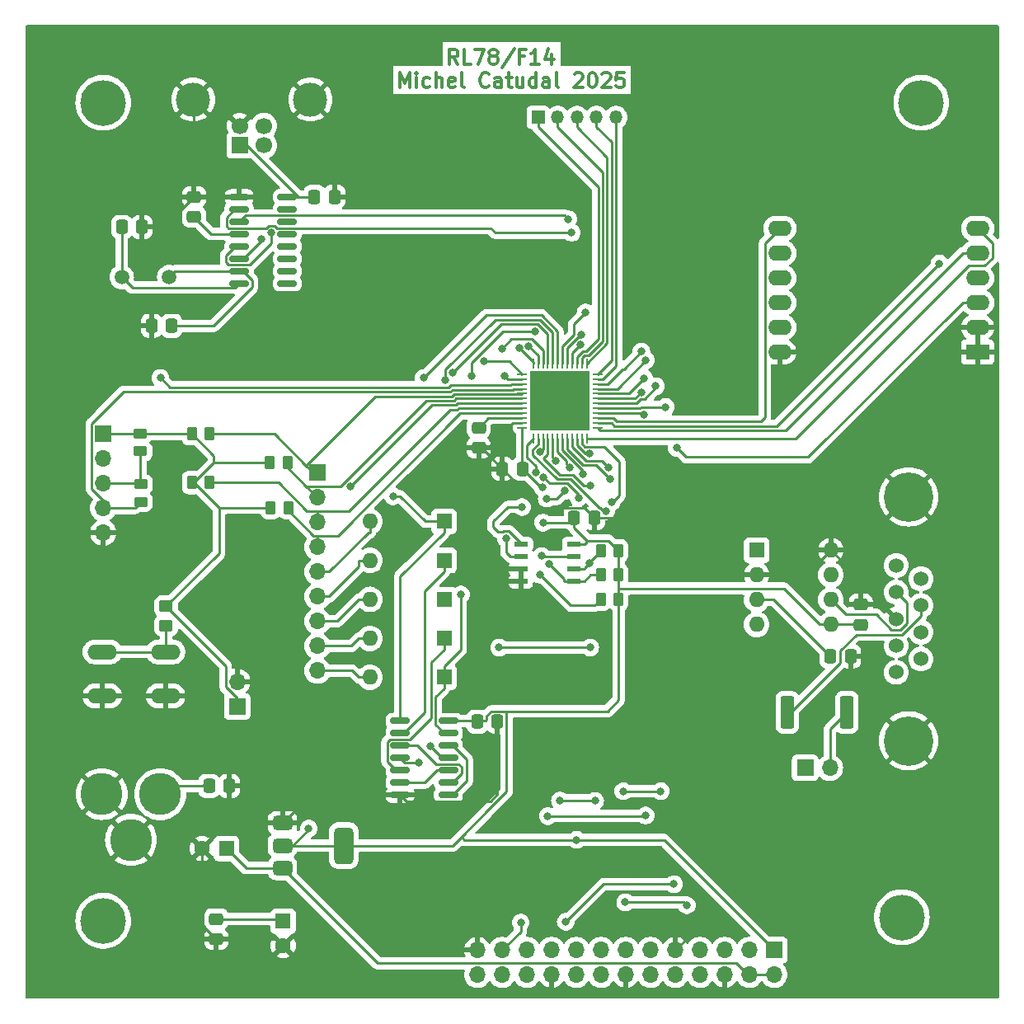
<source format=gtl>
G04 #@! TF.GenerationSoftware,KiCad,Pcbnew,8.0.6*
G04 #@! TF.CreationDate,2025-01-16T23:29:27-05:00*
G04 #@! TF.ProjectId,RL78_F14_48p_Rev2,524c3738-5f46-4313-945f-3438705f5265,rev?*
G04 #@! TF.SameCoordinates,Original*
G04 #@! TF.FileFunction,Copper,L1,Top*
G04 #@! TF.FilePolarity,Positive*
%FSLAX46Y46*%
G04 Gerber Fmt 4.6, Leading zero omitted, Abs format (unit mm)*
G04 Created by KiCad (PCBNEW 8.0.6) date 2025-01-16 23:29:27*
%MOMM*%
%LPD*%
G01*
G04 APERTURE LIST*
G04 Aperture macros list*
%AMRoundRect*
0 Rectangle with rounded corners*
0 $1 Rounding radius*
0 $2 $3 $4 $5 $6 $7 $8 $9 X,Y pos of 4 corners*
0 Add a 4 corners polygon primitive as box body*
4,1,4,$2,$3,$4,$5,$6,$7,$8,$9,$2,$3,0*
0 Add four circle primitives for the rounded corners*
1,1,$1+$1,$2,$3*
1,1,$1+$1,$4,$5*
1,1,$1+$1,$6,$7*
1,1,$1+$1,$8,$9*
0 Add four rect primitives between the rounded corners*
20,1,$1+$1,$2,$3,$4,$5,0*
20,1,$1+$1,$4,$5,$6,$7,0*
20,1,$1+$1,$6,$7,$8,$9,0*
20,1,$1+$1,$8,$9,$2,$3,0*%
G04 Aperture macros list end*
%ADD10C,0.300000*%
G04 #@! TA.AperFunction,NonConductor*
%ADD11C,0.300000*%
G04 #@! TD*
G04 #@! TA.AperFunction,ComponentPad*
%ADD12C,4.700000*%
G04 #@! TD*
G04 #@! TA.AperFunction,ComponentPad*
%ADD13C,4.318000*%
G04 #@! TD*
G04 #@! TA.AperFunction,SMDPad,CuDef*
%ADD14RoundRect,0.250000X-0.337500X-0.475000X0.337500X-0.475000X0.337500X0.475000X-0.337500X0.475000X0*%
G04 #@! TD*
G04 #@! TA.AperFunction,SMDPad,CuDef*
%ADD15RoundRect,0.250000X-0.262500X-0.450000X0.262500X-0.450000X0.262500X0.450000X-0.262500X0.450000X0*%
G04 #@! TD*
G04 #@! TA.AperFunction,ComponentPad*
%ADD16R,1.600000X1.600000*%
G04 #@! TD*
G04 #@! TA.AperFunction,ComponentPad*
%ADD17O,1.600000X1.600000*%
G04 #@! TD*
G04 #@! TA.AperFunction,SMDPad,CuDef*
%ADD18RoundRect,0.250000X0.475000X-0.337500X0.475000X0.337500X-0.475000X0.337500X-0.475000X-0.337500X0*%
G04 #@! TD*
G04 #@! TA.AperFunction,SMDPad,CuDef*
%ADD19RoundRect,0.150000X-0.825000X-0.150000X0.825000X-0.150000X0.825000X0.150000X-0.825000X0.150000X0*%
G04 #@! TD*
G04 #@! TA.AperFunction,ComponentPad*
%ADD20C,1.500000*%
G04 #@! TD*
G04 #@! TA.AperFunction,SMDPad,CuDef*
%ADD21RoundRect,0.062500X-0.412500X-0.062500X0.412500X-0.062500X0.412500X0.062500X-0.412500X0.062500X0*%
G04 #@! TD*
G04 #@! TA.AperFunction,SMDPad,CuDef*
%ADD22RoundRect,0.062500X-0.062500X-0.412500X0.062500X-0.412500X0.062500X0.412500X-0.062500X0.412500X0*%
G04 #@! TD*
G04 #@! TA.AperFunction,HeatsinkPad*
%ADD23R,6.200000X6.200000*%
G04 #@! TD*
G04 #@! TA.AperFunction,SMDPad,CuDef*
%ADD24RoundRect,0.250000X-0.450000X0.262500X-0.450000X-0.262500X0.450000X-0.262500X0.450000X0.262500X0*%
G04 #@! TD*
G04 #@! TA.AperFunction,SMDPad,CuDef*
%ADD25RoundRect,0.250000X0.450000X-0.350000X0.450000X0.350000X-0.450000X0.350000X-0.450000X-0.350000X0*%
G04 #@! TD*
G04 #@! TA.AperFunction,ComponentPad*
%ADD26C,1.600000*%
G04 #@! TD*
G04 #@! TA.AperFunction,SMDPad,CuDef*
%ADD27R,1.460500X0.533400*%
G04 #@! TD*
G04 #@! TA.AperFunction,SMDPad,CuDef*
%ADD28RoundRect,0.250000X0.262500X0.450000X-0.262500X0.450000X-0.262500X-0.450000X0.262500X-0.450000X0*%
G04 #@! TD*
G04 #@! TA.AperFunction,ComponentPad*
%ADD29R,1.700000X1.700000*%
G04 #@! TD*
G04 #@! TA.AperFunction,ComponentPad*
%ADD30O,1.700000X1.700000*%
G04 #@! TD*
G04 #@! TA.AperFunction,SMDPad,CuDef*
%ADD31RoundRect,0.250000X-0.475000X0.337500X-0.475000X-0.337500X0.475000X-0.337500X0.475000X0.337500X0*%
G04 #@! TD*
G04 #@! TA.AperFunction,ComponentPad*
%ADD32C,1.700000*%
G04 #@! TD*
G04 #@! TA.AperFunction,ComponentPad*
%ADD33C,3.500000*%
G04 #@! TD*
G04 #@! TA.AperFunction,ComponentPad*
%ADD34R,2.400000X1.600000*%
G04 #@! TD*
G04 #@! TA.AperFunction,ComponentPad*
%ADD35O,2.400000X1.600000*%
G04 #@! TD*
G04 #@! TA.AperFunction,ComponentPad*
%ADD36R,1.350000X1.350000*%
G04 #@! TD*
G04 #@! TA.AperFunction,ComponentPad*
%ADD37O,1.350000X1.350000*%
G04 #@! TD*
G04 #@! TA.AperFunction,SMDPad,CuDef*
%ADD38RoundRect,0.250000X0.337500X0.475000X-0.337500X0.475000X-0.337500X-0.475000X0.337500X-0.475000X0*%
G04 #@! TD*
G04 #@! TA.AperFunction,SMDPad,CuDef*
%ADD39RoundRect,0.249999X-0.450001X-1.425001X0.450001X-1.425001X0.450001X1.425001X-0.450001X1.425001X0*%
G04 #@! TD*
G04 #@! TA.AperFunction,ComponentPad*
%ADD40O,3.048000X1.524000*%
G04 #@! TD*
G04 #@! TA.AperFunction,SMDPad,CuDef*
%ADD41RoundRect,0.375000X-0.625000X-0.375000X0.625000X-0.375000X0.625000X0.375000X-0.625000X0.375000X0*%
G04 #@! TD*
G04 #@! TA.AperFunction,SMDPad,CuDef*
%ADD42RoundRect,0.500000X-0.500000X-1.400000X0.500000X-1.400000X0.500000X1.400000X-0.500000X1.400000X0*%
G04 #@! TD*
G04 #@! TA.AperFunction,ComponentPad*
%ADD43C,1.524000*%
G04 #@! TD*
G04 #@! TA.AperFunction,ComponentPad*
%ADD44C,5.080000*%
G04 #@! TD*
G04 #@! TA.AperFunction,ViaPad*
%ADD45C,0.800000*%
G04 #@! TD*
G04 #@! TA.AperFunction,Conductor*
%ADD46C,0.250000*%
G04 #@! TD*
G04 APERTURE END LIST*
D10*
D11*
X114421429Y-69028328D02*
X113921429Y-68314042D01*
X113564286Y-69028328D02*
X113564286Y-67528328D01*
X113564286Y-67528328D02*
X114135715Y-67528328D01*
X114135715Y-67528328D02*
X114278572Y-67599757D01*
X114278572Y-67599757D02*
X114350001Y-67671185D01*
X114350001Y-67671185D02*
X114421429Y-67814042D01*
X114421429Y-67814042D02*
X114421429Y-68028328D01*
X114421429Y-68028328D02*
X114350001Y-68171185D01*
X114350001Y-68171185D02*
X114278572Y-68242614D01*
X114278572Y-68242614D02*
X114135715Y-68314042D01*
X114135715Y-68314042D02*
X113564286Y-68314042D01*
X115778572Y-69028328D02*
X115064286Y-69028328D01*
X115064286Y-69028328D02*
X115064286Y-67528328D01*
X116135715Y-67528328D02*
X117135715Y-67528328D01*
X117135715Y-67528328D02*
X116492858Y-69028328D01*
X117921429Y-68171185D02*
X117778572Y-68099757D01*
X117778572Y-68099757D02*
X117707143Y-68028328D01*
X117707143Y-68028328D02*
X117635715Y-67885471D01*
X117635715Y-67885471D02*
X117635715Y-67814042D01*
X117635715Y-67814042D02*
X117707143Y-67671185D01*
X117707143Y-67671185D02*
X117778572Y-67599757D01*
X117778572Y-67599757D02*
X117921429Y-67528328D01*
X117921429Y-67528328D02*
X118207143Y-67528328D01*
X118207143Y-67528328D02*
X118350001Y-67599757D01*
X118350001Y-67599757D02*
X118421429Y-67671185D01*
X118421429Y-67671185D02*
X118492858Y-67814042D01*
X118492858Y-67814042D02*
X118492858Y-67885471D01*
X118492858Y-67885471D02*
X118421429Y-68028328D01*
X118421429Y-68028328D02*
X118350001Y-68099757D01*
X118350001Y-68099757D02*
X118207143Y-68171185D01*
X118207143Y-68171185D02*
X117921429Y-68171185D01*
X117921429Y-68171185D02*
X117778572Y-68242614D01*
X117778572Y-68242614D02*
X117707143Y-68314042D01*
X117707143Y-68314042D02*
X117635715Y-68456900D01*
X117635715Y-68456900D02*
X117635715Y-68742614D01*
X117635715Y-68742614D02*
X117707143Y-68885471D01*
X117707143Y-68885471D02*
X117778572Y-68956900D01*
X117778572Y-68956900D02*
X117921429Y-69028328D01*
X117921429Y-69028328D02*
X118207143Y-69028328D01*
X118207143Y-69028328D02*
X118350001Y-68956900D01*
X118350001Y-68956900D02*
X118421429Y-68885471D01*
X118421429Y-68885471D02*
X118492858Y-68742614D01*
X118492858Y-68742614D02*
X118492858Y-68456900D01*
X118492858Y-68456900D02*
X118421429Y-68314042D01*
X118421429Y-68314042D02*
X118350001Y-68242614D01*
X118350001Y-68242614D02*
X118207143Y-68171185D01*
X120207143Y-67456900D02*
X118921429Y-69385471D01*
X121207143Y-68242614D02*
X120707143Y-68242614D01*
X120707143Y-69028328D02*
X120707143Y-67528328D01*
X120707143Y-67528328D02*
X121421429Y-67528328D01*
X122778572Y-69028328D02*
X121921429Y-69028328D01*
X122350000Y-69028328D02*
X122350000Y-67528328D01*
X122350000Y-67528328D02*
X122207143Y-67742614D01*
X122207143Y-67742614D02*
X122064286Y-67885471D01*
X122064286Y-67885471D02*
X121921429Y-67956900D01*
X124064286Y-68028328D02*
X124064286Y-69028328D01*
X123707143Y-67456900D02*
X123350000Y-68528328D01*
X123350000Y-68528328D02*
X124278571Y-68528328D01*
D10*
D11*
X108450000Y-71428328D02*
X108450000Y-69928328D01*
X108450000Y-69928328D02*
X108950000Y-70999757D01*
X108950000Y-70999757D02*
X109450000Y-69928328D01*
X109450000Y-69928328D02*
X109450000Y-71428328D01*
X110164286Y-71428328D02*
X110164286Y-70428328D01*
X110164286Y-69928328D02*
X110092858Y-69999757D01*
X110092858Y-69999757D02*
X110164286Y-70071185D01*
X110164286Y-70071185D02*
X110235715Y-69999757D01*
X110235715Y-69999757D02*
X110164286Y-69928328D01*
X110164286Y-69928328D02*
X110164286Y-70071185D01*
X111521430Y-71356900D02*
X111378572Y-71428328D01*
X111378572Y-71428328D02*
X111092858Y-71428328D01*
X111092858Y-71428328D02*
X110950001Y-71356900D01*
X110950001Y-71356900D02*
X110878572Y-71285471D01*
X110878572Y-71285471D02*
X110807144Y-71142614D01*
X110807144Y-71142614D02*
X110807144Y-70714042D01*
X110807144Y-70714042D02*
X110878572Y-70571185D01*
X110878572Y-70571185D02*
X110950001Y-70499757D01*
X110950001Y-70499757D02*
X111092858Y-70428328D01*
X111092858Y-70428328D02*
X111378572Y-70428328D01*
X111378572Y-70428328D02*
X111521430Y-70499757D01*
X112164286Y-71428328D02*
X112164286Y-69928328D01*
X112807144Y-71428328D02*
X112807144Y-70642614D01*
X112807144Y-70642614D02*
X112735715Y-70499757D01*
X112735715Y-70499757D02*
X112592858Y-70428328D01*
X112592858Y-70428328D02*
X112378572Y-70428328D01*
X112378572Y-70428328D02*
X112235715Y-70499757D01*
X112235715Y-70499757D02*
X112164286Y-70571185D01*
X114092858Y-71356900D02*
X113950001Y-71428328D01*
X113950001Y-71428328D02*
X113664287Y-71428328D01*
X113664287Y-71428328D02*
X113521429Y-71356900D01*
X113521429Y-71356900D02*
X113450001Y-71214042D01*
X113450001Y-71214042D02*
X113450001Y-70642614D01*
X113450001Y-70642614D02*
X113521429Y-70499757D01*
X113521429Y-70499757D02*
X113664287Y-70428328D01*
X113664287Y-70428328D02*
X113950001Y-70428328D01*
X113950001Y-70428328D02*
X114092858Y-70499757D01*
X114092858Y-70499757D02*
X114164287Y-70642614D01*
X114164287Y-70642614D02*
X114164287Y-70785471D01*
X114164287Y-70785471D02*
X113450001Y-70928328D01*
X115021429Y-71428328D02*
X114878572Y-71356900D01*
X114878572Y-71356900D02*
X114807143Y-71214042D01*
X114807143Y-71214042D02*
X114807143Y-69928328D01*
X117592857Y-71285471D02*
X117521429Y-71356900D01*
X117521429Y-71356900D02*
X117307143Y-71428328D01*
X117307143Y-71428328D02*
X117164286Y-71428328D01*
X117164286Y-71428328D02*
X116950000Y-71356900D01*
X116950000Y-71356900D02*
X116807143Y-71214042D01*
X116807143Y-71214042D02*
X116735714Y-71071185D01*
X116735714Y-71071185D02*
X116664286Y-70785471D01*
X116664286Y-70785471D02*
X116664286Y-70571185D01*
X116664286Y-70571185D02*
X116735714Y-70285471D01*
X116735714Y-70285471D02*
X116807143Y-70142614D01*
X116807143Y-70142614D02*
X116950000Y-69999757D01*
X116950000Y-69999757D02*
X117164286Y-69928328D01*
X117164286Y-69928328D02*
X117307143Y-69928328D01*
X117307143Y-69928328D02*
X117521429Y-69999757D01*
X117521429Y-69999757D02*
X117592857Y-70071185D01*
X118878572Y-71428328D02*
X118878572Y-70642614D01*
X118878572Y-70642614D02*
X118807143Y-70499757D01*
X118807143Y-70499757D02*
X118664286Y-70428328D01*
X118664286Y-70428328D02*
X118378572Y-70428328D01*
X118378572Y-70428328D02*
X118235714Y-70499757D01*
X118878572Y-71356900D02*
X118735714Y-71428328D01*
X118735714Y-71428328D02*
X118378572Y-71428328D01*
X118378572Y-71428328D02*
X118235714Y-71356900D01*
X118235714Y-71356900D02*
X118164286Y-71214042D01*
X118164286Y-71214042D02*
X118164286Y-71071185D01*
X118164286Y-71071185D02*
X118235714Y-70928328D01*
X118235714Y-70928328D02*
X118378572Y-70856900D01*
X118378572Y-70856900D02*
X118735714Y-70856900D01*
X118735714Y-70856900D02*
X118878572Y-70785471D01*
X119378572Y-70428328D02*
X119950000Y-70428328D01*
X119592857Y-69928328D02*
X119592857Y-71214042D01*
X119592857Y-71214042D02*
X119664286Y-71356900D01*
X119664286Y-71356900D02*
X119807143Y-71428328D01*
X119807143Y-71428328D02*
X119950000Y-71428328D01*
X121092858Y-70428328D02*
X121092858Y-71428328D01*
X120450000Y-70428328D02*
X120450000Y-71214042D01*
X120450000Y-71214042D02*
X120521429Y-71356900D01*
X120521429Y-71356900D02*
X120664286Y-71428328D01*
X120664286Y-71428328D02*
X120878572Y-71428328D01*
X120878572Y-71428328D02*
X121021429Y-71356900D01*
X121021429Y-71356900D02*
X121092858Y-71285471D01*
X122450001Y-71428328D02*
X122450001Y-69928328D01*
X122450001Y-71356900D02*
X122307143Y-71428328D01*
X122307143Y-71428328D02*
X122021429Y-71428328D01*
X122021429Y-71428328D02*
X121878572Y-71356900D01*
X121878572Y-71356900D02*
X121807143Y-71285471D01*
X121807143Y-71285471D02*
X121735715Y-71142614D01*
X121735715Y-71142614D02*
X121735715Y-70714042D01*
X121735715Y-70714042D02*
X121807143Y-70571185D01*
X121807143Y-70571185D02*
X121878572Y-70499757D01*
X121878572Y-70499757D02*
X122021429Y-70428328D01*
X122021429Y-70428328D02*
X122307143Y-70428328D01*
X122307143Y-70428328D02*
X122450001Y-70499757D01*
X123807144Y-71428328D02*
X123807144Y-70642614D01*
X123807144Y-70642614D02*
X123735715Y-70499757D01*
X123735715Y-70499757D02*
X123592858Y-70428328D01*
X123592858Y-70428328D02*
X123307144Y-70428328D01*
X123307144Y-70428328D02*
X123164286Y-70499757D01*
X123807144Y-71356900D02*
X123664286Y-71428328D01*
X123664286Y-71428328D02*
X123307144Y-71428328D01*
X123307144Y-71428328D02*
X123164286Y-71356900D01*
X123164286Y-71356900D02*
X123092858Y-71214042D01*
X123092858Y-71214042D02*
X123092858Y-71071185D01*
X123092858Y-71071185D02*
X123164286Y-70928328D01*
X123164286Y-70928328D02*
X123307144Y-70856900D01*
X123307144Y-70856900D02*
X123664286Y-70856900D01*
X123664286Y-70856900D02*
X123807144Y-70785471D01*
X124735715Y-71428328D02*
X124592858Y-71356900D01*
X124592858Y-71356900D02*
X124521429Y-71214042D01*
X124521429Y-71214042D02*
X124521429Y-69928328D01*
X126378572Y-70071185D02*
X126450000Y-69999757D01*
X126450000Y-69999757D02*
X126592858Y-69928328D01*
X126592858Y-69928328D02*
X126950000Y-69928328D01*
X126950000Y-69928328D02*
X127092858Y-69999757D01*
X127092858Y-69999757D02*
X127164286Y-70071185D01*
X127164286Y-70071185D02*
X127235715Y-70214042D01*
X127235715Y-70214042D02*
X127235715Y-70356900D01*
X127235715Y-70356900D02*
X127164286Y-70571185D01*
X127164286Y-70571185D02*
X126307143Y-71428328D01*
X126307143Y-71428328D02*
X127235715Y-71428328D01*
X128164286Y-69928328D02*
X128307143Y-69928328D01*
X128307143Y-69928328D02*
X128450000Y-69999757D01*
X128450000Y-69999757D02*
X128521429Y-70071185D01*
X128521429Y-70071185D02*
X128592857Y-70214042D01*
X128592857Y-70214042D02*
X128664286Y-70499757D01*
X128664286Y-70499757D02*
X128664286Y-70856900D01*
X128664286Y-70856900D02*
X128592857Y-71142614D01*
X128592857Y-71142614D02*
X128521429Y-71285471D01*
X128521429Y-71285471D02*
X128450000Y-71356900D01*
X128450000Y-71356900D02*
X128307143Y-71428328D01*
X128307143Y-71428328D02*
X128164286Y-71428328D01*
X128164286Y-71428328D02*
X128021429Y-71356900D01*
X128021429Y-71356900D02*
X127950000Y-71285471D01*
X127950000Y-71285471D02*
X127878571Y-71142614D01*
X127878571Y-71142614D02*
X127807143Y-70856900D01*
X127807143Y-70856900D02*
X127807143Y-70499757D01*
X127807143Y-70499757D02*
X127878571Y-70214042D01*
X127878571Y-70214042D02*
X127950000Y-70071185D01*
X127950000Y-70071185D02*
X128021429Y-69999757D01*
X128021429Y-69999757D02*
X128164286Y-69928328D01*
X129235714Y-70071185D02*
X129307142Y-69999757D01*
X129307142Y-69999757D02*
X129450000Y-69928328D01*
X129450000Y-69928328D02*
X129807142Y-69928328D01*
X129807142Y-69928328D02*
X129950000Y-69999757D01*
X129950000Y-69999757D02*
X130021428Y-70071185D01*
X130021428Y-70071185D02*
X130092857Y-70214042D01*
X130092857Y-70214042D02*
X130092857Y-70356900D01*
X130092857Y-70356900D02*
X130021428Y-70571185D01*
X130021428Y-70571185D02*
X129164285Y-71428328D01*
X129164285Y-71428328D02*
X130092857Y-71428328D01*
X131449999Y-69928328D02*
X130735713Y-69928328D01*
X130735713Y-69928328D02*
X130664285Y-70642614D01*
X130664285Y-70642614D02*
X130735713Y-70571185D01*
X130735713Y-70571185D02*
X130878571Y-70499757D01*
X130878571Y-70499757D02*
X131235713Y-70499757D01*
X131235713Y-70499757D02*
X131378571Y-70571185D01*
X131378571Y-70571185D02*
X131449999Y-70642614D01*
X131449999Y-70642614D02*
X131521428Y-70785471D01*
X131521428Y-70785471D02*
X131521428Y-71142614D01*
X131521428Y-71142614D02*
X131449999Y-71285471D01*
X131449999Y-71285471D02*
X131378571Y-71356900D01*
X131378571Y-71356900D02*
X131235713Y-71428328D01*
X131235713Y-71428328D02*
X130878571Y-71428328D01*
X130878571Y-71428328D02*
X130735713Y-71356900D01*
X130735713Y-71356900D02*
X130664285Y-71285471D01*
D12*
X78000000Y-73000000D03*
X162000000Y-73000000D03*
X78000000Y-157000000D03*
X159997000Y-156643000D03*
D13*
X77850000Y-144000000D03*
X80850000Y-148700000D03*
X83850000Y-144000000D03*
D14*
X88862500Y-143150000D03*
X90937500Y-143150000D03*
D15*
X87087500Y-107000000D03*
X88912500Y-107000000D03*
D16*
X113000000Y-132000000D03*
D17*
X105380000Y-132000000D03*
D18*
X87325000Y-84737500D03*
X87325000Y-82662500D03*
D19*
X108475000Y-136467500D03*
X108475000Y-137737500D03*
X108475000Y-139007500D03*
X108475000Y-140277500D03*
X108475000Y-141547500D03*
X108475000Y-142817500D03*
X108475000Y-144087500D03*
X113425000Y-144087500D03*
X113425000Y-142817500D03*
X113425000Y-141547500D03*
X113425000Y-140277500D03*
X113425000Y-139007500D03*
X113425000Y-137737500D03*
X113425000Y-136467500D03*
D20*
X79895000Y-90900000D03*
X84775000Y-90900000D03*
D21*
X121025000Y-100875000D03*
X121025000Y-101375000D03*
X121025000Y-101875000D03*
X121025000Y-102375000D03*
X121025000Y-102875000D03*
X121025000Y-103375000D03*
X121025000Y-103875000D03*
X121025000Y-104375000D03*
X121025000Y-104875000D03*
X121025000Y-105375000D03*
X121025000Y-105875000D03*
X121025000Y-106375000D03*
D22*
X122150000Y-107500000D03*
X122650000Y-107500000D03*
X123150000Y-107500000D03*
X123650000Y-107500000D03*
X124150000Y-107500000D03*
X124650000Y-107500000D03*
X125150000Y-107500000D03*
X125650000Y-107500000D03*
X126150000Y-107500000D03*
X126650000Y-107500000D03*
X127150000Y-107500000D03*
X127650000Y-107500000D03*
D21*
X128775000Y-106375000D03*
X128775000Y-105875000D03*
X128775000Y-105375000D03*
X128775000Y-104875000D03*
X128775000Y-104375000D03*
X128775000Y-103875000D03*
X128775000Y-103375000D03*
X128775000Y-102875000D03*
X128775000Y-102375000D03*
X128775000Y-101875000D03*
X128775000Y-101375000D03*
X128775000Y-100875000D03*
D22*
X127650000Y-99750000D03*
X127150000Y-99750000D03*
X126650000Y-99750000D03*
X126150000Y-99750000D03*
X125650000Y-99750000D03*
X125150000Y-99750000D03*
X124650000Y-99750000D03*
X124150000Y-99750000D03*
X123650000Y-99750000D03*
X123150000Y-99750000D03*
X122650000Y-99750000D03*
X122150000Y-99750000D03*
D23*
X124900000Y-103625000D03*
D24*
X81880000Y-112167500D03*
X81880000Y-113992500D03*
D14*
X99687500Y-82650000D03*
X101762500Y-82650000D03*
D25*
X84450000Y-126700000D03*
X84450000Y-124700000D03*
D15*
X95087500Y-109950000D03*
X96912500Y-109950000D03*
D16*
X96465000Y-157050000D03*
D26*
X96465000Y-159550000D03*
D27*
X120900050Y-118330000D03*
X120900050Y-119600000D03*
X120900050Y-120870000D03*
X120900050Y-122140000D03*
X126348350Y-122140000D03*
X126348350Y-120870000D03*
X126348350Y-119600000D03*
X126348350Y-118330000D03*
D16*
X113000000Y-120000000D03*
D17*
X105380000Y-120000000D03*
D14*
X126362500Y-115650000D03*
X128437500Y-115650000D03*
D15*
X87087500Y-112000000D03*
X88912500Y-112000000D03*
D28*
X130912500Y-124000000D03*
X129087500Y-124000000D03*
D29*
X100000000Y-111000000D03*
D30*
X100000000Y-113540000D03*
X100000000Y-116080000D03*
X100000000Y-118620000D03*
X100000000Y-121160000D03*
X100000000Y-123700000D03*
X100000000Y-126240000D03*
X100000000Y-128780000D03*
X100000000Y-131320000D03*
D16*
X90650000Y-149575000D03*
D26*
X88150000Y-149575000D03*
D16*
X113000000Y-124000000D03*
D17*
X105380000Y-124000000D03*
D31*
X116550000Y-106362500D03*
X116550000Y-108437500D03*
D28*
X130912500Y-119000000D03*
X129087500Y-119000000D03*
D16*
X145100000Y-118950000D03*
D17*
X145100000Y-121490000D03*
X145100000Y-124030000D03*
X145100000Y-126570000D03*
X152720000Y-126570000D03*
X152720000Y-124030000D03*
X152720000Y-121490000D03*
X152720000Y-118950000D03*
D14*
X152662500Y-129850000D03*
X154737500Y-129850000D03*
D29*
X92000000Y-77380000D03*
D32*
X94500000Y-77380000D03*
X94500000Y-75380000D03*
X92000000Y-75380000D03*
D33*
X87230000Y-72670000D03*
X99270000Y-72670000D03*
D19*
X91950000Y-82680000D03*
X91950000Y-83950000D03*
X91950000Y-85220000D03*
X91950000Y-86490000D03*
X91950000Y-87760000D03*
X91950000Y-89030000D03*
X91950000Y-90300000D03*
X91950000Y-91570000D03*
X96900000Y-91570000D03*
X96900000Y-90300000D03*
X96900000Y-89030000D03*
X96900000Y-87760000D03*
X96900000Y-86490000D03*
X96900000Y-85220000D03*
X96900000Y-83950000D03*
X96900000Y-82680000D03*
D14*
X116400000Y-136550000D03*
X118475000Y-136550000D03*
D34*
X167790000Y-98600000D03*
D35*
X167790000Y-96060000D03*
X167790000Y-93520000D03*
X167790000Y-90980000D03*
X167790000Y-88440000D03*
X167790000Y-85900000D03*
X147470000Y-85900000D03*
X147470000Y-88440000D03*
X147470000Y-90980000D03*
X147470000Y-93520000D03*
X147470000Y-96060000D03*
X147470000Y-98600000D03*
D16*
X113000000Y-128000000D03*
D17*
X105380000Y-128000000D03*
D31*
X89605000Y-156812500D03*
X89605000Y-158887500D03*
D36*
X122650000Y-74500000D03*
D37*
X124650000Y-74500000D03*
X126650000Y-74500000D03*
X128650000Y-74500000D03*
X130650000Y-74500000D03*
D16*
X113000000Y-116000000D03*
D17*
X105380000Y-116000000D03*
D38*
X85012500Y-95900000D03*
X82937500Y-95900000D03*
D18*
X155800000Y-126600000D03*
X155800000Y-124525000D03*
D14*
X79900000Y-85750000D03*
X81975000Y-85750000D03*
D24*
X81820000Y-106967500D03*
X81820000Y-108792500D03*
D29*
X150075000Y-141300000D03*
D30*
X152615000Y-141300000D03*
D29*
X78000000Y-107000000D03*
D30*
X78000000Y-109540000D03*
X78000000Y-112080000D03*
X78000000Y-114620000D03*
X78000000Y-117160000D03*
D39*
X148250000Y-135600000D03*
X154350000Y-135600000D03*
D40*
X77898800Y-129389400D03*
X84401200Y-129389400D03*
X77898800Y-133910600D03*
X84401200Y-133910600D03*
D41*
X96405000Y-146977500D03*
X96405000Y-149277500D03*
D42*
X102705000Y-149277500D03*
D41*
X96405000Y-151577500D03*
D38*
X121037500Y-110600000D03*
X118962500Y-110600000D03*
D15*
X95187500Y-114600000D03*
X97012500Y-114600000D03*
D28*
X130912500Y-121500000D03*
X129087500Y-121500000D03*
D43*
X159430000Y-120513600D03*
X159430000Y-123256800D03*
X159430000Y-126000000D03*
X159430000Y-128743200D03*
X159430000Y-131486400D03*
X161970000Y-121885200D03*
X161970000Y-124628400D03*
X161970000Y-127371600D03*
X161970000Y-130114800D03*
D44*
X160700000Y-113477800D03*
X160700000Y-138522200D03*
D29*
X91750000Y-134990000D03*
D30*
X91750000Y-132450000D03*
D29*
X146910000Y-160000000D03*
D30*
X146910000Y-162540000D03*
X144370000Y-160000000D03*
X144370000Y-162540000D03*
X141830000Y-160000000D03*
X141830000Y-162540000D03*
X139290000Y-160000000D03*
X139290000Y-162540000D03*
X136750000Y-160000000D03*
X136750000Y-162540000D03*
X134210000Y-160000000D03*
X134210000Y-162540000D03*
X131670000Y-160000000D03*
X131670000Y-162540000D03*
X129130000Y-160000000D03*
X129130000Y-162540000D03*
X126590000Y-160000000D03*
X126590000Y-162540000D03*
X124050000Y-160000000D03*
X124050000Y-162540000D03*
X121510000Y-160000000D03*
X121510000Y-162540000D03*
X118970000Y-160000000D03*
X118970000Y-162540000D03*
X116430000Y-160000000D03*
X116430000Y-162540000D03*
D45*
X128000000Y-128944300D03*
X118655700Y-128944300D03*
X119200000Y-101050000D03*
X128500000Y-144700000D03*
X124900000Y-144650000D03*
X127250000Y-111100000D03*
X140350000Y-157850000D03*
X123167000Y-116111300D03*
X126600000Y-148700000D03*
X99100000Y-147550000D03*
X123110000Y-112487500D03*
X107750000Y-113400000D03*
X110900000Y-101250000D03*
X113147300Y-101509600D03*
X113881100Y-100734300D03*
X110381000Y-140738300D03*
X118934900Y-98244900D03*
X115858800Y-101023300D03*
X122338100Y-96498600D03*
X121700000Y-98010600D03*
X114724500Y-123504700D03*
X83866100Y-101250100D03*
X94205000Y-86989100D03*
X95274700Y-86344900D03*
X120873200Y-157200000D03*
X127902772Y-109024999D03*
X130200000Y-114000000D03*
X137925000Y-155425000D03*
X135750000Y-104250000D03*
X131600000Y-155100000D03*
X133550000Y-101300000D03*
X123650000Y-146250000D03*
X124500000Y-109750000D03*
X133700000Y-146200000D03*
X127013077Y-97811054D03*
X129862653Y-110437347D03*
X129625000Y-114925000D03*
X130050000Y-111650000D03*
X136600000Y-153250000D03*
X125500000Y-157100000D03*
X131400000Y-143700000D03*
X135250000Y-143700000D03*
X125887995Y-110475000D03*
X127525000Y-94550000D03*
X121001200Y-114514900D03*
X117056500Y-99572600D03*
X111557200Y-139072700D03*
X122863556Y-108888250D03*
X127901300Y-120250000D03*
X126792500Y-113556700D03*
X123223547Y-111493965D03*
X128000000Y-112350000D03*
X125399500Y-112863100D03*
X123544800Y-113681200D03*
X123766204Y-120324999D03*
X103338603Y-112438603D03*
X119380700Y-117764600D03*
X127075000Y-96812973D03*
X133717889Y-99433790D03*
X133276397Y-102726397D03*
X125742600Y-84950900D03*
X134744149Y-102105851D03*
X126108197Y-86341803D03*
X133250000Y-98550000D03*
X122872347Y-121481753D03*
X122395747Y-110932941D03*
X123004100Y-119552800D03*
X133500000Y-105008700D03*
X136900000Y-108450000D03*
X120698200Y-98180500D03*
X163857400Y-89503800D03*
D46*
X128000000Y-128944300D02*
X128105700Y-128944300D01*
X128105700Y-128944300D02*
X128150000Y-128900000D01*
X118655700Y-128944300D02*
X128000000Y-128944300D01*
X130912500Y-124000000D02*
X130912500Y-134337500D01*
X130912500Y-134337500D02*
X129758100Y-135491900D01*
X129758100Y-135491900D02*
X119411400Y-135491900D01*
X119525000Y-101375000D02*
X119200000Y-101050000D01*
X121025000Y-101375000D02*
X119525000Y-101375000D01*
X128450000Y-144650000D02*
X128500000Y-144700000D01*
X124900000Y-144650000D02*
X128450000Y-144650000D01*
X127250000Y-110811701D02*
X127250000Y-111100000D01*
X125150000Y-108711701D02*
X127250000Y-110811701D01*
X125150000Y-107500000D02*
X125150000Y-108711701D01*
X120900050Y-120870000D02*
X120900050Y-122140000D01*
X99295000Y-144088000D02*
X108475000Y-144088000D01*
X81975000Y-85750000D02*
X84237500Y-85750000D01*
X89605000Y-158888000D02*
X88150000Y-157432000D01*
X138900000Y-157850000D02*
X140350000Y-157850000D01*
X120275000Y-105875000D02*
X121025000Y-105875000D01*
X90850000Y-146978000D02*
X96405000Y-146978000D01*
X136750000Y-160000000D02*
X138900000Y-157850000D01*
X109100000Y-144712000D02*
X117788000Y-144712000D01*
X108475000Y-144088000D02*
X109100000Y-144712000D01*
X95802500Y-158888000D02*
X89605000Y-158888000D01*
X81300000Y-83600000D02*
X81975000Y-84275000D01*
X145100000Y-121490000D02*
X140840000Y-121490000D01*
X84237500Y-85750000D02*
X87325000Y-82662500D01*
X101762000Y-82650000D02*
X101762000Y-75162500D01*
X91950000Y-82680000D02*
X87342500Y-82680000D01*
X82937500Y-95900000D02*
X75800000Y-95900000D01*
X155800000Y-124525000D02*
X157955000Y-124525000D01*
X117788000Y-144712000D02*
X118475000Y-144025000D01*
X150180000Y-121490000D02*
X152720000Y-118950000D01*
X120050000Y-105900000D02*
X120250000Y-105900000D01*
X96465000Y-159550000D02*
X95802500Y-158888000D01*
X152720000Y-118950000D02*
X155800000Y-122030000D01*
X75800000Y-95900000D02*
X74450000Y-94550000D01*
X74450000Y-84100000D02*
X74950000Y-83600000D01*
X135000000Y-115650000D02*
X128438000Y-115650000D01*
X90747500Y-146978000D02*
X90850000Y-146978000D01*
X120250000Y-105900000D02*
X120275000Y-105875000D01*
X90937500Y-146890000D02*
X90850000Y-146978000D01*
X116800000Y-108438000D02*
X117512000Y-108438000D01*
X101762000Y-75162500D02*
X99270000Y-72670000D01*
X122962000Y-114600000D02*
X116800000Y-108438000D01*
X87325000Y-82662500D02*
X87325000Y-72765000D01*
X118475000Y-144025000D02*
X118475000Y-136550000D01*
X74450000Y-94550000D02*
X74450000Y-84100000D01*
X145100000Y-121490000D02*
X150180000Y-121490000D01*
X96405000Y-146978000D02*
X99295000Y-144088000D01*
X127388000Y-114600000D02*
X122962000Y-114600000D01*
X155800000Y-122030000D02*
X155800000Y-124525000D01*
X157955000Y-124525000D02*
X159430000Y-126000000D01*
X87342500Y-82680000D02*
X87325000Y-82662500D01*
X88150000Y-149575000D02*
X90747500Y-146978000D01*
X128438000Y-115650000D02*
X127388000Y-114600000D01*
X81975000Y-84275000D02*
X81975000Y-85750000D01*
X74950000Y-83600000D02*
X81300000Y-83600000D01*
X117512000Y-108438000D02*
X120050000Y-105900000D01*
X88150000Y-157432000D02*
X88150000Y-149575000D01*
X87325000Y-72765000D02*
X87230000Y-72670000D01*
X90937500Y-143150000D02*
X90937500Y-146890000D01*
X140840000Y-121490000D02*
X135000000Y-115650000D01*
X90650000Y-149575000D02*
X92675000Y-151600000D01*
X144190000Y-162540000D02*
X144370000Y-162540000D01*
X84700000Y-143150000D02*
X83850000Y-144000000D01*
X144370000Y-162540000D02*
X146910000Y-162540000D01*
X146842500Y-124030000D02*
X152662500Y-129850000D01*
X106190300Y-161363300D02*
X143013300Y-161363300D01*
X145100000Y-124030000D02*
X146842500Y-124030000D01*
X143013300Y-161363300D02*
X144190000Y-162540000D01*
X88187800Y-143150000D02*
X84700000Y-143150000D01*
X93200000Y-151600000D02*
X93222500Y-151578000D01*
X96405000Y-151578000D02*
X106190300Y-161363300D01*
X88187800Y-143150000D02*
X88267500Y-143070000D01*
X96404500Y-151578000D02*
X96405000Y-151577500D01*
X92675000Y-151600000D02*
X93200000Y-151600000D01*
X93222500Y-151578000D02*
X96404500Y-151578000D01*
X96404500Y-151578000D02*
X96405000Y-151578000D01*
X117537500Y-105375000D02*
X116550000Y-106362500D01*
X121025000Y-105375000D02*
X117537500Y-105375000D01*
X98033300Y-82680000D02*
X99657500Y-82680000D01*
X99100000Y-147550000D02*
X99100000Y-147650000D01*
X116318000Y-136468000D02*
X116400000Y-136550000D01*
X130912500Y-122898700D02*
X130912500Y-124000000D01*
X81090200Y-107000000D02*
X81787500Y-107000000D01*
X78000000Y-107000000D02*
X81090200Y-107000000D01*
X89605500Y-156812000D02*
X96227500Y-156812000D01*
X152720000Y-126570000D02*
X151593300Y-126570000D01*
X119411400Y-135491900D02*
X119411400Y-143769900D01*
X102704500Y-149278000D02*
X102705000Y-149278000D01*
X117636500Y-145544800D02*
X114790650Y-148390650D01*
X92733300Y-77380000D02*
X92000000Y-77380000D01*
X98033300Y-82680000D02*
X92733300Y-77380000D01*
X89362200Y-109950000D02*
X95087500Y-109950000D01*
X96227500Y-156812000D02*
X96465000Y-157050000D01*
X130912500Y-122898700D02*
X130912500Y-121500000D01*
X95187500Y-114600000D02*
X89893800Y-114600000D01*
X119411400Y-143769900D02*
X117636500Y-145544800D01*
X96405000Y-149277500D02*
X97472000Y-149277500D01*
X87303000Y-112009200D02*
X89362200Y-109950000D01*
X99100000Y-147650000D02*
X97472500Y-149278000D01*
X151593300Y-126570000D02*
X147922000Y-122898700D01*
X121037500Y-110600000D02*
X122925000Y-112487500D01*
X89605500Y-156812000D02*
X89605000Y-156812500D01*
X155770000Y-126570000D02*
X155800000Y-126600000D01*
X115409300Y-136468000D02*
X116318000Y-136468000D01*
X135610000Y-148700000D02*
X126600000Y-148700000D01*
X117356600Y-135975500D02*
X117356600Y-136394900D01*
X90573300Y-130823300D02*
X90573300Y-133004400D01*
X89893800Y-114600000D02*
X87303000Y-112009200D01*
X147922000Y-122898700D02*
X130912500Y-122898700D01*
X99657500Y-82680000D02*
X99687500Y-82650000D01*
X127693000Y-117949500D02*
X126362500Y-116619000D01*
X117283500Y-136468000D02*
X115409300Y-136468000D01*
X89605000Y-156812000D02*
X89605500Y-156812000D01*
X146910000Y-160000000D02*
X135610000Y-148700000D01*
X87096700Y-112009200D02*
X87303000Y-112009200D01*
X119411400Y-135491900D02*
X117840200Y-135491900D01*
X91750000Y-134181100D02*
X91750000Y-134990000D01*
X81787500Y-107000000D02*
X81820000Y-106967500D01*
X130912500Y-121500000D02*
X130912500Y-119000000D01*
X126600000Y-148700000D02*
X115100000Y-148700000D01*
X121025000Y-106375000D02*
X121025000Y-110587500D01*
X96900000Y-82680000D02*
X98033300Y-82680000D01*
X126362500Y-116111300D02*
X126362500Y-115650000D01*
X127693000Y-117949500D02*
X127693000Y-118042400D01*
X121025000Y-110587500D02*
X121037500Y-110600000D01*
X89362200Y-109274700D02*
X87087500Y-107000000D01*
X113425500Y-136468000D02*
X115409300Y-136468000D01*
X117840200Y-135491900D02*
X117356600Y-135975500D01*
X126348400Y-118330000D02*
X127405400Y-118330000D01*
X126362500Y-116619000D02*
X126362500Y-116111300D01*
X117356600Y-136394900D02*
X117283500Y-136468000D01*
X97472000Y-149277500D02*
X97472500Y-149278000D01*
X81090200Y-107000000D02*
X87087500Y-107000000D01*
X113425000Y-136468000D02*
X113425500Y-136468000D01*
X129862000Y-117949500D02*
X130912500Y-119000000D01*
X89893800Y-114600000D02*
X89893800Y-119256200D01*
X90573300Y-133004400D02*
X91750000Y-134181100D01*
X102704500Y-149278000D02*
X102705000Y-149277500D01*
X122925000Y-112487500D02*
X123110000Y-112487500D01*
X152720000Y-126570000D02*
X155770000Y-126570000D01*
X113903300Y-149278000D02*
X102705000Y-149278000D01*
X127693000Y-117949500D02*
X129862000Y-117949500D01*
X127693000Y-118042400D02*
X127405400Y-118330000D01*
X87087500Y-112000000D02*
X87096700Y-112009200D01*
X126362500Y-116111300D02*
X123167000Y-116111300D01*
X89893800Y-119256200D02*
X84450000Y-124700000D01*
X84450000Y-124700000D02*
X90573300Y-130823300D01*
X113425500Y-136468000D02*
X113425000Y-136467500D01*
X115100000Y-148700000D02*
X114790650Y-148390650D01*
X114790650Y-148390650D02*
X113903300Y-149278000D01*
X97472500Y-149278000D02*
X102704500Y-149278000D01*
X89362200Y-109950000D02*
X89362200Y-109274700D01*
X89077500Y-86490000D02*
X87325000Y-84737500D01*
X91950000Y-86490000D02*
X89077500Y-86490000D01*
X80984600Y-91984600D02*
X79900000Y-90900000D01*
X79900000Y-90900000D02*
X79900000Y-85750000D01*
X91535400Y-91984600D02*
X80984600Y-91984600D01*
X91950000Y-91570000D02*
X91535400Y-91984600D01*
X79900000Y-90900000D02*
X79895000Y-90900000D01*
X93290800Y-91202100D02*
X93290800Y-91927200D01*
X84775000Y-90900000D02*
X85375000Y-90300000D01*
X85375000Y-90300000D02*
X91950000Y-90300000D01*
X89318000Y-95900000D02*
X85012500Y-95900000D01*
X91950000Y-90300000D02*
X92388700Y-90300000D01*
X93290800Y-91927200D02*
X89318000Y-95900000D01*
X92388700Y-90300000D02*
X93290800Y-91202100D01*
X105380000Y-120000000D02*
X104253300Y-120000000D01*
X101176700Y-123700000D02*
X104253300Y-120623400D01*
X104253300Y-120623400D02*
X104253300Y-120000000D01*
X100000000Y-123700000D02*
X101176700Y-123700000D01*
X108450000Y-113400000D02*
X111050000Y-116000000D01*
X108475000Y-121651700D02*
X108475000Y-136467500D01*
X113000000Y-117126700D02*
X108475000Y-121651700D01*
X111050000Y-116000000D02*
X113000000Y-116000000D01*
X117317600Y-94832400D02*
X110900000Y-101250000D01*
X124650000Y-99750000D02*
X124650000Y-96452404D01*
X113000000Y-116000000D02*
X113000000Y-117126700D01*
X107750000Y-113400000D02*
X108450000Y-113400000D01*
X123029996Y-94832400D02*
X117317600Y-94832400D01*
X124650000Y-96452404D02*
X123029996Y-94832400D01*
X105210000Y-117126700D02*
X105380000Y-117126700D01*
X105380000Y-116000000D02*
X105380000Y-117126700D01*
X100000000Y-121160000D02*
X101176700Y-121160000D01*
X101176700Y-121160000D02*
X105210000Y-117126700D01*
X122843600Y-95282400D02*
X124150000Y-96588800D01*
X110968900Y-135634400D02*
X108865800Y-137737500D01*
X113147300Y-101509600D02*
X113147300Y-100395900D01*
X110968900Y-123157800D02*
X110968900Y-135634400D01*
X113147300Y-100395900D02*
X118260800Y-95282400D01*
X118260800Y-95282400D02*
X122843600Y-95282400D01*
X108865800Y-137737500D02*
X108475000Y-137737500D01*
X113000000Y-121126700D02*
X110968900Y-123157800D01*
X113000000Y-120000000D02*
X113000000Y-121126700D01*
X124150000Y-96588800D02*
X124150000Y-99750000D01*
X105380000Y-124000000D02*
X104253300Y-124000000D01*
X102013300Y-126240000D02*
X104253300Y-124000000D01*
X100000000Y-126240000D02*
X102013300Y-126240000D01*
X110381000Y-140738300D02*
X108935800Y-140738300D01*
X118875600Y-95739800D02*
X122638000Y-95739800D01*
X123650000Y-96751800D02*
X123650000Y-99750000D01*
X122638000Y-95739800D02*
X123650000Y-96751800D01*
X113881100Y-100734300D02*
X118875600Y-95739800D01*
X108935800Y-140738300D02*
X108475000Y-140277500D01*
X123150000Y-99750000D02*
X123150000Y-98420500D01*
X111651900Y-136221000D02*
X111651900Y-130474800D01*
X121993700Y-97264200D02*
X119915600Y-97264200D01*
X119915600Y-97264200D02*
X118934900Y-98244900D01*
X107168000Y-140646900D02*
X107168000Y-138636900D01*
X107168000Y-138636900D02*
X107432300Y-138372600D01*
X111651900Y-130474800D02*
X113000000Y-129126700D01*
X123150000Y-98420500D02*
X121993700Y-97264200D01*
X109500300Y-138372600D02*
X111651900Y-136221000D01*
X113000000Y-128000000D02*
X113000000Y-129126700D01*
X108068600Y-141547500D02*
X107168000Y-140646900D01*
X107432300Y-138372600D02*
X109500300Y-138372600D01*
X108475000Y-141547500D02*
X108068600Y-141547500D01*
X103473300Y-128780000D02*
X104253300Y-128000000D01*
X105380000Y-128000000D02*
X104253300Y-128000000D01*
X100000000Y-128780000D02*
X103473300Y-128780000D01*
X113000000Y-132000000D02*
X113000000Y-133126700D01*
X113425000Y-137737500D02*
X113005200Y-137737500D01*
X122650000Y-98960600D02*
X121700000Y-98010600D01*
X122650000Y-99750000D02*
X122650000Y-98960600D01*
X119070400Y-96498600D02*
X115858900Y-99710100D01*
X112103600Y-134023100D02*
X113000000Y-133126700D01*
X113005200Y-137737500D02*
X112103600Y-136835900D01*
X114724500Y-123504700D02*
X114724500Y-129148800D01*
X112103600Y-136835900D02*
X112103600Y-134023100D01*
X114724500Y-129148800D02*
X113000000Y-130873300D01*
X113000000Y-132000000D02*
X113000000Y-130873300D01*
X115858900Y-99710100D02*
X115858900Y-101023300D01*
X115858900Y-101023300D02*
X115858800Y-101023300D01*
X122338100Y-96498600D02*
X119070400Y-96498600D01*
X100000000Y-131320000D02*
X103573300Y-131320000D01*
X105380000Y-132000000D02*
X104253300Y-132000000D01*
X103573300Y-131320000D02*
X104253300Y-132000000D01*
X157384100Y-125562500D02*
X154252500Y-125562500D01*
X160533100Y-126445500D02*
X159881200Y-127097400D01*
X154252500Y-125562500D02*
X152720000Y-124030000D01*
X159430000Y-123256800D02*
X160533100Y-124359900D01*
X158919000Y-127097400D02*
X157384100Y-125562500D01*
X159881200Y-127097400D02*
X158919000Y-127097400D01*
X160533100Y-124359900D02*
X160533100Y-126445500D01*
X81820000Y-112107500D02*
X81880000Y-112167500D01*
X78000000Y-112080000D02*
X81792500Y-112080000D01*
X81792500Y-112080000D02*
X81880000Y-112167500D01*
X81820000Y-108792500D02*
X81820000Y-112107500D01*
X83866100Y-101250100D02*
X84852300Y-102236300D01*
X84852300Y-102236300D02*
X113448300Y-102236300D01*
X113674700Y-102009900D02*
X119834900Y-102009900D01*
X113448300Y-102236300D02*
X113674700Y-102009900D01*
X119834900Y-102009900D02*
X119969800Y-101875000D01*
X119969800Y-101875000D02*
X121025000Y-101875000D01*
X81880000Y-113992500D02*
X81252500Y-114620000D01*
X78000000Y-113811100D02*
X76823300Y-112634400D01*
X120022000Y-102461600D02*
X120108600Y-102375000D01*
X113635400Y-102688000D02*
X113861800Y-102461600D01*
X80080600Y-102688000D02*
X113635400Y-102688000D01*
X113861800Y-102461600D02*
X120022000Y-102461600D01*
X81252500Y-114620000D02*
X78000000Y-114620000D01*
X76823300Y-105945300D02*
X80080600Y-102688000D01*
X76823300Y-112634400D02*
X76823300Y-105945300D01*
X78000000Y-114620000D02*
X78000000Y-113811100D01*
X120108600Y-102375000D02*
X121025000Y-102375000D01*
X154350000Y-135600000D02*
X152615000Y-137335000D01*
X152615000Y-137335000D02*
X152615000Y-141300000D01*
X128850000Y-81701700D02*
X122650000Y-75501700D01*
X128850000Y-97277208D02*
X128850000Y-81701700D01*
X126650000Y-99750000D02*
X126650000Y-99088864D01*
X127627208Y-98500000D02*
X128850000Y-97277208D01*
X122650000Y-75501700D02*
X122650000Y-74500000D01*
X127238864Y-98500000D02*
X127627208Y-98500000D01*
X126650000Y-99088864D02*
X127238864Y-98500000D01*
X127425260Y-98950000D02*
X127813604Y-98950000D01*
X129300000Y-80151700D02*
X124650000Y-75501700D01*
X124650000Y-75501700D02*
X124650000Y-74500000D01*
X127150000Y-99225260D02*
X127425260Y-98950000D01*
X129300000Y-97463604D02*
X129300000Y-80151700D01*
X127150000Y-99750000D02*
X127150000Y-99225260D01*
X127813604Y-98950000D02*
X129300000Y-97463604D01*
X126650000Y-75501700D02*
X126650000Y-74500000D01*
X129750000Y-78601700D02*
X126650000Y-75501700D01*
X127650000Y-99750000D02*
X129750000Y-97650000D01*
X129750000Y-97650000D02*
X129750000Y-78601700D01*
X92351300Y-89030000D02*
X94205000Y-87176300D01*
X94205000Y-87176300D02*
X94205000Y-86989100D01*
X91950000Y-89030000D02*
X92351300Y-89030000D01*
X90603200Y-89396400D02*
X90864100Y-89657300D01*
X95274700Y-87401100D02*
X95274700Y-86344900D01*
X91509100Y-87760000D02*
X90603200Y-88665900D01*
X91950000Y-87760000D02*
X91509100Y-87760000D01*
X90603200Y-88665900D02*
X90603200Y-89396400D01*
X90864100Y-89657300D02*
X93018500Y-89657300D01*
X93018500Y-89657300D02*
X95274700Y-87401100D01*
X98823300Y-110264600D02*
X105948200Y-103139700D01*
X99558700Y-111000000D02*
X98823300Y-110264600D01*
X114048900Y-102913300D02*
X120986700Y-102913300D01*
X95558700Y-107000000D02*
X88912500Y-107000000D01*
X98823300Y-110264600D02*
X95558700Y-107000000D01*
X113822500Y-103139700D02*
X114048900Y-102913300D01*
X100000000Y-111000000D02*
X99558700Y-111000000D01*
X120986700Y-102913300D02*
X121025000Y-102875000D01*
X105948200Y-103139700D02*
X113822500Y-103139700D01*
X111160500Y-103591400D02*
X114009600Y-103591400D01*
X114009600Y-103591400D02*
X114226000Y-103375000D01*
X114226000Y-103375000D02*
X121025000Y-103375000D01*
X100000000Y-113540000D02*
X98823300Y-112363300D01*
X102388600Y-112363300D02*
X111160500Y-103591400D01*
X96912500Y-110452500D02*
X96912500Y-109950000D01*
X100000000Y-112363300D02*
X102388600Y-112363300D01*
X98823300Y-112363300D02*
X96912500Y-110452500D01*
X100000000Y-112363300D02*
X98823300Y-112363300D01*
X103236400Y-114903300D02*
X113644900Y-104494800D01*
X114383800Y-104494800D02*
X114503600Y-104375000D01*
X114503600Y-104375000D02*
X121025000Y-104375000D01*
X113644900Y-104494800D02*
X114383800Y-104494800D01*
X96003200Y-112000000D02*
X88912500Y-112000000D01*
X98906500Y-114903300D02*
X96003200Y-112000000D01*
X100000000Y-114903300D02*
X98906500Y-114903300D01*
X100000000Y-116080000D02*
X100000000Y-114903300D01*
X100000000Y-114903300D02*
X103236400Y-114903300D01*
X114642400Y-104875000D02*
X121025000Y-104875000D01*
X102074100Y-117443300D02*
X114642400Y-104875000D01*
X100000000Y-117443300D02*
X99597700Y-117443300D01*
X99597700Y-117443300D02*
X97012500Y-114858100D01*
X100000000Y-117443300D02*
X102074100Y-117443300D01*
X97012500Y-114858100D02*
X97012500Y-114600000D01*
X100000000Y-118620000D02*
X100000000Y-117443300D01*
X127513864Y-109025000D02*
X126650000Y-108161136D01*
X127902771Y-109025000D02*
X127513864Y-109025000D01*
X120873200Y-158096800D02*
X118970000Y-160000000D01*
X120873200Y-157200000D02*
X120873200Y-158096800D01*
X126650000Y-108161136D02*
X126650000Y-107500000D01*
X127902772Y-109024999D02*
X127902771Y-109025000D01*
X127150000Y-108024740D02*
X127150000Y-107500000D01*
X130200000Y-114000000D02*
X130324695Y-114000000D01*
X131000000Y-113324695D02*
X131000000Y-109850000D01*
X130324695Y-114000000D02*
X131000000Y-113324695D01*
X127425260Y-108300000D02*
X127150000Y-108024740D01*
X129450000Y-108300000D02*
X127425260Y-108300000D01*
X131000000Y-109850000D02*
X129450000Y-108300000D01*
X137925000Y-155425000D02*
X137600000Y-155100000D01*
X133233395Y-104250000D02*
X135750000Y-104250000D01*
X137600000Y-155100000D02*
X131600000Y-155100000D01*
X128775000Y-104375000D02*
X133108395Y-104375000D01*
X133108395Y-104375000D02*
X133233395Y-104250000D01*
X133550000Y-101300000D02*
X132023200Y-102826800D01*
X129300900Y-102875000D02*
X128775000Y-102875000D01*
X132023200Y-102826800D02*
X129349100Y-102826800D01*
X129349100Y-102826800D02*
X129300900Y-102875000D01*
X133650000Y-146250000D02*
X133700000Y-146200000D01*
X124150000Y-107500000D02*
X124150000Y-109400000D01*
X123650000Y-146250000D02*
X133650000Y-146250000D01*
X124150000Y-109400000D02*
X124500000Y-109750000D01*
X127013077Y-97811054D02*
X126150000Y-98674131D01*
X126150000Y-98674131D02*
X126150000Y-99750000D01*
X129175306Y-109750000D02*
X127602468Y-109750000D01*
X126150000Y-108297532D02*
X126150000Y-107500000D01*
X129862653Y-110437347D02*
X129175306Y-109750000D01*
X127602468Y-109750000D02*
X126150000Y-108297532D01*
X129345100Y-114925000D02*
X129020100Y-114600000D01*
X129020100Y-114600000D02*
X128970900Y-114600000D01*
X122100000Y-108626500D02*
X122650000Y-108076500D01*
X129625000Y-114925000D02*
X129345100Y-114925000D01*
X122650000Y-108076500D02*
X122650000Y-107500000D01*
X128970900Y-114600000D02*
X126020900Y-111650000D01*
X122100000Y-109150000D02*
X122100000Y-108626500D01*
X126020900Y-111650000D02*
X124600000Y-111650000D01*
X124600000Y-111650000D02*
X122100000Y-109150000D01*
X148610700Y-135600000D02*
X153700000Y-130510700D01*
X148250000Y-135600000D02*
X148610700Y-135600000D01*
X153700000Y-130510700D02*
X153700000Y-129232600D01*
X160049600Y-127601900D02*
X161970000Y-125681500D01*
X161970000Y-125681500D02*
X161970000Y-124628400D01*
X155330700Y-127601900D02*
X160049600Y-127601900D01*
X153700000Y-129232600D02*
X155330700Y-127601900D01*
X129350000Y-153250000D02*
X125500000Y-157100000D01*
X128600000Y-110200000D02*
X127274695Y-110200000D01*
X125650000Y-108575305D02*
X125650000Y-107500000D01*
X130050000Y-111650000D02*
X128600000Y-110200000D01*
X136600000Y-153250000D02*
X129350000Y-153250000D01*
X127274695Y-110200000D02*
X125650000Y-108575305D01*
X125550000Y-109748097D02*
X124650000Y-108848097D01*
X135250000Y-143700000D02*
X131400000Y-143700000D01*
X124650000Y-108848097D02*
X124650000Y-107500000D01*
X125550000Y-110137005D02*
X125550000Y-109748097D01*
X125887995Y-110475000D02*
X125550000Y-110137005D01*
X126350000Y-96812430D02*
X125150000Y-98012430D01*
X118056000Y-116585900D02*
X118549600Y-117079500D01*
X126350000Y-95725000D02*
X126350000Y-96812430D01*
X118056000Y-115992800D02*
X118056000Y-116585900D01*
X121001200Y-114514900D02*
X119533900Y-114514900D01*
X119533900Y-114514900D02*
X118056000Y-115992800D01*
X127525000Y-94550000D02*
X126350000Y-95725000D01*
X125150000Y-98012430D02*
X125150000Y-99750000D01*
X119024900Y-117079500D02*
X119111900Y-116992500D01*
X119111900Y-116992500D02*
X119663100Y-116992500D01*
X120900100Y-118229500D02*
X120900100Y-118330000D01*
X118549600Y-117079500D02*
X119024900Y-117079500D01*
X119663100Y-116992500D02*
X120900100Y-118229500D01*
X119722600Y-99572600D02*
X121025000Y-100875000D01*
X112762000Y-140277500D02*
X111557200Y-139072700D01*
X113425000Y-140277500D02*
X112762000Y-140277500D01*
X117056500Y-99572600D02*
X119722600Y-99572600D01*
X122863556Y-108888250D02*
X123150000Y-108601806D01*
X126876900Y-120870000D02*
X126348400Y-120870000D01*
X125664100Y-112100000D02*
X126792500Y-113228400D01*
X123223547Y-111493965D02*
X123829582Y-112100000D01*
X127901300Y-120186200D02*
X127901300Y-120250000D01*
X126792500Y-113228400D02*
X126792500Y-113556700D01*
X126876900Y-120870000D02*
X127405400Y-120870000D01*
X127405400Y-120745900D02*
X127901300Y-120250000D01*
X127405400Y-120870000D02*
X127405400Y-120745900D01*
X123150000Y-108601806D02*
X123150000Y-107500000D01*
X129087500Y-119000000D02*
X127901300Y-120186200D01*
X123829582Y-112100000D02*
X125664100Y-112100000D01*
X123544800Y-113681200D02*
X124581400Y-113681200D01*
X123213556Y-109563555D02*
X123650000Y-109127111D01*
X123650000Y-109127111D02*
X123650000Y-107500000D01*
X124581400Y-113681200D02*
X125399500Y-112863100D01*
X128045400Y-121500000D02*
X129087500Y-121500000D01*
X123766204Y-120324999D02*
X125291500Y-121850295D01*
X125291500Y-122140000D02*
X127405400Y-122140000D01*
X126207296Y-111200000D02*
X124850000Y-111200000D01*
X125291500Y-121850295D02*
X125291500Y-122140000D01*
X124850000Y-111200000D02*
X123213556Y-109563555D01*
X128000000Y-112350000D02*
X127357296Y-112350000D01*
X127357296Y-112350000D02*
X126207296Y-111200000D01*
X127405400Y-122140000D02*
X128045400Y-121500000D01*
X103338603Y-112438603D02*
X111734106Y-104043100D01*
X111734106Y-104043100D02*
X114196700Y-104043100D01*
X77898800Y-129389400D02*
X84401200Y-129389400D01*
X84450000Y-129340600D02*
X84401200Y-129389400D01*
X84450000Y-126700000D02*
X84450000Y-129340600D01*
X114196700Y-104043100D02*
X114364800Y-103875000D01*
X114364800Y-103875000D02*
X121025000Y-103875000D01*
X127075000Y-97086054D02*
X126712772Y-97086054D01*
X119380700Y-119137500D02*
X119843200Y-119600000D01*
X126712772Y-97086054D02*
X125650000Y-98148826D01*
X120900100Y-119600000D02*
X119843200Y-119600000D01*
X125650000Y-98148826D02*
X125650000Y-99750000D01*
X127075000Y-96812973D02*
X127075000Y-97086054D01*
X119380700Y-117764600D02*
X119380700Y-119137500D01*
X133717889Y-99433790D02*
X130776679Y-102375000D01*
X130776679Y-102375000D02*
X128775000Y-102375000D01*
X92584900Y-84585100D02*
X125376800Y-84585100D01*
X132627794Y-103375000D02*
X128775000Y-103375000D01*
X91950000Y-85220000D02*
X92584900Y-84585100D01*
X125376800Y-84585100D02*
X125742600Y-84950900D01*
X133276397Y-102726397D02*
X132627794Y-103375000D01*
X134744149Y-102105851D02*
X134744149Y-102283950D01*
X90639700Y-85644300D02*
X90639700Y-84763000D01*
X134744149Y-102283950D02*
X133576702Y-103451397D01*
X91452700Y-83950000D02*
X91950000Y-83950000D01*
X90639700Y-84763000D02*
X91452700Y-83950000D01*
X133576702Y-103451397D02*
X133187793Y-103451397D01*
X117769300Y-85862500D02*
X95820000Y-85862500D01*
X126108197Y-86341803D02*
X118248603Y-86341803D01*
X94973800Y-85618200D02*
X94729500Y-85862500D01*
X94729500Y-85862500D02*
X90857900Y-85862500D01*
X133187793Y-103451397D02*
X132764190Y-103875000D01*
X132764190Y-103875000D02*
X128775000Y-103875000D01*
X90857900Y-85862500D02*
X90639700Y-85644300D01*
X95820000Y-85862500D02*
X95575700Y-85618200D01*
X118248603Y-86341803D02*
X117769300Y-85862500D01*
X95575700Y-85618200D02*
X94973800Y-85618200D01*
X129825000Y-101875000D02*
X128775000Y-101875000D01*
X131350000Y-100350000D02*
X129825000Y-101875000D01*
X133250000Y-98550000D02*
X131450000Y-100350000D01*
X131450000Y-100350000D02*
X131350000Y-100350000D01*
X121475000Y-109404900D02*
X121475000Y-108175000D01*
X122872347Y-121481753D02*
X126019794Y-124629200D01*
X125291500Y-119600000D02*
X123051300Y-119600000D01*
X128458300Y-124629200D02*
X129087500Y-124000000D01*
X122395747Y-110932941D02*
X122395747Y-110325647D01*
X126019794Y-124629200D02*
X128458300Y-124629200D01*
X121475000Y-108175000D02*
X122150000Y-107500000D01*
X122395747Y-110325647D02*
X121475000Y-109404900D01*
X123051300Y-119600000D02*
X123004100Y-119552800D01*
X126348400Y-119600000D02*
X125291500Y-119600000D01*
X115318500Y-140442800D02*
X115318500Y-142667500D01*
X113883200Y-139007500D02*
X115318500Y-140442800D01*
X113898500Y-144087500D02*
X113425000Y-144087500D01*
X113425000Y-139007500D02*
X113883200Y-139007500D01*
X115318500Y-142667500D02*
X113898500Y-144087500D01*
X112164900Y-140913900D02*
X114505000Y-140913900D01*
X110258500Y-139007500D02*
X112164900Y-140913900D01*
X113856400Y-142817500D02*
X113425000Y-142817500D01*
X114505000Y-140913900D02*
X114797000Y-141205900D01*
X114797000Y-141205900D02*
X114797000Y-141876900D01*
X108475000Y-139007500D02*
X110258500Y-139007500D01*
X114797000Y-141876900D02*
X113856400Y-142817500D01*
X112284700Y-141547500D02*
X111014700Y-142817500D01*
X111014700Y-142817500D02*
X108475000Y-142817500D01*
X113425000Y-141547500D02*
X112284700Y-141547500D01*
X128650000Y-75501700D02*
X130200000Y-77051700D01*
X130200000Y-99450000D02*
X128775000Y-100875000D01*
X130200000Y-77051700D02*
X130200000Y-99450000D01*
X128650000Y-74500000D02*
X128650000Y-75501700D01*
X130650000Y-100032300D02*
X129307300Y-101375000D01*
X129307300Y-101375000D02*
X128775000Y-101375000D01*
X130650000Y-74500000D02*
X130650000Y-100032300D01*
X133500000Y-105008700D02*
X133385600Y-104894300D01*
X128794300Y-104894300D02*
X128775000Y-104875000D01*
X137835200Y-109385200D02*
X150398100Y-109385200D01*
X166263300Y-93520000D02*
X167790000Y-93520000D01*
X133385600Y-104894300D02*
X128794300Y-104894300D01*
X136900000Y-108450000D02*
X137835200Y-109385200D01*
X150398100Y-109385200D02*
X166263300Y-93520000D01*
X169315000Y-87425000D02*
X169315000Y-88909200D01*
X149070000Y-107500000D02*
X127650000Y-107500000D01*
X166860000Y-89710000D02*
X149070000Y-107500000D01*
X168514200Y-89710000D02*
X166860000Y-89710000D01*
X167790000Y-85900000D02*
X169315000Y-87425000D01*
X169315000Y-88909200D02*
X168514200Y-89710000D01*
X145943300Y-87426700D02*
X145943300Y-105306700D01*
X130360400Y-105401700D02*
X128801700Y-105401700D01*
X147470000Y-85900000D02*
X145943300Y-87426700D01*
X128801700Y-105401700D02*
X128775000Y-105375000D01*
X130692400Y-105733700D02*
X130360400Y-105401700D01*
X145516300Y-105733700D02*
X130692400Y-105733700D01*
X145943300Y-105306700D02*
X145516300Y-105733700D01*
X122150000Y-99632300D02*
X120698200Y-98180500D01*
X122150000Y-99750000D02*
X122150000Y-99632300D01*
X128775000Y-106375000D02*
X129037100Y-106637100D01*
X148066200Y-106637100D02*
X166263300Y-88440000D01*
X129037100Y-106637100D02*
X148066200Y-106637100D01*
X167790000Y-88440000D02*
X166263300Y-88440000D01*
X130194900Y-105875000D02*
X130505300Y-106185400D01*
X128775000Y-105875000D02*
X130194900Y-105875000D01*
X130505300Y-106185400D02*
X147175800Y-106185400D01*
X147175800Y-106185400D02*
X163857400Y-89503800D01*
G04 #@! TA.AperFunction,Conductor*
G36*
X169917539Y-65045185D02*
G01*
X169963294Y-65097989D01*
X169974500Y-65149500D01*
X169974500Y-86889232D01*
X169954815Y-86956271D01*
X169902011Y-87002026D01*
X169832853Y-87011970D01*
X169769297Y-86982945D01*
X169762819Y-86976913D01*
X169393955Y-86608051D01*
X169360470Y-86546728D01*
X169365454Y-86477037D01*
X169371143Y-86464093D01*
X169402634Y-86402290D01*
X169466280Y-86206408D01*
X169498500Y-86002981D01*
X169498500Y-85797019D01*
X169478696Y-85671984D01*
X169466280Y-85593591D01*
X169413176Y-85430155D01*
X169402634Y-85397710D01*
X169402632Y-85397707D01*
X169402632Y-85397705D01*
X169355031Y-85304284D01*
X169309129Y-85214197D01*
X169242364Y-85122302D01*
X169188073Y-85047576D01*
X169188069Y-85047571D01*
X169042428Y-84901930D01*
X169042423Y-84901926D01*
X168875806Y-84780873D01*
X168875805Y-84780872D01*
X168875803Y-84780871D01*
X168818496Y-84751671D01*
X168692294Y-84687367D01*
X168496408Y-84623719D01*
X168320794Y-84595905D01*
X168292981Y-84591500D01*
X167287019Y-84591500D01*
X167262550Y-84595375D01*
X167083591Y-84623719D01*
X166887705Y-84687367D01*
X166704193Y-84780873D01*
X166537576Y-84901926D01*
X166537571Y-84901930D01*
X166391930Y-85047571D01*
X166391926Y-85047576D01*
X166270873Y-85214193D01*
X166177367Y-85397705D01*
X166113719Y-85593591D01*
X166081500Y-85797019D01*
X166081500Y-86002980D01*
X166113719Y-86206408D01*
X166177367Y-86402294D01*
X166231421Y-86508378D01*
X166249634Y-86544124D01*
X166270873Y-86585806D01*
X166391926Y-86752423D01*
X166391930Y-86752428D01*
X166537571Y-86898069D01*
X166537576Y-86898073D01*
X166704195Y-87019128D01*
X166783459Y-87059516D01*
X166834254Y-87107490D01*
X166851049Y-87175311D01*
X166828511Y-87241446D01*
X166783459Y-87280484D01*
X166704195Y-87320871D01*
X166537576Y-87441926D01*
X166537571Y-87441930D01*
X166391930Y-87587571D01*
X166391926Y-87587576D01*
X166268007Y-87758138D01*
X166266497Y-87757041D01*
X166220558Y-87798565D01*
X166190886Y-87808492D01*
X166078517Y-87830844D01*
X166078514Y-87830845D01*
X166044748Y-87844829D01*
X166044749Y-87844830D01*
X165963226Y-87878598D01*
X165963222Y-87878600D01*
X165859471Y-87947924D01*
X165859463Y-87947930D01*
X164800054Y-89007339D01*
X164738731Y-89040824D01*
X164669039Y-89035840D01*
X164613106Y-88993968D01*
X164604985Y-88981657D01*
X164599175Y-88971594D01*
X164596440Y-88966856D01*
X164468653Y-88824934D01*
X164314152Y-88712682D01*
X164139688Y-88635006D01*
X164139686Y-88635005D01*
X163952887Y-88595300D01*
X163761913Y-88595300D01*
X163575114Y-88635005D01*
X163400646Y-88712683D01*
X163246145Y-88824935D01*
X163118359Y-88966857D01*
X163022873Y-89132243D01*
X163022870Y-89132250D01*
X162963859Y-89313868D01*
X162963858Y-89313872D01*
X162950805Y-89438068D01*
X162946419Y-89479796D01*
X162919834Y-89544410D01*
X162910779Y-89554515D01*
X146949715Y-105515581D01*
X146888392Y-105549066D01*
X146862034Y-105551900D01*
X146691532Y-105551900D01*
X146624493Y-105532215D01*
X146578738Y-105479411D01*
X146568794Y-105410253D01*
X146569915Y-105403708D01*
X146570870Y-105398905D01*
X146576800Y-105369094D01*
X146576800Y-105244306D01*
X146576800Y-99977321D01*
X146596485Y-99910282D01*
X146649289Y-99864527D01*
X146718447Y-99854583D01*
X146739120Y-99859391D01*
X146765582Y-99867989D01*
X146765586Y-99867990D01*
X146967683Y-99900000D01*
X147220000Y-99900000D01*
X147220000Y-98915686D01*
X147224394Y-98920080D01*
X147315606Y-98972741D01*
X147417339Y-99000000D01*
X147522661Y-99000000D01*
X147624394Y-98972741D01*
X147715606Y-98920080D01*
X147720000Y-98915686D01*
X147720000Y-99900000D01*
X147972317Y-99900000D01*
X148174417Y-99867990D01*
X148369031Y-99804755D01*
X148551349Y-99711859D01*
X148716894Y-99591582D01*
X148716895Y-99591582D01*
X148861582Y-99446895D01*
X148861582Y-99446894D01*
X148981859Y-99281349D01*
X149074755Y-99099029D01*
X149137990Y-98904413D01*
X149146609Y-98850000D01*
X147785686Y-98850000D01*
X147790080Y-98845606D01*
X147842741Y-98754394D01*
X147870000Y-98652661D01*
X147870000Y-98547339D01*
X147842741Y-98445606D01*
X147790080Y-98354394D01*
X147785686Y-98350000D01*
X149146609Y-98350000D01*
X149137990Y-98295586D01*
X149074755Y-98100970D01*
X148981859Y-97918650D01*
X148861582Y-97753105D01*
X148861582Y-97753104D01*
X148716895Y-97608417D01*
X148551349Y-97488140D01*
X148467180Y-97445254D01*
X148416384Y-97397280D01*
X148399589Y-97329459D01*
X148422126Y-97263324D01*
X148467179Y-97224284D01*
X148555803Y-97179129D01*
X148722430Y-97058068D01*
X148868068Y-96912430D01*
X148989129Y-96745803D01*
X149082634Y-96562290D01*
X149146280Y-96366408D01*
X149178500Y-96162981D01*
X149178500Y-95957019D01*
X149169552Y-95900523D01*
X149146280Y-95753591D01*
X149082632Y-95557705D01*
X149048709Y-95491128D01*
X148989129Y-95374197D01*
X148965094Y-95341116D01*
X148868073Y-95207576D01*
X148868069Y-95207571D01*
X148722428Y-95061930D01*
X148722423Y-95061926D01*
X148555806Y-94940873D01*
X148555805Y-94940872D01*
X148555803Y-94940871D01*
X148476540Y-94900484D01*
X148425745Y-94852510D01*
X148408950Y-94784689D01*
X148431487Y-94718554D01*
X148476541Y-94679515D01*
X148555803Y-94639129D01*
X148722430Y-94518068D01*
X148868068Y-94372430D01*
X148989129Y-94205803D01*
X149082634Y-94022290D01*
X149146280Y-93826408D01*
X149178500Y-93622981D01*
X149178500Y-93417019D01*
X149146280Y-93213592D01*
X149082634Y-93017710D01*
X149082632Y-93017707D01*
X149082632Y-93017705D01*
X149028182Y-92910843D01*
X148989129Y-92834197D01*
X148935038Y-92759747D01*
X148868073Y-92667576D01*
X148868069Y-92667571D01*
X148722428Y-92521930D01*
X148722423Y-92521926D01*
X148555806Y-92400873D01*
X148555805Y-92400872D01*
X148555803Y-92400871D01*
X148476540Y-92360484D01*
X148425745Y-92312510D01*
X148408950Y-92244689D01*
X148431487Y-92178554D01*
X148476541Y-92139515D01*
X148555803Y-92099129D01*
X148722430Y-91978068D01*
X148868068Y-91832430D01*
X148989129Y-91665803D01*
X149082634Y-91482290D01*
X149146280Y-91286408D01*
X149178500Y-91082981D01*
X149178500Y-90877019D01*
X149152051Y-90710029D01*
X149146280Y-90673591D01*
X149116749Y-90582707D01*
X149082634Y-90477710D01*
X149082632Y-90477707D01*
X149082632Y-90477705D01*
X149041782Y-90397534D01*
X148989129Y-90294197D01*
X148913111Y-90189566D01*
X148868073Y-90127576D01*
X148868069Y-90127571D01*
X148722428Y-89981930D01*
X148722423Y-89981926D01*
X148555806Y-89860873D01*
X148555805Y-89860872D01*
X148555803Y-89860871D01*
X148476540Y-89820484D01*
X148425745Y-89772510D01*
X148408950Y-89704689D01*
X148431487Y-89638554D01*
X148476541Y-89599515D01*
X148555803Y-89559129D01*
X148722430Y-89438068D01*
X148868068Y-89292430D01*
X148989129Y-89125803D01*
X149082634Y-88942290D01*
X149146280Y-88746408D01*
X149178500Y-88542981D01*
X149178500Y-88337019D01*
X149146280Y-88133592D01*
X149082634Y-87937710D01*
X149082632Y-87937707D01*
X149082632Y-87937705D01*
X149040661Y-87855334D01*
X148989129Y-87754197D01*
X148973661Y-87732908D01*
X148868073Y-87587576D01*
X148868069Y-87587571D01*
X148722428Y-87441930D01*
X148722423Y-87441926D01*
X148555806Y-87320873D01*
X148555805Y-87320872D01*
X148555803Y-87320871D01*
X148476540Y-87280484D01*
X148425745Y-87232510D01*
X148408950Y-87164689D01*
X148431487Y-87098554D01*
X148476541Y-87059515D01*
X148555803Y-87019129D01*
X148722430Y-86898068D01*
X148868068Y-86752430D01*
X148989129Y-86585803D01*
X149082634Y-86402290D01*
X149146280Y-86206408D01*
X149178500Y-86002981D01*
X149178500Y-85797019D01*
X149158696Y-85671984D01*
X149146280Y-85593591D01*
X149093176Y-85430155D01*
X149082634Y-85397710D01*
X149082632Y-85397707D01*
X149082632Y-85397705D01*
X149035031Y-85304284D01*
X148989129Y-85214197D01*
X148922364Y-85122302D01*
X148868073Y-85047576D01*
X148868069Y-85047571D01*
X148722428Y-84901930D01*
X148722423Y-84901926D01*
X148555806Y-84780873D01*
X148555805Y-84780872D01*
X148555803Y-84780871D01*
X148498496Y-84751671D01*
X148372294Y-84687367D01*
X148176408Y-84623719D01*
X148000794Y-84595905D01*
X147972981Y-84591500D01*
X146967019Y-84591500D01*
X146942550Y-84595375D01*
X146763591Y-84623719D01*
X146567705Y-84687367D01*
X146384193Y-84780873D01*
X146217576Y-84901926D01*
X146217571Y-84901930D01*
X146071930Y-85047571D01*
X146071926Y-85047576D01*
X145950873Y-85214193D01*
X145857367Y-85397705D01*
X145793719Y-85593591D01*
X145761500Y-85797019D01*
X145761500Y-86002980D01*
X145793719Y-86206408D01*
X145857367Y-86402294D01*
X145888847Y-86464075D01*
X145901743Y-86532744D01*
X145875467Y-86597485D01*
X145866044Y-86608051D01*
X145539467Y-86934629D01*
X145509591Y-86964505D01*
X145451227Y-87022868D01*
X145381903Y-87126618D01*
X145381898Y-87126627D01*
X145334145Y-87241914D01*
X145334143Y-87241922D01*
X145309800Y-87364301D01*
X145309800Y-104976200D01*
X145290115Y-105043239D01*
X145237311Y-105088994D01*
X145185800Y-105100200D01*
X136485492Y-105100200D01*
X136418453Y-105080515D01*
X136372698Y-105027711D01*
X136362754Y-104958553D01*
X136391779Y-104894997D01*
X136393342Y-104893228D01*
X136412013Y-104872490D01*
X136489040Y-104786944D01*
X136584527Y-104621556D01*
X136643542Y-104439928D01*
X136663504Y-104250000D01*
X136643542Y-104060072D01*
X136584527Y-103878444D01*
X136489040Y-103713056D01*
X136361253Y-103571134D01*
X136206752Y-103458882D01*
X136032288Y-103381206D01*
X136032286Y-103381205D01*
X135845487Y-103341500D01*
X135654513Y-103341500D01*
X135467714Y-103381205D01*
X135293246Y-103458883D01*
X135138745Y-103571135D01*
X135134840Y-103575473D01*
X135075354Y-103612121D01*
X135042691Y-103616500D01*
X134606865Y-103616500D01*
X134539826Y-103596815D01*
X134494071Y-103544011D01*
X134484127Y-103474853D01*
X134513152Y-103411297D01*
X134519184Y-103404819D01*
X134613695Y-103310306D01*
X134902580Y-103021421D01*
X134963901Y-102987938D01*
X134964106Y-102987893D01*
X135026437Y-102974645D01*
X135200901Y-102896969D01*
X135355402Y-102784717D01*
X135483189Y-102642795D01*
X135578676Y-102477407D01*
X135637691Y-102295779D01*
X135657653Y-102105851D01*
X135637691Y-101915923D01*
X135578676Y-101734295D01*
X135483189Y-101568907D01*
X135355402Y-101426985D01*
X135200901Y-101314733D01*
X135026437Y-101237057D01*
X135026435Y-101237056D01*
X134839636Y-101197351D01*
X134648662Y-101197351D01*
X134622129Y-101202990D01*
X134591447Y-101209512D01*
X134521780Y-101204195D01*
X134466047Y-101162057D01*
X134444379Y-101114007D01*
X134443543Y-101110075D01*
X134384529Y-100928450D01*
X134384528Y-100928449D01*
X134384527Y-100928444D01*
X134289040Y-100763056D01*
X134161253Y-100621134D01*
X134006752Y-100508882D01*
X134006750Y-100508881D01*
X134001952Y-100505395D01*
X133959287Y-100450065D01*
X133953308Y-100380451D01*
X133985914Y-100318657D01*
X134024399Y-100291799D01*
X134174641Y-100224908D01*
X134329142Y-100112656D01*
X134456929Y-99970734D01*
X134552416Y-99805346D01*
X134611431Y-99623718D01*
X134631393Y-99433790D01*
X134611431Y-99243862D01*
X134552416Y-99062234D01*
X134456929Y-98896846D01*
X134329142Y-98754924D01*
X134329140Y-98754922D01*
X134213163Y-98670660D01*
X134170497Y-98615330D01*
X134162728Y-98557376D01*
X134163504Y-98550000D01*
X134143542Y-98360072D01*
X134084527Y-98178444D01*
X133989040Y-98013056D01*
X133861253Y-97871134D01*
X133706752Y-97758882D01*
X133532288Y-97681206D01*
X133532286Y-97681205D01*
X133345487Y-97641500D01*
X133154513Y-97641500D01*
X132967714Y-97681205D01*
X132942060Y-97692627D01*
X132806224Y-97753105D01*
X132793246Y-97758883D01*
X132638745Y-97871135D01*
X132510959Y-98013057D01*
X132415473Y-98178443D01*
X132415470Y-98178450D01*
X132358303Y-98354394D01*
X132356458Y-98360072D01*
X132356339Y-98361206D01*
X132339019Y-98525996D01*
X132312434Y-98590610D01*
X132303379Y-98600715D01*
X131495181Y-99408914D01*
X131433858Y-99442399D01*
X131364167Y-99437415D01*
X131308233Y-99395543D01*
X131283816Y-99330079D01*
X131283500Y-99321233D01*
X131283500Y-75568816D01*
X131303185Y-75501777D01*
X131342220Y-75463391D01*
X131366273Y-75448499D01*
X131528364Y-75300734D01*
X131660543Y-75125701D01*
X131758309Y-74929361D01*
X131818332Y-74718399D01*
X131838570Y-74500000D01*
X131818332Y-74281601D01*
X131758309Y-74070639D01*
X131758308Y-74070636D01*
X131660546Y-73874304D01*
X131660541Y-73874296D01*
X131586030Y-73775628D01*
X131528364Y-73699266D01*
X131485656Y-73660333D01*
X131366274Y-73551502D01*
X131366273Y-73551501D01*
X131221303Y-73461739D01*
X131179792Y-73436036D01*
X131179790Y-73436035D01*
X131109195Y-73408687D01*
X130975268Y-73356803D01*
X130759667Y-73316500D01*
X130540333Y-73316500D01*
X130324732Y-73356803D01*
X130280055Y-73374111D01*
X130120209Y-73436035D01*
X130120207Y-73436036D01*
X129933725Y-73551502D01*
X129771636Y-73699264D01*
X129771636Y-73699265D01*
X129748953Y-73729302D01*
X129692844Y-73770937D01*
X129623132Y-73775628D01*
X129561950Y-73741885D01*
X129551047Y-73729302D01*
X129528363Y-73699265D01*
X129528363Y-73699264D01*
X129366274Y-73551502D01*
X129366273Y-73551501D01*
X129221303Y-73461739D01*
X129179792Y-73436036D01*
X129179790Y-73436035D01*
X129109195Y-73408687D01*
X128975268Y-73356803D01*
X128759667Y-73316500D01*
X128540333Y-73316500D01*
X128324732Y-73356803D01*
X128280055Y-73374111D01*
X128120209Y-73436035D01*
X128120207Y-73436036D01*
X127933725Y-73551502D01*
X127771636Y-73699264D01*
X127771636Y-73699265D01*
X127748953Y-73729302D01*
X127692844Y-73770937D01*
X127623132Y-73775628D01*
X127561950Y-73741885D01*
X127551047Y-73729302D01*
X127528363Y-73699265D01*
X127528363Y-73699264D01*
X127366274Y-73551502D01*
X127366273Y-73551501D01*
X127221303Y-73461739D01*
X127179792Y-73436036D01*
X127179790Y-73436035D01*
X127109195Y-73408687D01*
X126975268Y-73356803D01*
X126759667Y-73316500D01*
X126540333Y-73316500D01*
X126324732Y-73356803D01*
X126280055Y-73374111D01*
X126120209Y-73436035D01*
X126120207Y-73436036D01*
X125933725Y-73551502D01*
X125771636Y-73699264D01*
X125771636Y-73699265D01*
X125748953Y-73729302D01*
X125692844Y-73770937D01*
X125623132Y-73775628D01*
X125561950Y-73741885D01*
X125551047Y-73729302D01*
X125528363Y-73699265D01*
X125528363Y-73699264D01*
X125366274Y-73551502D01*
X125366273Y-73551501D01*
X125221303Y-73461739D01*
X125179792Y-73436036D01*
X125179790Y-73436035D01*
X125109195Y-73408687D01*
X124975268Y-73356803D01*
X124759667Y-73316500D01*
X124540333Y-73316500D01*
X124324732Y-73356803D01*
X124280055Y-73374111D01*
X124120209Y-73436035D01*
X124120207Y-73436036D01*
X123933725Y-73551502D01*
X123933724Y-73551502D01*
X123928705Y-73556078D01*
X123865899Y-73586690D01*
X123796512Y-73578487D01*
X123745907Y-73538745D01*
X123688261Y-73461739D01*
X123571204Y-73374111D01*
X123434203Y-73323011D01*
X123373654Y-73316500D01*
X123373638Y-73316500D01*
X121926362Y-73316500D01*
X121926345Y-73316500D01*
X121865797Y-73323011D01*
X121865795Y-73323011D01*
X121728795Y-73374111D01*
X121611739Y-73461739D01*
X121524111Y-73578795D01*
X121473011Y-73715795D01*
X121473011Y-73715797D01*
X121466500Y-73776345D01*
X121466500Y-75223654D01*
X121473011Y-75284202D01*
X121473011Y-75284204D01*
X121508743Y-75380001D01*
X121524111Y-75421204D01*
X121611739Y-75538261D01*
X121728796Y-75625889D01*
X121826808Y-75662446D01*
X121858782Y-75674372D01*
X121865799Y-75676989D01*
X121893050Y-75679918D01*
X121926345Y-75683499D01*
X121926362Y-75683500D01*
X121956755Y-75683500D01*
X122023794Y-75703185D01*
X122069549Y-75755989D01*
X122071316Y-75760048D01*
X122088596Y-75801769D01*
X122088603Y-75801781D01*
X122157928Y-75905532D01*
X122157931Y-75905536D01*
X128180181Y-81927785D01*
X128213666Y-81989108D01*
X128216500Y-82015466D01*
X128216500Y-93686072D01*
X128196815Y-93753111D01*
X128144011Y-93798866D01*
X128074853Y-93808810D01*
X128019615Y-93786391D01*
X127981753Y-93758883D01*
X127981752Y-93758882D01*
X127807288Y-93681206D01*
X127807286Y-93681205D01*
X127620487Y-93641500D01*
X127429513Y-93641500D01*
X127242714Y-93681205D01*
X127068246Y-93758883D01*
X126913745Y-93871135D01*
X126785959Y-94013057D01*
X126690473Y-94178443D01*
X126690470Y-94178450D01*
X126637873Y-94340328D01*
X126631458Y-94360072D01*
X126625419Y-94417531D01*
X126614019Y-94525996D01*
X126587434Y-94590610D01*
X126578379Y-94600715D01*
X126076834Y-95102262D01*
X125946167Y-95232929D01*
X125915430Y-95263666D01*
X125857927Y-95321168D01*
X125788603Y-95424918D01*
X125788598Y-95424927D01*
X125740845Y-95540214D01*
X125740843Y-95540222D01*
X125716500Y-95662601D01*
X125716500Y-96498664D01*
X125696815Y-96565703D01*
X125680181Y-96586345D01*
X125495181Y-96771345D01*
X125433858Y-96804830D01*
X125364166Y-96799846D01*
X125308233Y-96757974D01*
X125283816Y-96692510D01*
X125283500Y-96683664D01*
X125283500Y-96390009D01*
X125283499Y-96390005D01*
X125260828Y-96276030D01*
X125259155Y-96267619D01*
X125232503Y-96203275D01*
X125211401Y-96152329D01*
X125199226Y-96134108D01*
X125142072Y-96048570D01*
X125142069Y-96048567D01*
X123433832Y-94340331D01*
X123433828Y-94340328D01*
X123330077Y-94271003D01*
X123330068Y-94270998D01*
X123214781Y-94223245D01*
X123214773Y-94223243D01*
X123092394Y-94198900D01*
X123092390Y-94198900D01*
X117379994Y-94198900D01*
X117255206Y-94198900D01*
X117255201Y-94198900D01*
X117132822Y-94223243D01*
X117132814Y-94223245D01*
X117017527Y-94270998D01*
X117017518Y-94271003D01*
X116913767Y-94340328D01*
X116913763Y-94340331D01*
X110948915Y-100305181D01*
X110887592Y-100338666D01*
X110861234Y-100341500D01*
X110804513Y-100341500D01*
X110617714Y-100381205D01*
X110617487Y-100381306D01*
X110462578Y-100450276D01*
X110443246Y-100458883D01*
X110288745Y-100571135D01*
X110160959Y-100713057D01*
X110065473Y-100878443D01*
X110065470Y-100878450D01*
X110006459Y-101060068D01*
X110006458Y-101060072D01*
X109986496Y-101250000D01*
X110006458Y-101439928D01*
X110006491Y-101440031D01*
X110006638Y-101440482D01*
X110006647Y-101440819D01*
X110007810Y-101446289D01*
X110006809Y-101446501D01*
X110008633Y-101510323D01*
X109972553Y-101570156D01*
X109909852Y-101600984D01*
X109888707Y-101602800D01*
X85166066Y-101602800D01*
X85099027Y-101583115D01*
X85078385Y-101566481D01*
X84812720Y-101300816D01*
X84779235Y-101239493D01*
X84777083Y-101226115D01*
X84759642Y-101060172D01*
X84700627Y-100878544D01*
X84605140Y-100713156D01*
X84477353Y-100571234D01*
X84322852Y-100458982D01*
X84148388Y-100381306D01*
X84148386Y-100381305D01*
X83961587Y-100341600D01*
X83770613Y-100341600D01*
X83583814Y-100381305D01*
X83583812Y-100381306D01*
X83409571Y-100458883D01*
X83409346Y-100458983D01*
X83254845Y-100571235D01*
X83127059Y-100713157D01*
X83031573Y-100878543D01*
X83031570Y-100878550D01*
X82972590Y-101060072D01*
X82972558Y-101060172D01*
X82952596Y-101250100D01*
X82972558Y-101440028D01*
X82972559Y-101440031D01*
X83031570Y-101621649D01*
X83031573Y-101621656D01*
X83127060Y-101787044D01*
X83181520Y-101847528D01*
X83211750Y-101910519D01*
X83203125Y-101979855D01*
X83158383Y-102033520D01*
X83091731Y-102054478D01*
X83089370Y-102054500D01*
X80018201Y-102054500D01*
X79895822Y-102078843D01*
X79895814Y-102078845D01*
X79780527Y-102126598D01*
X79780518Y-102126603D01*
X79676767Y-102195928D01*
X79676763Y-102195931D01*
X77196096Y-104676600D01*
X76419467Y-105453229D01*
X76393285Y-105479411D01*
X76331227Y-105541468D01*
X76261903Y-105645218D01*
X76261898Y-105645227D01*
X76214145Y-105760514D01*
X76214143Y-105760522D01*
X76189800Y-105882901D01*
X76189800Y-112696798D01*
X76214143Y-112819177D01*
X76214145Y-112819185D01*
X76261898Y-112934472D01*
X76261903Y-112934481D01*
X76331228Y-113038232D01*
X76331231Y-113038236D01*
X76913133Y-113620137D01*
X76946618Y-113681460D01*
X76941634Y-113751151D01*
X76926583Y-113778111D01*
X76927083Y-113778438D01*
X76801139Y-113971209D01*
X76710703Y-114177385D01*
X76655436Y-114395628D01*
X76655434Y-114395640D01*
X76636844Y-114619994D01*
X76636844Y-114620005D01*
X76655434Y-114844359D01*
X76655436Y-114844371D01*
X76710703Y-115062614D01*
X76801140Y-115268792D01*
X76924276Y-115457265D01*
X76924284Y-115457276D01*
X77075392Y-115621420D01*
X77076760Y-115622906D01*
X77254424Y-115761189D01*
X77274250Y-115771918D01*
X77297695Y-115784606D01*
X77347286Y-115833825D01*
X77362394Y-115902042D01*
X77338224Y-115967597D01*
X77309802Y-115995236D01*
X77128922Y-116121890D01*
X77128920Y-116121891D01*
X76961891Y-116288920D01*
X76961886Y-116288926D01*
X76826400Y-116482420D01*
X76826399Y-116482422D01*
X76726570Y-116696507D01*
X76726567Y-116696513D01*
X76669364Y-116909999D01*
X76669364Y-116910000D01*
X77566988Y-116910000D01*
X77534075Y-116967007D01*
X77500000Y-117094174D01*
X77500000Y-117225826D01*
X77534075Y-117352993D01*
X77566988Y-117410000D01*
X76669364Y-117410000D01*
X76726567Y-117623486D01*
X76726570Y-117623492D01*
X76826399Y-117837578D01*
X76961894Y-118031082D01*
X77128917Y-118198105D01*
X77322421Y-118333600D01*
X77536507Y-118433429D01*
X77536516Y-118433433D01*
X77750000Y-118490634D01*
X77750000Y-117593012D01*
X77807007Y-117625925D01*
X77934174Y-117660000D01*
X78065826Y-117660000D01*
X78192993Y-117625925D01*
X78250000Y-117593012D01*
X78250000Y-118490633D01*
X78463483Y-118433433D01*
X78463492Y-118433429D01*
X78677578Y-118333600D01*
X78871082Y-118198105D01*
X79038105Y-118031082D01*
X79173600Y-117837578D01*
X79273429Y-117623492D01*
X79273432Y-117623486D01*
X79330636Y-117410000D01*
X78433012Y-117410000D01*
X78465925Y-117352993D01*
X78500000Y-117225826D01*
X78500000Y-117094174D01*
X78465925Y-116967007D01*
X78433012Y-116910000D01*
X79330636Y-116910000D01*
X79330635Y-116909999D01*
X79273432Y-116696513D01*
X79273429Y-116696507D01*
X79173600Y-116482422D01*
X79173599Y-116482420D01*
X79038113Y-116288926D01*
X79038108Y-116288920D01*
X78871082Y-116121894D01*
X78690197Y-115995236D01*
X78646572Y-115940659D01*
X78639380Y-115871160D01*
X78670902Y-115808806D01*
X78702300Y-115784608D01*
X78745576Y-115761189D01*
X78923240Y-115622906D01*
X79067137Y-115466594D01*
X79075715Y-115457276D01*
X79075716Y-115457274D01*
X79075722Y-115457268D01*
X79143321Y-115353800D01*
X79172148Y-115309678D01*
X79225294Y-115264321D01*
X79275956Y-115253500D01*
X81314895Y-115253500D01*
X81314896Y-115253499D01*
X81437285Y-115229155D01*
X81552575Y-115181400D01*
X81656333Y-115112071D01*
X81694488Y-115073914D01*
X81718586Y-115049818D01*
X81779909Y-115016333D01*
X81806267Y-115013499D01*
X82380537Y-115013499D01*
X82380544Y-115013499D01*
X82484426Y-115002887D01*
X82652738Y-114947115D01*
X82803652Y-114854030D01*
X82929030Y-114728652D01*
X83022115Y-114577738D01*
X83077887Y-114409426D01*
X83088500Y-114305545D01*
X83088499Y-113679456D01*
X83077887Y-113575574D01*
X83022115Y-113407262D01*
X82929030Y-113256348D01*
X82840363Y-113167681D01*
X82806878Y-113106358D01*
X82811862Y-113036666D01*
X82840363Y-112992319D01*
X82868381Y-112964301D01*
X82929030Y-112903652D01*
X83022115Y-112752738D01*
X83077887Y-112584426D01*
X83088500Y-112480545D01*
X83088499Y-111854456D01*
X83077887Y-111750574D01*
X83022115Y-111582262D01*
X82929030Y-111431348D01*
X82803652Y-111305970D01*
X82679555Y-111229426D01*
X82652740Y-111212886D01*
X82652733Y-111212883D01*
X82538497Y-111175030D01*
X82481052Y-111135258D01*
X82454228Y-111070742D01*
X82453500Y-111057324D01*
X82453500Y-109882794D01*
X82473185Y-109815755D01*
X82525989Y-109770000D01*
X82538488Y-109765091D01*
X82592738Y-109747115D01*
X82743652Y-109654030D01*
X82869030Y-109528652D01*
X82962115Y-109377738D01*
X83017887Y-109209426D01*
X83028500Y-109105545D01*
X83028499Y-108479456D01*
X83017887Y-108375574D01*
X82962115Y-108207262D01*
X82869030Y-108056348D01*
X82780363Y-107967681D01*
X82746878Y-107906358D01*
X82751862Y-107836666D01*
X82780363Y-107792319D01*
X82815182Y-107757500D01*
X82869030Y-107703652D01*
X82875968Y-107692402D01*
X82927916Y-107645678D01*
X82981507Y-107633500D01*
X85997205Y-107633500D01*
X86064244Y-107653185D01*
X86109999Y-107705989D01*
X86114911Y-107718497D01*
X86132882Y-107772733D01*
X86132884Y-107772737D01*
X86132885Y-107772738D01*
X86225970Y-107923652D01*
X86351348Y-108049030D01*
X86502262Y-108142115D01*
X86670574Y-108197887D01*
X86774455Y-108208500D01*
X87348732Y-108208499D01*
X87415771Y-108228183D01*
X87436413Y-108244818D01*
X88692381Y-109500785D01*
X88725866Y-109562108D01*
X88728700Y-109588466D01*
X88728700Y-109636233D01*
X88709015Y-109703272D01*
X88692381Y-109723914D01*
X87640947Y-110775347D01*
X87579624Y-110808832D01*
X87514262Y-110805372D01*
X87504427Y-110802113D01*
X87400546Y-110791500D01*
X86774462Y-110791500D01*
X86774446Y-110791501D01*
X86670572Y-110802113D01*
X86502264Y-110857884D01*
X86502259Y-110857886D01*
X86351346Y-110950971D01*
X86225971Y-111076346D01*
X86132886Y-111227259D01*
X86132884Y-111227264D01*
X86077113Y-111395572D01*
X86066500Y-111499447D01*
X86066500Y-112500537D01*
X86066501Y-112500553D01*
X86077113Y-112604427D01*
X86132884Y-112772735D01*
X86132886Y-112772740D01*
X86149863Y-112800264D01*
X86225970Y-112923652D01*
X86351348Y-113049030D01*
X86502262Y-113142115D01*
X86670574Y-113197887D01*
X86774455Y-113208500D01*
X87400544Y-113208499D01*
X87504426Y-113197887D01*
X87504428Y-113197886D01*
X87504431Y-113197886D01*
X87511049Y-113196470D01*
X87511553Y-113198826D01*
X87570265Y-113196804D01*
X87627128Y-113229232D01*
X89223981Y-114826085D01*
X89257466Y-114887408D01*
X89260300Y-114913766D01*
X89260300Y-118942433D01*
X89240615Y-119009472D01*
X89223981Y-119030114D01*
X84698913Y-123555181D01*
X84637590Y-123588666D01*
X84611232Y-123591500D01*
X83949462Y-123591500D01*
X83949446Y-123591501D01*
X83845572Y-123602113D01*
X83677264Y-123657884D01*
X83677259Y-123657886D01*
X83526346Y-123750971D01*
X83400971Y-123876346D01*
X83307886Y-124027259D01*
X83307884Y-124027264D01*
X83252113Y-124195572D01*
X83241500Y-124299447D01*
X83241500Y-125100537D01*
X83241501Y-125100553D01*
X83252113Y-125204427D01*
X83307884Y-125372735D01*
X83307886Y-125372740D01*
X83400971Y-125523653D01*
X83489637Y-125612319D01*
X83523122Y-125673642D01*
X83518138Y-125743334D01*
X83489637Y-125787681D01*
X83400971Y-125876346D01*
X83307886Y-126027259D01*
X83307884Y-126027264D01*
X83252113Y-126195572D01*
X83241500Y-126299447D01*
X83241500Y-127100537D01*
X83241501Y-127100553D01*
X83252113Y-127204427D01*
X83307884Y-127372735D01*
X83307886Y-127372740D01*
X83319054Y-127390846D01*
X83400970Y-127523652D01*
X83526348Y-127649030D01*
X83677262Y-127742115D01*
X83731502Y-127760088D01*
X83788947Y-127799858D01*
X83815772Y-127864374D01*
X83816500Y-127877794D01*
X83816500Y-127994900D01*
X83796815Y-128061939D01*
X83744011Y-128107694D01*
X83692500Y-128118900D01*
X83539209Y-128118900D01*
X83525597Y-128121056D01*
X83341688Y-128150184D01*
X83151499Y-128211979D01*
X82973312Y-128302771D01*
X82881006Y-128369835D01*
X82811525Y-128420317D01*
X82811523Y-128420319D01*
X82811522Y-128420319D01*
X82670119Y-128561722D01*
X82670119Y-128561723D01*
X82670117Y-128561725D01*
X82573732Y-128694387D01*
X82566177Y-128704786D01*
X82510847Y-128747451D01*
X82465859Y-128755900D01*
X79834141Y-128755900D01*
X79767102Y-128736215D01*
X79733823Y-128704786D01*
X79726268Y-128694387D01*
X79629883Y-128561725D01*
X79488475Y-128420317D01*
X79326687Y-128302771D01*
X79265743Y-128271718D01*
X79148500Y-128211979D01*
X78958311Y-128150184D01*
X78774403Y-128121056D01*
X78760791Y-128118900D01*
X77036809Y-128118900D01*
X77023197Y-128121056D01*
X76839288Y-128150184D01*
X76649099Y-128211979D01*
X76470912Y-128302771D01*
X76378606Y-128369835D01*
X76309125Y-128420317D01*
X76309123Y-128420319D01*
X76309122Y-128420319D01*
X76167719Y-128561722D01*
X76167719Y-128561723D01*
X76167717Y-128561725D01*
X76159707Y-128572750D01*
X76050171Y-128723512D01*
X75959379Y-128901699D01*
X75897584Y-129091888D01*
X75866300Y-129289409D01*
X75866300Y-129489390D01*
X75897584Y-129686911D01*
X75959379Y-129877100D01*
X76016989Y-129990165D01*
X76050171Y-130055287D01*
X76167717Y-130217075D01*
X76309125Y-130358483D01*
X76470913Y-130476029D01*
X76536454Y-130509424D01*
X76649099Y-130566820D01*
X76744193Y-130597717D01*
X76839290Y-130628616D01*
X77036809Y-130659900D01*
X77036810Y-130659900D01*
X78760790Y-130659900D01*
X78760791Y-130659900D01*
X78958310Y-130628616D01*
X79148503Y-130566819D01*
X79326687Y-130476029D01*
X79488475Y-130358483D01*
X79629883Y-130217075D01*
X79733823Y-130074013D01*
X79789153Y-130031349D01*
X79834141Y-130022900D01*
X82465859Y-130022900D01*
X82532898Y-130042585D01*
X82566176Y-130074013D01*
X82670117Y-130217075D01*
X82811525Y-130358483D01*
X82973313Y-130476029D01*
X83038854Y-130509424D01*
X83151499Y-130566820D01*
X83246593Y-130597717D01*
X83341690Y-130628616D01*
X83539209Y-130659900D01*
X83539210Y-130659900D01*
X85263190Y-130659900D01*
X85263191Y-130659900D01*
X85460710Y-130628616D01*
X85650903Y-130566819D01*
X85829087Y-130476029D01*
X85990875Y-130358483D01*
X86132283Y-130217075D01*
X86249829Y-130055287D01*
X86340619Y-129877103D01*
X86402416Y-129686910D01*
X86433700Y-129489391D01*
X86433700Y-129289409D01*
X86402416Y-129091890D01*
X86371517Y-128996793D01*
X86340620Y-128901699D01*
X86312184Y-128845891D01*
X86249829Y-128723513D01*
X86132283Y-128561725D01*
X85990875Y-128420317D01*
X85829087Y-128302771D01*
X85768143Y-128271718D01*
X85650900Y-128211979D01*
X85460711Y-128150184D01*
X85276803Y-128121056D01*
X85263191Y-128118900D01*
X85263190Y-128118900D01*
X85207500Y-128118900D01*
X85140461Y-128099215D01*
X85094706Y-128046411D01*
X85083500Y-127994900D01*
X85083500Y-127877794D01*
X85103185Y-127810755D01*
X85155989Y-127765000D01*
X85168488Y-127760091D01*
X85222738Y-127742115D01*
X85373652Y-127649030D01*
X85499030Y-127523652D01*
X85592115Y-127372738D01*
X85647887Y-127204426D01*
X85658500Y-127100545D01*
X85658499Y-127100522D01*
X85658655Y-127097476D01*
X85681713Y-127031520D01*
X85736769Y-126988501D01*
X85806343Y-126982077D01*
X85868345Y-127014286D01*
X85870177Y-127016081D01*
X89903481Y-131049385D01*
X89936966Y-131110708D01*
X89939800Y-131137066D01*
X89939800Y-133066798D01*
X89964143Y-133189177D01*
X89964145Y-133189185D01*
X90011898Y-133304472D01*
X90011903Y-133304481D01*
X90081228Y-133408232D01*
X90081231Y-133408236D01*
X90425037Y-133752041D01*
X90458522Y-133813364D01*
X90453538Y-133883055D01*
X90451241Y-133888083D01*
X90398011Y-134030795D01*
X90398011Y-134030797D01*
X90391500Y-134091345D01*
X90391500Y-135888654D01*
X90398011Y-135949202D01*
X90398011Y-135949204D01*
X90437063Y-136053903D01*
X90449111Y-136086204D01*
X90536739Y-136203261D01*
X90653796Y-136290889D01*
X90790799Y-136341989D01*
X90818050Y-136344918D01*
X90851345Y-136348499D01*
X90851362Y-136348500D01*
X92648638Y-136348500D01*
X92648654Y-136348499D01*
X92675692Y-136345591D01*
X92709201Y-136341989D01*
X92846204Y-136290889D01*
X92963261Y-136203261D01*
X93050889Y-136086204D01*
X93101989Y-135949201D01*
X93105591Y-135915692D01*
X93108499Y-135888654D01*
X93108500Y-135888637D01*
X93108500Y-134091362D01*
X93108499Y-134091345D01*
X93105157Y-134060270D01*
X93101989Y-134030799D01*
X93098174Y-134020571D01*
X93055125Y-133905154D01*
X93050889Y-133893796D01*
X92963261Y-133776739D01*
X92846204Y-133689111D01*
X92846202Y-133689110D01*
X92846204Y-133689110D01*
X92716619Y-133640777D01*
X92660685Y-133598906D01*
X92636269Y-133533441D01*
X92651121Y-133465168D01*
X92672272Y-133436914D01*
X92788108Y-133321078D01*
X92923600Y-133127578D01*
X93023429Y-132913492D01*
X93023432Y-132913486D01*
X93080636Y-132700000D01*
X92183012Y-132700000D01*
X92215925Y-132642993D01*
X92250000Y-132515826D01*
X92250000Y-132384174D01*
X92215925Y-132257007D01*
X92183012Y-132200000D01*
X93080636Y-132200000D01*
X93080635Y-132199999D01*
X93023432Y-131986513D01*
X93023429Y-131986507D01*
X92923600Y-131772422D01*
X92923599Y-131772420D01*
X92788113Y-131578926D01*
X92788108Y-131578920D01*
X92621082Y-131411894D01*
X92427578Y-131276399D01*
X92213492Y-131176570D01*
X92213486Y-131176567D01*
X92000000Y-131119364D01*
X92000000Y-132016988D01*
X91942993Y-131984075D01*
X91815826Y-131950000D01*
X91684174Y-131950000D01*
X91557007Y-131984075D01*
X91500000Y-132016988D01*
X91500000Y-131119364D01*
X91499999Y-131119363D01*
X91362893Y-131156101D01*
X91293043Y-131154438D01*
X91235181Y-131115275D01*
X91207677Y-131051047D01*
X91206800Y-131036326D01*
X91206800Y-130760905D01*
X91206799Y-130760901D01*
X91192994Y-130691500D01*
X91182455Y-130638515D01*
X91134700Y-130523225D01*
X91134699Y-130523224D01*
X91134696Y-130523218D01*
X91065372Y-130419468D01*
X91021441Y-130375537D01*
X90977133Y-130331229D01*
X85694818Y-125048914D01*
X85661333Y-124987591D01*
X85658499Y-124961233D01*
X85658499Y-124438767D01*
X85678184Y-124371728D01*
X85694818Y-124351086D01*
X88027208Y-122018697D01*
X90385872Y-119660033D01*
X90455201Y-119556275D01*
X90502955Y-119440985D01*
X90503430Y-119438600D01*
X90523294Y-119338734D01*
X90527300Y-119318594D01*
X90527300Y-119193806D01*
X90527300Y-115357500D01*
X90546985Y-115290461D01*
X90599789Y-115244706D01*
X90651300Y-115233500D01*
X94097205Y-115233500D01*
X94164244Y-115253185D01*
X94209999Y-115305989D01*
X94214911Y-115318497D01*
X94232882Y-115372733D01*
X94232884Y-115372737D01*
X94232885Y-115372738D01*
X94325970Y-115523652D01*
X94451348Y-115649030D01*
X94602262Y-115742115D01*
X94770574Y-115797887D01*
X94874455Y-115808500D01*
X95500544Y-115808499D01*
X95604426Y-115797887D01*
X95772738Y-115742115D01*
X95923652Y-115649030D01*
X96012319Y-115560363D01*
X96073642Y-115526878D01*
X96143334Y-115531862D01*
X96187681Y-115560363D01*
X96276348Y-115649030D01*
X96427262Y-115742115D01*
X96595574Y-115797887D01*
X96699455Y-115808500D01*
X97015633Y-115808499D01*
X97082672Y-115828183D01*
X97103314Y-115844818D01*
X98899288Y-117640792D01*
X98932773Y-117702115D01*
X98927789Y-117771807D01*
X98915416Y-117796294D01*
X98801139Y-117971208D01*
X98710703Y-118177385D01*
X98655436Y-118395628D01*
X98655434Y-118395640D01*
X98636844Y-118619994D01*
X98636844Y-118620005D01*
X98655434Y-118844359D01*
X98655436Y-118844371D01*
X98710703Y-119062614D01*
X98801140Y-119268792D01*
X98924276Y-119457265D01*
X98924284Y-119457276D01*
X99075576Y-119621620D01*
X99076760Y-119622906D01*
X99254424Y-119761189D01*
X99254429Y-119761191D01*
X99254431Y-119761193D01*
X99290930Y-119780946D01*
X99340520Y-119830165D01*
X99355628Y-119898382D01*
X99331457Y-119963937D01*
X99290930Y-119999054D01*
X99254431Y-120018806D01*
X99254422Y-120018812D01*
X99076761Y-120157092D01*
X99076756Y-120157097D01*
X98924284Y-120322723D01*
X98924276Y-120322734D01*
X98801140Y-120511207D01*
X98710703Y-120717385D01*
X98655436Y-120935628D01*
X98655434Y-120935640D01*
X98636844Y-121159994D01*
X98636844Y-121160005D01*
X98655434Y-121384359D01*
X98655436Y-121384371D01*
X98710703Y-121602614D01*
X98801140Y-121808792D01*
X98924276Y-121997265D01*
X98924284Y-121997276D01*
X99076756Y-122162902D01*
X99076761Y-122162907D01*
X99127494Y-122202394D01*
X99254424Y-122301189D01*
X99254429Y-122301191D01*
X99254431Y-122301193D01*
X99290930Y-122320946D01*
X99340520Y-122370165D01*
X99355628Y-122438382D01*
X99331457Y-122503937D01*
X99290930Y-122539054D01*
X99254431Y-122558806D01*
X99254422Y-122558812D01*
X99076761Y-122697092D01*
X99076756Y-122697097D01*
X98924284Y-122862723D01*
X98924276Y-122862734D01*
X98801140Y-123051207D01*
X98710703Y-123257385D01*
X98655436Y-123475628D01*
X98655434Y-123475640D01*
X98636844Y-123699994D01*
X98636844Y-123700005D01*
X98655434Y-123924359D01*
X98655436Y-123924371D01*
X98710703Y-124142614D01*
X98801140Y-124348792D01*
X98924276Y-124537265D01*
X98924284Y-124537276D01*
X99061884Y-124686747D01*
X99076760Y-124702906D01*
X99254424Y-124841189D01*
X99254429Y-124841191D01*
X99254431Y-124841193D01*
X99290930Y-124860946D01*
X99340520Y-124910165D01*
X99355628Y-124978382D01*
X99331457Y-125043937D01*
X99290930Y-125079054D01*
X99254431Y-125098806D01*
X99254422Y-125098812D01*
X99076761Y-125237092D01*
X99076756Y-125237097D01*
X98924284Y-125402723D01*
X98924276Y-125402734D01*
X98801140Y-125591207D01*
X98710703Y-125797385D01*
X98655436Y-126015628D01*
X98655434Y-126015640D01*
X98636844Y-126239994D01*
X98636844Y-126240005D01*
X98655434Y-126464359D01*
X98655436Y-126464371D01*
X98710703Y-126682614D01*
X98801140Y-126888792D01*
X98924276Y-127077265D01*
X98924284Y-127077276D01*
X99061884Y-127226747D01*
X99076760Y-127242906D01*
X99254424Y-127381189D01*
X99254429Y-127381191D01*
X99254431Y-127381193D01*
X99290930Y-127400946D01*
X99340520Y-127450165D01*
X99355628Y-127518382D01*
X99331457Y-127583937D01*
X99290930Y-127619054D01*
X99254431Y-127638806D01*
X99254422Y-127638812D01*
X99076761Y-127777092D01*
X99076756Y-127777097D01*
X98924284Y-127942723D01*
X98924276Y-127942734D01*
X98801140Y-128131207D01*
X98710703Y-128337385D01*
X98655436Y-128555628D01*
X98655434Y-128555640D01*
X98636844Y-128779994D01*
X98636844Y-128780005D01*
X98655434Y-129004359D01*
X98655436Y-129004371D01*
X98710703Y-129222614D01*
X98801140Y-129428792D01*
X98924276Y-129617265D01*
X98924284Y-129617276D01*
X99076756Y-129782902D01*
X99076760Y-129782906D01*
X99254424Y-129921189D01*
X99254429Y-129921191D01*
X99254431Y-129921193D01*
X99290930Y-129940946D01*
X99340520Y-129990165D01*
X99355628Y-130058382D01*
X99331457Y-130123937D01*
X99290930Y-130159054D01*
X99254431Y-130178806D01*
X99254422Y-130178812D01*
X99076761Y-130317092D01*
X99076756Y-130317097D01*
X98924284Y-130482723D01*
X98924276Y-130482734D01*
X98801140Y-130671207D01*
X98710703Y-130877385D01*
X98655436Y-131095628D01*
X98655434Y-131095640D01*
X98636844Y-131319994D01*
X98636844Y-131320005D01*
X98655434Y-131544359D01*
X98655436Y-131544371D01*
X98710703Y-131762614D01*
X98801140Y-131968792D01*
X98924276Y-132157265D01*
X98924284Y-132157276D01*
X99061363Y-132306181D01*
X99076760Y-132322906D01*
X99254424Y-132461189D01*
X99254425Y-132461189D01*
X99254427Y-132461191D01*
X99381135Y-132529761D01*
X99452426Y-132568342D01*
X99665365Y-132641444D01*
X99887431Y-132678500D01*
X100112569Y-132678500D01*
X100334635Y-132641444D01*
X100547574Y-132568342D01*
X100745576Y-132461189D01*
X100923240Y-132322906D01*
X101075722Y-132157268D01*
X101129123Y-132075531D01*
X101172148Y-132009678D01*
X101225294Y-131964321D01*
X101275956Y-131953500D01*
X103259534Y-131953500D01*
X103326573Y-131973185D01*
X103347215Y-131989819D01*
X103849463Y-132492068D01*
X103849467Y-132492071D01*
X103953218Y-132561396D01*
X103953224Y-132561399D01*
X103953225Y-132561400D01*
X104068515Y-132609155D01*
X104183082Y-132631943D01*
X104244991Y-132664327D01*
X104260460Y-132682431D01*
X104373802Y-132844300D01*
X104535700Y-133006198D01*
X104723251Y-133137523D01*
X104778445Y-133163260D01*
X104930750Y-133234281D01*
X104930752Y-133234281D01*
X104930757Y-133234284D01*
X105151913Y-133293543D01*
X105314832Y-133307796D01*
X105379998Y-133313498D01*
X105380000Y-133313498D01*
X105380002Y-133313498D01*
X105437139Y-133308499D01*
X105608087Y-133293543D01*
X105829243Y-133234284D01*
X106036749Y-133137523D01*
X106224300Y-133006198D01*
X106386198Y-132844300D01*
X106517523Y-132656749D01*
X106614284Y-132449243D01*
X106673543Y-132228087D01*
X106693498Y-132000000D01*
X106690376Y-131964321D01*
X106686726Y-131922591D01*
X106673543Y-131771913D01*
X106614284Y-131550757D01*
X106517523Y-131343251D01*
X106386198Y-131155700D01*
X106224300Y-130993802D01*
X106036749Y-130862477D01*
X106036745Y-130862475D01*
X105829249Y-130765718D01*
X105829238Y-130765714D01*
X105608089Y-130706457D01*
X105608081Y-130706456D01*
X105380002Y-130686502D01*
X105379998Y-130686502D01*
X105151918Y-130706456D01*
X105151910Y-130706457D01*
X104930761Y-130765714D01*
X104930750Y-130765718D01*
X104723254Y-130862475D01*
X104723252Y-130862476D01*
X104535699Y-130993803D01*
X104427034Y-131102468D01*
X104365711Y-131135952D01*
X104296019Y-131130968D01*
X104251672Y-131102467D01*
X103977136Y-130827931D01*
X103977132Y-130827928D01*
X103873381Y-130758603D01*
X103873372Y-130758598D01*
X103758085Y-130710845D01*
X103758077Y-130710843D01*
X103635698Y-130686500D01*
X103635694Y-130686500D01*
X101275956Y-130686500D01*
X101208917Y-130666815D01*
X101172148Y-130630322D01*
X101075723Y-130482734D01*
X101075715Y-130482723D01*
X100923243Y-130317097D01*
X100923238Y-130317092D01*
X100804797Y-130224905D01*
X100745576Y-130178811D01*
X100709070Y-130159055D01*
X100659479Y-130109836D01*
X100644371Y-130041619D01*
X100668541Y-129976064D01*
X100709070Y-129940945D01*
X100709084Y-129940936D01*
X100745576Y-129921189D01*
X100923240Y-129782906D01*
X101065478Y-129628396D01*
X101075715Y-129617276D01*
X101075716Y-129617274D01*
X101075722Y-129617268D01*
X101155601Y-129495004D01*
X101172148Y-129469678D01*
X101225294Y-129424321D01*
X101275956Y-129413500D01*
X103535695Y-129413500D01*
X103535696Y-129413499D01*
X103658085Y-129389155D01*
X103773375Y-129341400D01*
X103877133Y-129272071D01*
X104251672Y-128897532D01*
X104312995Y-128864047D01*
X104382686Y-128869031D01*
X104427034Y-128897532D01*
X104535700Y-129006198D01*
X104723251Y-129137523D01*
X104723897Y-129137824D01*
X104930750Y-129234281D01*
X104930752Y-129234281D01*
X104930757Y-129234284D01*
X105151913Y-129293543D01*
X105314832Y-129307796D01*
X105379998Y-129313498D01*
X105380000Y-129313498D01*
X105380002Y-129313498D01*
X105437127Y-129308500D01*
X105608087Y-129293543D01*
X105829243Y-129234284D01*
X106036749Y-129137523D01*
X106224300Y-129006198D01*
X106386198Y-128844300D01*
X106517523Y-128656749D01*
X106614284Y-128449243D01*
X106673543Y-128228087D01*
X106692686Y-128009277D01*
X106693498Y-128000001D01*
X106693498Y-127999998D01*
X106681632Y-127864374D01*
X106673543Y-127771913D01*
X106614284Y-127550757D01*
X106599187Y-127518382D01*
X106539715Y-127390843D01*
X106517523Y-127343251D01*
X106386198Y-127155700D01*
X106224300Y-126993802D01*
X106036749Y-126862477D01*
X106008178Y-126849154D01*
X105829249Y-126765718D01*
X105829238Y-126765714D01*
X105608089Y-126706457D01*
X105608081Y-126706456D01*
X105380002Y-126686502D01*
X105379998Y-126686502D01*
X105151918Y-126706456D01*
X105151910Y-126706457D01*
X104930761Y-126765714D01*
X104930750Y-126765718D01*
X104723254Y-126862475D01*
X104723252Y-126862476D01*
X104687180Y-126887734D01*
X104535700Y-126993802D01*
X104535698Y-126993803D01*
X104535695Y-126993806D01*
X104373802Y-127155699D01*
X104260463Y-127317563D01*
X104205886Y-127361188D01*
X104183080Y-127368056D01*
X104068522Y-127390843D01*
X104068510Y-127390846D01*
X104052508Y-127397475D01*
X103953224Y-127438599D01*
X103953221Y-127438600D01*
X103849467Y-127507927D01*
X103849463Y-127507930D01*
X103247215Y-128110181D01*
X103185892Y-128143666D01*
X103159534Y-128146500D01*
X101275956Y-128146500D01*
X101208917Y-128126815D01*
X101172148Y-128090322D01*
X101075723Y-127942734D01*
X101075715Y-127942723D01*
X100923243Y-127777097D01*
X100923238Y-127777092D01*
X100758705Y-127649030D01*
X100745576Y-127638811D01*
X100709070Y-127619055D01*
X100659479Y-127569836D01*
X100644371Y-127501619D01*
X100668541Y-127436064D01*
X100709070Y-127400945D01*
X100715482Y-127397475D01*
X100745576Y-127381189D01*
X100923240Y-127242906D01*
X101054278Y-127100562D01*
X101075715Y-127077276D01*
X101075716Y-127077274D01*
X101075722Y-127077268D01*
X101146849Y-126968400D01*
X101172148Y-126929678D01*
X101225294Y-126884321D01*
X101275956Y-126873500D01*
X102075695Y-126873500D01*
X102075696Y-126873499D01*
X102198085Y-126849155D01*
X102313375Y-126801400D01*
X102417133Y-126732071D01*
X104251673Y-124897529D01*
X104312994Y-124864046D01*
X104382685Y-124869030D01*
X104427033Y-124897531D01*
X104535700Y-125006198D01*
X104723251Y-125137523D01*
X104762320Y-125155741D01*
X104930750Y-125234281D01*
X104930752Y-125234281D01*
X104930757Y-125234284D01*
X105151913Y-125293543D01*
X105314832Y-125307796D01*
X105379998Y-125313498D01*
X105380000Y-125313498D01*
X105380002Y-125313498D01*
X105437139Y-125308499D01*
X105608087Y-125293543D01*
X105829243Y-125234284D01*
X106036749Y-125137523D01*
X106224300Y-125006198D01*
X106386198Y-124844300D01*
X106517523Y-124656749D01*
X106614284Y-124449243D01*
X106673543Y-124228087D01*
X106693498Y-124000000D01*
X106692686Y-123990724D01*
X106681982Y-123868375D01*
X106673543Y-123771913D01*
X106614284Y-123550757D01*
X106592807Y-123504700D01*
X106557954Y-123429957D01*
X106517523Y-123343251D01*
X106386198Y-123155700D01*
X106224300Y-122993802D01*
X106036749Y-122862477D01*
X106036095Y-122862172D01*
X105829249Y-122765718D01*
X105829238Y-122765714D01*
X105608089Y-122706457D01*
X105608081Y-122706456D01*
X105380002Y-122686502D01*
X105379998Y-122686502D01*
X105151918Y-122706456D01*
X105151910Y-122706457D01*
X104930761Y-122765714D01*
X104930750Y-122765718D01*
X104723254Y-122862475D01*
X104723252Y-122862476D01*
X104680408Y-122892476D01*
X104535700Y-122993802D01*
X104535698Y-122993803D01*
X104535695Y-122993806D01*
X104373802Y-123155699D01*
X104260463Y-123317563D01*
X104205886Y-123361188D01*
X104183080Y-123368056D01*
X104068522Y-123390843D01*
X104068514Y-123390845D01*
X103953227Y-123438598D01*
X103953218Y-123438603D01*
X103849467Y-123507928D01*
X103849463Y-123507931D01*
X101787215Y-125570181D01*
X101725892Y-125603666D01*
X101699534Y-125606500D01*
X101275956Y-125606500D01*
X101208917Y-125586815D01*
X101172148Y-125550322D01*
X101095154Y-125432475D01*
X101075722Y-125402732D01*
X101075719Y-125402729D01*
X101075715Y-125402723D01*
X100923243Y-125237097D01*
X100923238Y-125237092D01*
X100783029Y-125127962D01*
X100745576Y-125098811D01*
X100709070Y-125079055D01*
X100659479Y-125029836D01*
X100644371Y-124961619D01*
X100668541Y-124896064D01*
X100709070Y-124860945D01*
X100717263Y-124856511D01*
X100745576Y-124841189D01*
X100923240Y-124702906D01*
X101075722Y-124537268D01*
X101175829Y-124384041D01*
X101228975Y-124338686D01*
X101255437Y-124330249D01*
X101361485Y-124309155D01*
X101476775Y-124261400D01*
X101580533Y-124192071D01*
X104601726Y-121170876D01*
X104663047Y-121137393D01*
X104732739Y-121142377D01*
X104741809Y-121146177D01*
X104930750Y-121234281D01*
X104930752Y-121234281D01*
X104930757Y-121234284D01*
X105151913Y-121293543D01*
X105314832Y-121307796D01*
X105379998Y-121313498D01*
X105380000Y-121313498D01*
X105380002Y-121313498D01*
X105437139Y-121308499D01*
X105608087Y-121293543D01*
X105829243Y-121234284D01*
X106036749Y-121137523D01*
X106224300Y-121006198D01*
X106386198Y-120844300D01*
X106517523Y-120656749D01*
X106614284Y-120449243D01*
X106673543Y-120228087D01*
X106693498Y-120000000D01*
X106673543Y-119771913D01*
X106614284Y-119550757D01*
X106597276Y-119514284D01*
X106561985Y-119438600D01*
X106517523Y-119343251D01*
X106386198Y-119155700D01*
X106224300Y-118993802D01*
X106036749Y-118862477D01*
X106021399Y-118855319D01*
X105829249Y-118765718D01*
X105829238Y-118765714D01*
X105608089Y-118706457D01*
X105608081Y-118706456D01*
X105380002Y-118686502D01*
X105379998Y-118686502D01*
X105151918Y-118706456D01*
X105151910Y-118706457D01*
X104930761Y-118765714D01*
X104930750Y-118765718D01*
X104723254Y-118862475D01*
X104723249Y-118862477D01*
X104706358Y-118874305D01*
X104640151Y-118896631D01*
X104572384Y-118879618D01*
X104524572Y-118828669D01*
X104511896Y-118759959D01*
X104538380Y-118695303D01*
X104547547Y-118685056D01*
X105453259Y-117779344D01*
X105514580Y-117745861D01*
X105516673Y-117745424D01*
X105564785Y-117735855D01*
X105680075Y-117688100D01*
X105783833Y-117618771D01*
X105872071Y-117530533D01*
X105941400Y-117426775D01*
X105989155Y-117311485D01*
X106011944Y-117196915D01*
X106044327Y-117135009D01*
X106062430Y-117119540D01*
X106224300Y-117006198D01*
X106386198Y-116844300D01*
X106517523Y-116656749D01*
X106614284Y-116449243D01*
X106673543Y-116228087D01*
X106693498Y-116000000D01*
X106673543Y-115771913D01*
X106614284Y-115550757D01*
X106517523Y-115343251D01*
X106386198Y-115155700D01*
X106224300Y-114993802D01*
X106036749Y-114862477D01*
X106036592Y-114862404D01*
X105865854Y-114782788D01*
X105813414Y-114736616D01*
X105794262Y-114669423D01*
X105814477Y-114602541D01*
X105830572Y-114582730D01*
X106705264Y-113708038D01*
X106766585Y-113674555D01*
X106836277Y-113679539D01*
X106892210Y-113721411D01*
X106910874Y-113757402D01*
X106915471Y-113771552D01*
X106915473Y-113771556D01*
X107010960Y-113936944D01*
X107138747Y-114078866D01*
X107293248Y-114191118D01*
X107467712Y-114268794D01*
X107654513Y-114308500D01*
X107845487Y-114308500D01*
X108032288Y-114268794D01*
X108206752Y-114191118D01*
X108206759Y-114191112D01*
X108212128Y-114188013D01*
X108280028Y-114171538D01*
X108346055Y-114194388D01*
X108361813Y-114207717D01*
X110557929Y-116403833D01*
X110603334Y-116449238D01*
X110646168Y-116492072D01*
X110749918Y-116561396D01*
X110749924Y-116561399D01*
X110749925Y-116561400D01*
X110865215Y-116609155D01*
X110965682Y-116629139D01*
X110987601Y-116633499D01*
X110987605Y-116633500D01*
X110987606Y-116633500D01*
X111567500Y-116633500D01*
X111634539Y-116653185D01*
X111680294Y-116705989D01*
X111691500Y-116757500D01*
X111691500Y-116848654D01*
X111698011Y-116909202D01*
X111698011Y-116909204D01*
X111739263Y-117019800D01*
X111749111Y-117046204D01*
X111836739Y-117163261D01*
X111853463Y-117175780D01*
X111854169Y-117176309D01*
X111896039Y-117232243D01*
X111901023Y-117301935D01*
X111867538Y-117363256D01*
X109016471Y-120214325D01*
X108071167Y-121159629D01*
X108046252Y-121184544D01*
X107982927Y-121247868D01*
X107913603Y-121351618D01*
X107913598Y-121351627D01*
X107865845Y-121466914D01*
X107865843Y-121466922D01*
X107841500Y-121589301D01*
X107841500Y-135535000D01*
X107821815Y-135602039D01*
X107769011Y-135647794D01*
X107717500Y-135659000D01*
X107583492Y-135659000D01*
X107546170Y-135661937D01*
X107546164Y-135661938D01*
X107386403Y-135708353D01*
X107386398Y-135708355D01*
X107243196Y-135793044D01*
X107243187Y-135793051D01*
X107125551Y-135910687D01*
X107125544Y-135910696D01*
X107040855Y-136053898D01*
X107040853Y-136053903D01*
X106994438Y-136213664D01*
X106994437Y-136213670D01*
X106991500Y-136250992D01*
X106991500Y-136684007D01*
X106994437Y-136721329D01*
X106994438Y-136721335D01*
X107040853Y-136881096D01*
X107040855Y-136881101D01*
X107125547Y-137024308D01*
X107127249Y-137026502D01*
X107128047Y-137028534D01*
X107129518Y-137031022D01*
X107129116Y-137031259D01*
X107152783Y-137091539D01*
X107139101Y-137160056D01*
X107127249Y-137178498D01*
X107125547Y-137180691D01*
X107040855Y-137323898D01*
X107040853Y-137323903D01*
X106994438Y-137483664D01*
X106994437Y-137483670D01*
X106991500Y-137520992D01*
X106991500Y-137866133D01*
X106971815Y-137933172D01*
X106955181Y-137953814D01*
X106796414Y-138112582D01*
X106764167Y-138144829D01*
X106740349Y-138168647D01*
X106675927Y-138233068D01*
X106606603Y-138336818D01*
X106606598Y-138336827D01*
X106558845Y-138452114D01*
X106558843Y-138452122D01*
X106534500Y-138574501D01*
X106534500Y-140709298D01*
X106558843Y-140831677D01*
X106558845Y-140831685D01*
X106606598Y-140946972D01*
X106606603Y-140946981D01*
X106675928Y-141050732D01*
X106675931Y-141050736D01*
X106955181Y-141329985D01*
X106988666Y-141391308D01*
X106991500Y-141417666D01*
X106991500Y-141764007D01*
X106994437Y-141801329D01*
X106994438Y-141801335D01*
X107040853Y-141961096D01*
X107040855Y-141961101D01*
X107125547Y-142104308D01*
X107127249Y-142106502D01*
X107128047Y-142108534D01*
X107129518Y-142111022D01*
X107129116Y-142111259D01*
X107152783Y-142171539D01*
X107139101Y-142240056D01*
X107127249Y-142258498D01*
X107125547Y-142260691D01*
X107040855Y-142403898D01*
X107040853Y-142403903D01*
X106994438Y-142563664D01*
X106994437Y-142563670D01*
X106991500Y-142600992D01*
X106991500Y-143034007D01*
X106994437Y-143071329D01*
X106994438Y-143071335D01*
X107040853Y-143231096D01*
X107040855Y-143231101D01*
X107125544Y-143374303D01*
X107130330Y-143380473D01*
X107128416Y-143381957D01*
X107156151Y-143432750D01*
X107151167Y-143502442D01*
X107136252Y-143529208D01*
X107136288Y-143529229D01*
X107135482Y-143530591D01*
X107132969Y-143535102D01*
X107132319Y-143535939D01*
X107048718Y-143677301D01*
X107002899Y-143835013D01*
X107002704Y-143837498D01*
X107002705Y-143837500D01*
X109947295Y-143837500D01*
X109947295Y-143837498D01*
X109947100Y-143835013D01*
X109901281Y-143677301D01*
X109878110Y-143638121D01*
X109860927Y-143570398D01*
X109883087Y-143504135D01*
X109937553Y-143460371D01*
X109984842Y-143451000D01*
X111077095Y-143451000D01*
X111077096Y-143450999D01*
X111199485Y-143426655D01*
X111314775Y-143378900D01*
X111418533Y-143309571D01*
X111733257Y-142994846D01*
X111794577Y-142961364D01*
X111864268Y-142966348D01*
X111920202Y-143008219D01*
X111941757Y-143065376D01*
X111943299Y-143065095D01*
X111944438Y-143071335D01*
X111990853Y-143231096D01*
X111990855Y-143231101D01*
X112075547Y-143374308D01*
X112077249Y-143376502D01*
X112078047Y-143378534D01*
X112079518Y-143381022D01*
X112079116Y-143381259D01*
X112102783Y-143441539D01*
X112089101Y-143510056D01*
X112077249Y-143528498D01*
X112075547Y-143530691D01*
X111990855Y-143673898D01*
X111990853Y-143673903D01*
X111944438Y-143833664D01*
X111944437Y-143833670D01*
X111941500Y-143870992D01*
X111941500Y-144304007D01*
X111944437Y-144341329D01*
X111944438Y-144341335D01*
X111990853Y-144501096D01*
X111990855Y-144501101D01*
X112075544Y-144644303D01*
X112075551Y-144644312D01*
X112193187Y-144761948D01*
X112193191Y-144761951D01*
X112193193Y-144761953D01*
X112336399Y-144846645D01*
X112378530Y-144858885D01*
X112496164Y-144893061D01*
X112496167Y-144893061D01*
X112496169Y-144893062D01*
X112533498Y-144896000D01*
X112533504Y-144896000D01*
X114316496Y-144896000D01*
X114316502Y-144896000D01*
X114353831Y-144893062D01*
X114353833Y-144893061D01*
X114353835Y-144893061D01*
X114395962Y-144880821D01*
X114513601Y-144846645D01*
X114656807Y-144761953D01*
X114774453Y-144644307D01*
X114859145Y-144501101D01*
X114905562Y-144341331D01*
X114908500Y-144304002D01*
X114908500Y-144024766D01*
X114928185Y-143957727D01*
X114944819Y-143937085D01*
X115810568Y-143071336D01*
X115810569Y-143071335D01*
X115810571Y-143071333D01*
X115879900Y-142967575D01*
X115927655Y-142852285D01*
X115952000Y-142729894D01*
X115952000Y-142605106D01*
X115952000Y-140380406D01*
X115944122Y-140340799D01*
X115927657Y-140258022D01*
X115927654Y-140258013D01*
X115913668Y-140224247D01*
X115905197Y-140203796D01*
X115879901Y-140142725D01*
X115879899Y-140142723D01*
X115879899Y-140142721D01*
X115810572Y-140038967D01*
X115810569Y-140038963D01*
X114944819Y-139173213D01*
X114911334Y-139111890D01*
X114908500Y-139085532D01*
X114908500Y-138791004D01*
X114908500Y-138790998D01*
X114905562Y-138753669D01*
X114859145Y-138593899D01*
X114809498Y-138509950D01*
X114774456Y-138450697D01*
X114772755Y-138448505D01*
X114771956Y-138446470D01*
X114770482Y-138443978D01*
X114770883Y-138443740D01*
X114747217Y-138383470D01*
X114760894Y-138314952D01*
X114772755Y-138296495D01*
X114774449Y-138294310D01*
X114774453Y-138294307D01*
X114859145Y-138151101D01*
X114905562Y-137991331D01*
X114908500Y-137954002D01*
X114908500Y-137520998D01*
X114905562Y-137483669D01*
X114900966Y-137467850D01*
X114859146Y-137323903D01*
X114859146Y-137323902D01*
X114859145Y-137323901D01*
X114859145Y-137323899D01*
X114838280Y-137288618D01*
X114821098Y-137220898D01*
X114843257Y-137154635D01*
X114897723Y-137110872D01*
X114945013Y-137101500D01*
X115199249Y-137101500D01*
X115266288Y-137121185D01*
X115312043Y-137173989D01*
X115316955Y-137186496D01*
X115370384Y-137347735D01*
X115370386Y-137347740D01*
X115405642Y-137404898D01*
X115463470Y-137498652D01*
X115588848Y-137624030D01*
X115739762Y-137717115D01*
X115908074Y-137772887D01*
X116011955Y-137783500D01*
X116788044Y-137783499D01*
X116891926Y-137772887D01*
X117060238Y-137717115D01*
X117211152Y-137624030D01*
X117336530Y-137498652D01*
X117336949Y-137497971D01*
X117337359Y-137497602D01*
X117341011Y-137492985D01*
X117341799Y-137493608D01*
X117388889Y-137451244D01*
X117457850Y-137440014D01*
X117521936Y-137467850D01*
X117539761Y-137488420D01*
X117540702Y-137487677D01*
X117545183Y-137493344D01*
X117669154Y-137617315D01*
X117818375Y-137709356D01*
X117818380Y-137709358D01*
X117984802Y-137764505D01*
X117984809Y-137764506D01*
X118087519Y-137774999D01*
X118224999Y-137774999D01*
X118225000Y-137774998D01*
X118225000Y-136424000D01*
X118244685Y-136356961D01*
X118297489Y-136311206D01*
X118349000Y-136300000D01*
X118601000Y-136300000D01*
X118668039Y-136319685D01*
X118713794Y-136372489D01*
X118725000Y-136424000D01*
X118725000Y-137774999D01*
X118741581Y-137791580D01*
X118775066Y-137852903D01*
X118777900Y-137879261D01*
X118777900Y-143456133D01*
X118758215Y-143523172D01*
X118741581Y-143543814D01*
X117232667Y-145052728D01*
X114386817Y-147898579D01*
X113677215Y-148608181D01*
X113615892Y-148641666D01*
X113589534Y-148644500D01*
X104337499Y-148644500D01*
X104270460Y-148624815D01*
X104224705Y-148572011D01*
X104213499Y-148520500D01*
X104213499Y-147827957D01*
X104206353Y-147755400D01*
X104198908Y-147679799D01*
X104141241Y-147489696D01*
X104141239Y-147489693D01*
X104141239Y-147489691D01*
X104047598Y-147314501D01*
X104047594Y-147314494D01*
X103921568Y-147160931D01*
X103768005Y-147034905D01*
X103767998Y-147034901D01*
X103592808Y-146941260D01*
X103480467Y-146907182D01*
X103402701Y-146883592D01*
X103402699Y-146883591D01*
X103402701Y-146883591D01*
X103296415Y-146873123D01*
X103254547Y-146869000D01*
X103254543Y-146869000D01*
X102155457Y-146869000D01*
X102007300Y-146883591D01*
X101817191Y-146941260D01*
X101642001Y-147034901D01*
X101641994Y-147034905D01*
X101488431Y-147160931D01*
X101362405Y-147314494D01*
X101362401Y-147314501D01*
X101268760Y-147489691D01*
X101211091Y-147679800D01*
X101196500Y-147827956D01*
X101196500Y-148520500D01*
X101176815Y-148587539D01*
X101124011Y-148633294D01*
X101072500Y-148644500D01*
X99458718Y-148644500D01*
X99391679Y-148624815D01*
X99345924Y-148572011D01*
X99335980Y-148502853D01*
X99365005Y-148439297D01*
X99408281Y-148407220D01*
X99556752Y-148341118D01*
X99711253Y-148228866D01*
X99839040Y-148086944D01*
X99934527Y-147921556D01*
X99993542Y-147739928D01*
X100013504Y-147550000D01*
X99993542Y-147360072D01*
X99934527Y-147178444D01*
X99839040Y-147013056D01*
X99711253Y-146871134D01*
X99556752Y-146758882D01*
X99382288Y-146681206D01*
X99382286Y-146681205D01*
X99195487Y-146641500D01*
X99004513Y-146641500D01*
X98817714Y-146681205D01*
X98817712Y-146681206D01*
X98713734Y-146727500D01*
X98643246Y-146758883D01*
X98488745Y-146871135D01*
X98360959Y-147013057D01*
X98265473Y-147178443D01*
X98265470Y-147178450D01*
X98221265Y-147314501D01*
X98206458Y-147360072D01*
X98195740Y-147462047D01*
X98186496Y-147550001D01*
X98191512Y-147597733D01*
X98178941Y-147666462D01*
X98155886Y-147698360D01*
X98054419Y-147799858D01*
X97993101Y-147833352D01*
X97923408Y-147828378D01*
X97867468Y-147786516D01*
X97843041Y-147721055D01*
X97854556Y-147662587D01*
X97853852Y-147662329D01*
X97855480Y-147657897D01*
X97855640Y-147657086D01*
X97856170Y-147656017D01*
X97902102Y-147471324D01*
X97905000Y-147428596D01*
X97905000Y-147227500D01*
X94905000Y-147227500D01*
X94905000Y-147428596D01*
X94907897Y-147471324D01*
X94953831Y-147656023D01*
X95038390Y-147826522D01*
X95038392Y-147826525D01*
X95157630Y-147974864D01*
X95220516Y-148025412D01*
X95260435Y-148082755D01*
X95263015Y-148152577D01*
X95227437Y-148212710D01*
X95220866Y-148218425D01*
X95151830Y-148274329D01*
X95034957Y-148418655D01*
X95034952Y-148418662D01*
X94950637Y-148584139D01*
X94902569Y-148763530D01*
X94896500Y-148840651D01*
X94896500Y-149714332D01*
X94896501Y-149714351D01*
X94902569Y-149791469D01*
X94950637Y-149970860D01*
X95034952Y-150136337D01*
X95034957Y-150136344D01*
X95151830Y-150280670D01*
X95214148Y-150331135D01*
X95253859Y-150388622D01*
X95256186Y-150458453D01*
X95220390Y-150518457D01*
X95214148Y-150523865D01*
X95151830Y-150574329D01*
X95034957Y-150718655D01*
X95034954Y-150718658D01*
X95034953Y-150718661D01*
X94954378Y-150876796D01*
X94906405Y-150927591D01*
X94843895Y-150944500D01*
X93226739Y-150944500D01*
X93225345Y-150944492D01*
X93167234Y-150943838D01*
X93165015Y-150944032D01*
X93164722Y-150944044D01*
X93164343Y-150944082D01*
X93163023Y-150944205D01*
X93162599Y-150944242D01*
X93162323Y-150944281D01*
X93160107Y-150944499D01*
X93102994Y-150955858D01*
X93101635Y-150956121D01*
X93085645Y-150959115D01*
X93057527Y-150964381D01*
X93034706Y-150966500D01*
X92988766Y-150966500D01*
X92921727Y-150946815D01*
X92901085Y-150930181D01*
X91994819Y-150023915D01*
X91961334Y-149962592D01*
X91958500Y-149936234D01*
X91958500Y-148726362D01*
X91958499Y-148726345D01*
X91955157Y-148695270D01*
X91951989Y-148665799D01*
X91900889Y-148528796D01*
X91813261Y-148411739D01*
X91696204Y-148324111D01*
X91559203Y-148273011D01*
X91498654Y-148266500D01*
X91498638Y-148266500D01*
X89801362Y-148266500D01*
X89801345Y-148266500D01*
X89740797Y-148273011D01*
X89740795Y-148273011D01*
X89603795Y-148324111D01*
X89486739Y-148411739D01*
X89399111Y-148528795D01*
X89348011Y-148665795D01*
X89348011Y-148665797D01*
X89341500Y-148726345D01*
X89341323Y-148729669D01*
X89341144Y-148729659D01*
X89341144Y-148729665D01*
X89341040Y-148729653D01*
X89339871Y-148729591D01*
X89321815Y-148791084D01*
X89269011Y-148836839D01*
X89236032Y-148842519D01*
X88550000Y-149528551D01*
X88550000Y-149522339D01*
X88522741Y-149420606D01*
X88470080Y-149329394D01*
X88395606Y-149254920D01*
X88304394Y-149202259D01*
X88202661Y-149175000D01*
X88196448Y-149175000D01*
X88875472Y-148495974D01*
X88802478Y-148444863D01*
X88596331Y-148348735D01*
X88596317Y-148348730D01*
X88376610Y-148289860D01*
X88376599Y-148289858D01*
X88150002Y-148270034D01*
X88149998Y-148270034D01*
X87923400Y-148289858D01*
X87923389Y-148289860D01*
X87703682Y-148348730D01*
X87703673Y-148348734D01*
X87497516Y-148444866D01*
X87497512Y-148444868D01*
X87424526Y-148495973D01*
X87424526Y-148495974D01*
X88103553Y-149175000D01*
X88097339Y-149175000D01*
X87995606Y-149202259D01*
X87904394Y-149254920D01*
X87829920Y-149329394D01*
X87777259Y-149420606D01*
X87750000Y-149522339D01*
X87750000Y-149528552D01*
X87070974Y-148849526D01*
X87070973Y-148849526D01*
X87019868Y-148922512D01*
X87019866Y-148922516D01*
X86923734Y-149128673D01*
X86923730Y-149128682D01*
X86864860Y-149348389D01*
X86864858Y-149348400D01*
X86845034Y-149574997D01*
X86845034Y-149575002D01*
X86864858Y-149801599D01*
X86864860Y-149801610D01*
X86923730Y-150021317D01*
X86923735Y-150021331D01*
X87019863Y-150227478D01*
X87070974Y-150300472D01*
X87750000Y-149621446D01*
X87750000Y-149627661D01*
X87777259Y-149729394D01*
X87829920Y-149820606D01*
X87904394Y-149895080D01*
X87995606Y-149947741D01*
X88097339Y-149975000D01*
X88103553Y-149975000D01*
X87424526Y-150654025D01*
X87497513Y-150705132D01*
X87497521Y-150705136D01*
X87703668Y-150801264D01*
X87703682Y-150801269D01*
X87923389Y-150860139D01*
X87923400Y-150860141D01*
X88149998Y-150879966D01*
X88150002Y-150879966D01*
X88376599Y-150860141D01*
X88376610Y-150860139D01*
X88596317Y-150801269D01*
X88596331Y-150801264D01*
X88802478Y-150705136D01*
X88875471Y-150654024D01*
X88196447Y-149975000D01*
X88202661Y-149975000D01*
X88304394Y-149947741D01*
X88395606Y-149895080D01*
X88470080Y-149820606D01*
X88522741Y-149729394D01*
X88550000Y-149627661D01*
X88550000Y-149621447D01*
X89237086Y-150308533D01*
X89275192Y-150316191D01*
X89325375Y-150364806D01*
X89340035Y-150420399D01*
X89341040Y-150420346D01*
X89341144Y-150420335D01*
X89341144Y-150420340D01*
X89341323Y-150420331D01*
X89341500Y-150423654D01*
X89348011Y-150484202D01*
X89348011Y-150484204D01*
X89399111Y-150621204D01*
X89486739Y-150738261D01*
X89603796Y-150825889D01*
X89740799Y-150876989D01*
X89768050Y-150879918D01*
X89801345Y-150883499D01*
X89801362Y-150883500D01*
X91011234Y-150883500D01*
X91078273Y-150903185D01*
X91098915Y-150919819D01*
X92182929Y-152003833D01*
X92270564Y-152091468D01*
X92271168Y-152092072D01*
X92374918Y-152161396D01*
X92374927Y-152161401D01*
X92401043Y-152172218D01*
X92490215Y-152209155D01*
X92600968Y-152231185D01*
X92612601Y-152233499D01*
X92612605Y-152233500D01*
X92612606Y-152233500D01*
X93195761Y-152233500D01*
X93197155Y-152233508D01*
X93255265Y-152234161D01*
X93255265Y-152234160D01*
X93255272Y-152234161D01*
X93255278Y-152234159D01*
X93257485Y-152233968D01*
X93257758Y-152233956D01*
X93258083Y-152233924D01*
X93259567Y-152233786D01*
X93259927Y-152233754D01*
X93260196Y-152233716D01*
X93262386Y-152233500D01*
X93262394Y-152233500D01*
X93319531Y-152222134D01*
X93320728Y-152221903D01*
X93355014Y-152215483D01*
X93364974Y-152213618D01*
X93387796Y-152211500D01*
X94844404Y-152211500D01*
X94911443Y-152231185D01*
X94954888Y-152279204D01*
X95034953Y-152436339D01*
X95151830Y-152580670D01*
X95296161Y-152697547D01*
X95461638Y-152781862D01*
X95641029Y-152829930D01*
X95718157Y-152836000D01*
X96715733Y-152835999D01*
X96782772Y-152855683D01*
X96803414Y-152872318D01*
X105786463Y-161855368D01*
X105786467Y-161855371D01*
X105890218Y-161924696D01*
X105890224Y-161924699D01*
X105890225Y-161924700D01*
X106005515Y-161972455D01*
X106127901Y-161996799D01*
X106127905Y-161996800D01*
X106127906Y-161996800D01*
X106252694Y-161996800D01*
X115006860Y-161996800D01*
X115073899Y-162016485D01*
X115119654Y-162069289D01*
X115129598Y-162138447D01*
X115127066Y-162151241D01*
X115085436Y-162315631D01*
X115085434Y-162315640D01*
X115066844Y-162539994D01*
X115066844Y-162540005D01*
X115085434Y-162764359D01*
X115085436Y-162764371D01*
X115140703Y-162982614D01*
X115231140Y-163188792D01*
X115354276Y-163377265D01*
X115354284Y-163377276D01*
X115506756Y-163542902D01*
X115506760Y-163542906D01*
X115684424Y-163681189D01*
X115684425Y-163681189D01*
X115684427Y-163681191D01*
X115744314Y-163713600D01*
X115882426Y-163788342D01*
X116095365Y-163861444D01*
X116317431Y-163898500D01*
X116542569Y-163898500D01*
X116764635Y-163861444D01*
X116977574Y-163788342D01*
X117175576Y-163681189D01*
X117353240Y-163542906D01*
X117474594Y-163411082D01*
X117505715Y-163377276D01*
X117505715Y-163377275D01*
X117505722Y-163377268D01*
X117596193Y-163238790D01*
X117649338Y-163193437D01*
X117718569Y-163184013D01*
X117781905Y-163213515D01*
X117803804Y-163238787D01*
X117894278Y-163377268D01*
X117894283Y-163377273D01*
X117894284Y-163377276D01*
X118046756Y-163542902D01*
X118046760Y-163542906D01*
X118224424Y-163681189D01*
X118224425Y-163681189D01*
X118224427Y-163681191D01*
X118284314Y-163713600D01*
X118422426Y-163788342D01*
X118635365Y-163861444D01*
X118857431Y-163898500D01*
X119082569Y-163898500D01*
X119304635Y-163861444D01*
X119517574Y-163788342D01*
X119715576Y-163681189D01*
X119893240Y-163542906D01*
X120014594Y-163411082D01*
X120045715Y-163377276D01*
X120045715Y-163377275D01*
X120045722Y-163377268D01*
X120136193Y-163238790D01*
X120189338Y-163193437D01*
X120258569Y-163184013D01*
X120321905Y-163213515D01*
X120343804Y-163238787D01*
X120434278Y-163377268D01*
X120434283Y-163377273D01*
X120434284Y-163377276D01*
X120586756Y-163542902D01*
X120586760Y-163542906D01*
X120764424Y-163681189D01*
X120764425Y-163681189D01*
X120764427Y-163681191D01*
X120824314Y-163713600D01*
X120962426Y-163788342D01*
X121175365Y-163861444D01*
X121397431Y-163898500D01*
X121622569Y-163898500D01*
X121844635Y-163861444D01*
X122057574Y-163788342D01*
X122255576Y-163681189D01*
X122433240Y-163542906D01*
X122554594Y-163411082D01*
X122585715Y-163377276D01*
X122585715Y-163377275D01*
X122585722Y-163377268D01*
X122679749Y-163233347D01*
X122732894Y-163187994D01*
X122802125Y-163178570D01*
X122865461Y-163208072D01*
X122885130Y-163230048D01*
X123011890Y-163411078D01*
X123178917Y-163578105D01*
X123372421Y-163713600D01*
X123586507Y-163813429D01*
X123586516Y-163813433D01*
X123800000Y-163870634D01*
X123800000Y-162973012D01*
X123857007Y-163005925D01*
X123984174Y-163040000D01*
X124115826Y-163040000D01*
X124242993Y-163005925D01*
X124300000Y-162973012D01*
X124300000Y-163870634D01*
X124513483Y-163813433D01*
X124513492Y-163813429D01*
X124727578Y-163713600D01*
X124921082Y-163578105D01*
X125088105Y-163411082D01*
X125214868Y-163230048D01*
X125269445Y-163186423D01*
X125338944Y-163179231D01*
X125401298Y-163210753D01*
X125420251Y-163233350D01*
X125514276Y-163377265D01*
X125514284Y-163377276D01*
X125666756Y-163542902D01*
X125666760Y-163542906D01*
X125844424Y-163681189D01*
X125844425Y-163681189D01*
X125844427Y-163681191D01*
X125904314Y-163713600D01*
X126042426Y-163788342D01*
X126255365Y-163861444D01*
X126477431Y-163898500D01*
X126702569Y-163898500D01*
X126924635Y-163861444D01*
X127137574Y-163788342D01*
X127335576Y-163681189D01*
X127513240Y-163542906D01*
X127634594Y-163411082D01*
X127665715Y-163377276D01*
X127665715Y-163377275D01*
X127665722Y-163377268D01*
X127756193Y-163238790D01*
X127809338Y-163193437D01*
X127878569Y-163184013D01*
X127941905Y-163213515D01*
X127963804Y-163238787D01*
X128054278Y-163377268D01*
X128054283Y-163377273D01*
X128054284Y-163377276D01*
X128206756Y-163542902D01*
X128206760Y-163542906D01*
X128384424Y-163681189D01*
X128384425Y-163681189D01*
X128384427Y-163681191D01*
X128444314Y-163713600D01*
X128582426Y-163788342D01*
X128795365Y-163861444D01*
X129017431Y-163898500D01*
X129242569Y-163898500D01*
X129464635Y-163861444D01*
X129677574Y-163788342D01*
X129875576Y-163681189D01*
X130053240Y-163542906D01*
X130174594Y-163411082D01*
X130205715Y-163377276D01*
X130205715Y-163377275D01*
X130205722Y-163377268D01*
X130299749Y-163233347D01*
X130352894Y-163187994D01*
X130422125Y-163178570D01*
X130485461Y-163208072D01*
X130505130Y-163230048D01*
X130631890Y-163411078D01*
X130798917Y-163578105D01*
X130992421Y-163713600D01*
X131206507Y-163813429D01*
X131206516Y-163813433D01*
X131420000Y-163870634D01*
X131420000Y-162973012D01*
X131477007Y-163005925D01*
X131604174Y-163040000D01*
X131735826Y-163040000D01*
X131862993Y-163005925D01*
X131920000Y-162973012D01*
X131920000Y-163870633D01*
X132133483Y-163813433D01*
X132133492Y-163813429D01*
X132347578Y-163713600D01*
X132541082Y-163578105D01*
X132708105Y-163411082D01*
X132834868Y-163230048D01*
X132889445Y-163186423D01*
X132958944Y-163179231D01*
X133021298Y-163210753D01*
X133040251Y-163233350D01*
X133134276Y-163377265D01*
X133134284Y-163377276D01*
X133286756Y-163542902D01*
X133286760Y-163542906D01*
X133464424Y-163681189D01*
X133464425Y-163681189D01*
X133464427Y-163681191D01*
X133524314Y-163713600D01*
X133662426Y-163788342D01*
X133875365Y-163861444D01*
X134097431Y-163898500D01*
X134322569Y-163898500D01*
X134544635Y-163861444D01*
X134757574Y-163788342D01*
X134955576Y-163681189D01*
X135133240Y-163542906D01*
X135254594Y-163411082D01*
X135285715Y-163377276D01*
X135285715Y-163377275D01*
X135285722Y-163377268D01*
X135376193Y-163238790D01*
X135429338Y-163193437D01*
X135498569Y-163184013D01*
X135561905Y-163213515D01*
X135583804Y-163238787D01*
X135674278Y-163377268D01*
X135674283Y-163377273D01*
X135674284Y-163377276D01*
X135826756Y-163542902D01*
X135826760Y-163542906D01*
X136004424Y-163681189D01*
X136004425Y-163681189D01*
X136004427Y-163681191D01*
X136064314Y-163713600D01*
X136202426Y-163788342D01*
X136415365Y-163861444D01*
X136637431Y-163898500D01*
X136862569Y-163898500D01*
X137084635Y-163861444D01*
X137297574Y-163788342D01*
X137495576Y-163681189D01*
X137673240Y-163542906D01*
X137794594Y-163411082D01*
X137825715Y-163377276D01*
X137825715Y-163377275D01*
X137825722Y-163377268D01*
X137916193Y-163238790D01*
X137969338Y-163193437D01*
X138038569Y-163184013D01*
X138101905Y-163213515D01*
X138123804Y-163238787D01*
X138214278Y-163377268D01*
X138214283Y-163377273D01*
X138214284Y-163377276D01*
X138366756Y-163542902D01*
X138366760Y-163542906D01*
X138544424Y-163681189D01*
X138544425Y-163681189D01*
X138544427Y-163681191D01*
X138604314Y-163713600D01*
X138742426Y-163788342D01*
X138955365Y-163861444D01*
X139177431Y-163898500D01*
X139402569Y-163898500D01*
X139624635Y-163861444D01*
X139837574Y-163788342D01*
X140035576Y-163681189D01*
X140213240Y-163542906D01*
X140334594Y-163411082D01*
X140365715Y-163377276D01*
X140365715Y-163377275D01*
X140365722Y-163377268D01*
X140459749Y-163233347D01*
X140512894Y-163187994D01*
X140582125Y-163178570D01*
X140645461Y-163208072D01*
X140665130Y-163230048D01*
X140791890Y-163411078D01*
X140958917Y-163578105D01*
X141152421Y-163713600D01*
X141366507Y-163813429D01*
X141366516Y-163813433D01*
X141580000Y-163870634D01*
X141580000Y-162973012D01*
X141637007Y-163005925D01*
X141764174Y-163040000D01*
X141895826Y-163040000D01*
X142022993Y-163005925D01*
X142080000Y-162973012D01*
X142080000Y-163870633D01*
X142293483Y-163813433D01*
X142293492Y-163813429D01*
X142507578Y-163713600D01*
X142701082Y-163578105D01*
X142868105Y-163411082D01*
X142994868Y-163230048D01*
X143049445Y-163186423D01*
X143118944Y-163179231D01*
X143181298Y-163210753D01*
X143200251Y-163233350D01*
X143294276Y-163377265D01*
X143294284Y-163377276D01*
X143446756Y-163542902D01*
X143446760Y-163542906D01*
X143624424Y-163681189D01*
X143624425Y-163681189D01*
X143624427Y-163681191D01*
X143684314Y-163713600D01*
X143822426Y-163788342D01*
X144035365Y-163861444D01*
X144257431Y-163898500D01*
X144482569Y-163898500D01*
X144704635Y-163861444D01*
X144917574Y-163788342D01*
X145115576Y-163681189D01*
X145293240Y-163542906D01*
X145414594Y-163411082D01*
X145445715Y-163377276D01*
X145445715Y-163377275D01*
X145445722Y-163377268D01*
X145536193Y-163238790D01*
X145589338Y-163193437D01*
X145658569Y-163184013D01*
X145721905Y-163213515D01*
X145743804Y-163238787D01*
X145834278Y-163377268D01*
X145834283Y-163377273D01*
X145834284Y-163377276D01*
X145986756Y-163542902D01*
X145986760Y-163542906D01*
X146164424Y-163681189D01*
X146164425Y-163681189D01*
X146164427Y-163681191D01*
X146224314Y-163713600D01*
X146362426Y-163788342D01*
X146575365Y-163861444D01*
X146797431Y-163898500D01*
X147022569Y-163898500D01*
X147244635Y-163861444D01*
X147457574Y-163788342D01*
X147655576Y-163681189D01*
X147833240Y-163542906D01*
X147954594Y-163411082D01*
X147985715Y-163377276D01*
X147985717Y-163377273D01*
X147985722Y-163377268D01*
X148108860Y-163188791D01*
X148199296Y-162982616D01*
X148254564Y-162764368D01*
X148257164Y-162732993D01*
X148273156Y-162540005D01*
X148273156Y-162539994D01*
X148254565Y-162315640D01*
X148254563Y-162315631D01*
X148199296Y-162097384D01*
X148108860Y-161891209D01*
X148092706Y-161866484D01*
X147985723Y-161702734D01*
X147985715Y-161702723D01*
X147840510Y-161544991D01*
X147809587Y-161482337D01*
X147817447Y-161412911D01*
X147861594Y-161358755D01*
X147888405Y-161344827D01*
X147968584Y-161314920D01*
X148006204Y-161300889D01*
X148123261Y-161213261D01*
X148210889Y-161096204D01*
X148261989Y-160959201D01*
X148265591Y-160925692D01*
X148268499Y-160898654D01*
X148268500Y-160898637D01*
X148268500Y-159101362D01*
X148268499Y-159101345D01*
X148265157Y-159070270D01*
X148261989Y-159040799D01*
X148210889Y-158903796D01*
X148123261Y-158786739D01*
X148006204Y-158699111D01*
X147869203Y-158648011D01*
X147808654Y-158641500D01*
X147808638Y-158641500D01*
X146498766Y-158641500D01*
X146431727Y-158621815D01*
X146411085Y-158605181D01*
X144448900Y-156642996D01*
X157133656Y-156642996D01*
X157133656Y-156643003D01*
X157153017Y-156975414D01*
X157153018Y-156975425D01*
X157210834Y-157303315D01*
X157210837Y-157303329D01*
X157306336Y-157622320D01*
X157438218Y-157928057D01*
X157438224Y-157928070D01*
X157604711Y-158216434D01*
X157803547Y-158483518D01*
X157803552Y-158483524D01*
X157918330Y-158605181D01*
X158032054Y-158725721D01*
X158032060Y-158725726D01*
X158032062Y-158725728D01*
X158287127Y-158939753D01*
X158287135Y-158939759D01*
X158565324Y-159122727D01*
X158565328Y-159122729D01*
X158862887Y-159272169D01*
X159175784Y-159386054D01*
X159499786Y-159462843D01*
X159830511Y-159501500D01*
X159830519Y-159501500D01*
X160163481Y-159501500D01*
X160163489Y-159501500D01*
X160494214Y-159462843D01*
X160818216Y-159386054D01*
X161131113Y-159272169D01*
X161428672Y-159122729D01*
X161619690Y-158997094D01*
X161706864Y-158939759D01*
X161706864Y-158939758D01*
X161706870Y-158939755D01*
X161961946Y-158725721D01*
X162190449Y-158483522D01*
X162389289Y-158216433D01*
X162555778Y-157928066D01*
X162687663Y-157622321D01*
X162783162Y-157303333D01*
X162840983Y-156975414D01*
X162860344Y-156643000D01*
X162840983Y-156310586D01*
X162807306Y-156119597D01*
X162783165Y-155982684D01*
X162783164Y-155982683D01*
X162783162Y-155982667D01*
X162687663Y-155663679D01*
X162555778Y-155357934D01*
X162441199Y-155159478D01*
X162389288Y-155069565D01*
X162190452Y-154802481D01*
X162190447Y-154802475D01*
X162079959Y-154685365D01*
X161961946Y-154560279D01*
X161961939Y-154560273D01*
X161961937Y-154560271D01*
X161706872Y-154346246D01*
X161706864Y-154346240D01*
X161428675Y-154163272D01*
X161131120Y-154013834D01*
X161131114Y-154013831D01*
X160818217Y-153899946D01*
X160818215Y-153899945D01*
X160494214Y-153823157D01*
X160163489Y-153784500D01*
X159830511Y-153784500D01*
X159536533Y-153818861D01*
X159499785Y-153823157D01*
X159175784Y-153899945D01*
X159175782Y-153899946D01*
X158862885Y-154013831D01*
X158862879Y-154013834D01*
X158565324Y-154163272D01*
X158287135Y-154346240D01*
X158287127Y-154346246D01*
X158032062Y-154560271D01*
X158032052Y-154560281D01*
X157803552Y-154802475D01*
X157803547Y-154802481D01*
X157604711Y-155069565D01*
X157438224Y-155357929D01*
X157438218Y-155357942D01*
X157306336Y-155663679D01*
X157210837Y-155982670D01*
X157210834Y-155982684D01*
X157153018Y-156310574D01*
X157153017Y-156310585D01*
X157133656Y-156642996D01*
X144448900Y-156642996D01*
X136013836Y-148207931D01*
X136013832Y-148207928D01*
X135910081Y-148138603D01*
X135910072Y-148138598D01*
X135794785Y-148090845D01*
X135794777Y-148090843D01*
X135672398Y-148066500D01*
X135672394Y-148066500D01*
X127307309Y-148066500D01*
X127240270Y-148046815D01*
X127215160Y-148025473D01*
X127211254Y-148021135D01*
X127208316Y-148019000D01*
X127056752Y-147908882D01*
X126882288Y-147831206D01*
X126882286Y-147831205D01*
X126695487Y-147791500D01*
X126504513Y-147791500D01*
X126317714Y-147831205D01*
X126143246Y-147908883D01*
X125988745Y-148021135D01*
X125984840Y-148025473D01*
X125925354Y-148062121D01*
X125892691Y-148066500D01*
X116310066Y-148066500D01*
X116243027Y-148046815D01*
X116197272Y-147994011D01*
X116187328Y-147924853D01*
X116216353Y-147861297D01*
X116222385Y-147854819D01*
X117064148Y-147013056D01*
X117827205Y-146250000D01*
X122736496Y-146250000D01*
X122756458Y-146439928D01*
X122756459Y-146439931D01*
X122815470Y-146621549D01*
X122815473Y-146621556D01*
X122910960Y-146786944D01*
X123038747Y-146928866D01*
X123193248Y-147041118D01*
X123367712Y-147118794D01*
X123554513Y-147158500D01*
X123745487Y-147158500D01*
X123932288Y-147118794D01*
X124106752Y-147041118D01*
X124261253Y-146928866D01*
X124265160Y-146924527D01*
X124324646Y-146887879D01*
X124357309Y-146883500D01*
X133054834Y-146883500D01*
X133121873Y-146903185D01*
X133127719Y-146907182D01*
X133243243Y-146991115D01*
X133243245Y-146991116D01*
X133243248Y-146991118D01*
X133417712Y-147068794D01*
X133604513Y-147108500D01*
X133795487Y-147108500D01*
X133982288Y-147068794D01*
X134156752Y-146991118D01*
X134311253Y-146878866D01*
X134439040Y-146736944D01*
X134534527Y-146571556D01*
X134593542Y-146389928D01*
X134613504Y-146200000D01*
X134593542Y-146010072D01*
X134534527Y-145828444D01*
X134439040Y-145663056D01*
X134311253Y-145521134D01*
X134156752Y-145408882D01*
X133982288Y-145331206D01*
X133982286Y-145331205D01*
X133795487Y-145291500D01*
X133604513Y-145291500D01*
X133417714Y-145331205D01*
X133417712Y-145331206D01*
X133288338Y-145388807D01*
X133243246Y-145408883D01*
X133088744Y-145521136D01*
X133088741Y-145521138D01*
X133039820Y-145575472D01*
X132980333Y-145612121D01*
X132947670Y-145616500D01*
X129165810Y-145616500D01*
X129098771Y-145596815D01*
X129053016Y-145544011D01*
X129043072Y-145474853D01*
X129072097Y-145411297D01*
X129092919Y-145392186D01*
X129111253Y-145378866D01*
X129239040Y-145236944D01*
X129334527Y-145071556D01*
X129393542Y-144889928D01*
X129413504Y-144700000D01*
X129393542Y-144510072D01*
X129337470Y-144337501D01*
X129334529Y-144328450D01*
X129334528Y-144328449D01*
X129334527Y-144328444D01*
X129239040Y-144163056D01*
X129111253Y-144021134D01*
X128956752Y-143908882D01*
X128782288Y-143831206D01*
X128782286Y-143831205D01*
X128595487Y-143791500D01*
X128404513Y-143791500D01*
X128217714Y-143831205D01*
X128043243Y-143908884D01*
X127927719Y-143992818D01*
X127861913Y-144016298D01*
X127854834Y-144016500D01*
X125607309Y-144016500D01*
X125540270Y-143996815D01*
X125515160Y-143975473D01*
X125511254Y-143971135D01*
X125464389Y-143937085D01*
X125356752Y-143858882D01*
X125182288Y-143781206D01*
X125182286Y-143781205D01*
X124995487Y-143741500D01*
X124804513Y-143741500D01*
X124617714Y-143781205D01*
X124594591Y-143791500D01*
X124491278Y-143837498D01*
X124443246Y-143858883D01*
X124288745Y-143971135D01*
X124160959Y-144113057D01*
X124065473Y-144278443D01*
X124065470Y-144278450D01*
X124006459Y-144460068D01*
X124006458Y-144460072D01*
X123986496Y-144650000D01*
X124006458Y-144839928D01*
X124006459Y-144839931D01*
X124065470Y-145021549D01*
X124065473Y-145021556D01*
X124160960Y-145186944D01*
X124205978Y-145236942D01*
X124215573Y-145247598D01*
X124245803Y-145310590D01*
X124237178Y-145379925D01*
X124192436Y-145433590D01*
X124125784Y-145454548D01*
X124072990Y-145443850D01*
X123932288Y-145381206D01*
X123932286Y-145381205D01*
X123745487Y-145341500D01*
X123554513Y-145341500D01*
X123367714Y-145381205D01*
X123343059Y-145392182D01*
X123202983Y-145454548D01*
X123193246Y-145458883D01*
X123038745Y-145571135D01*
X122910959Y-145713057D01*
X122815473Y-145878443D01*
X122815470Y-145878450D01*
X122759952Y-146049318D01*
X122756458Y-146060072D01*
X122736496Y-146250000D01*
X117827205Y-146250000D01*
X118128572Y-145948633D01*
X118128572Y-145948631D01*
X118138776Y-145938428D01*
X118138779Y-145938423D01*
X119903472Y-144173733D01*
X119972801Y-144069975D01*
X120001785Y-144000000D01*
X120008961Y-143982676D01*
X120008961Y-143982675D01*
X120013741Y-143971135D01*
X120020555Y-143954685D01*
X120044900Y-143832294D01*
X120044900Y-143700000D01*
X130486496Y-143700000D01*
X130506458Y-143889928D01*
X130506459Y-143889931D01*
X130565470Y-144071549D01*
X130565473Y-144071556D01*
X130660960Y-144236944D01*
X130737652Y-144322119D01*
X130783362Y-144372886D01*
X130788747Y-144378866D01*
X130943248Y-144491118D01*
X131117712Y-144568794D01*
X131304513Y-144608500D01*
X131495487Y-144608500D01*
X131682288Y-144568794D01*
X131856752Y-144491118D01*
X132011253Y-144378866D01*
X132015160Y-144374527D01*
X132074646Y-144337879D01*
X132107309Y-144333500D01*
X134542691Y-144333500D01*
X134609730Y-144353185D01*
X134634840Y-144374527D01*
X134638747Y-144378866D01*
X134793248Y-144491118D01*
X134967712Y-144568794D01*
X135154513Y-144608500D01*
X135345487Y-144608500D01*
X135532288Y-144568794D01*
X135706752Y-144491118D01*
X135861253Y-144378866D01*
X135989040Y-144236944D01*
X136084527Y-144071556D01*
X136143542Y-143889928D01*
X136163504Y-143700000D01*
X136143542Y-143510072D01*
X136084527Y-143328444D01*
X135989040Y-143163056D01*
X135861253Y-143021134D01*
X135706752Y-142908882D01*
X135532288Y-142831206D01*
X135532286Y-142831205D01*
X135345487Y-142791500D01*
X135154513Y-142791500D01*
X134967714Y-142831205D01*
X134909930Y-142856932D01*
X134813198Y-142900000D01*
X134793246Y-142908883D01*
X134638745Y-143021135D01*
X134634840Y-143025473D01*
X134575354Y-143062121D01*
X134542691Y-143066500D01*
X132107309Y-143066500D01*
X132040270Y-143046815D01*
X132015160Y-143025473D01*
X132011254Y-143021135D01*
X131937536Y-142967575D01*
X131856752Y-142908882D01*
X131682288Y-142831206D01*
X131682286Y-142831205D01*
X131495487Y-142791500D01*
X131304513Y-142791500D01*
X131117714Y-142831205D01*
X131059930Y-142856932D01*
X130963198Y-142900000D01*
X130943246Y-142908883D01*
X130788745Y-143021135D01*
X130660959Y-143163057D01*
X130565473Y-143328443D01*
X130565470Y-143328450D01*
X130512345Y-143491953D01*
X130506458Y-143510072D01*
X130486496Y-143700000D01*
X120044900Y-143700000D01*
X120044900Y-140401345D01*
X148716500Y-140401345D01*
X148716500Y-142198654D01*
X148723011Y-142259202D01*
X148723011Y-142259204D01*
X148774111Y-142396204D01*
X148861739Y-142513261D01*
X148978796Y-142600889D01*
X149115799Y-142651989D01*
X149143050Y-142654918D01*
X149176345Y-142658499D01*
X149176362Y-142658500D01*
X150973638Y-142658500D01*
X150973654Y-142658499D01*
X151000692Y-142655591D01*
X151034201Y-142651989D01*
X151171204Y-142600889D01*
X151288261Y-142513261D01*
X151375889Y-142396204D01*
X151421138Y-142274887D01*
X151463009Y-142218956D01*
X151528474Y-142194539D01*
X151596746Y-142209391D01*
X151628545Y-142234236D01*
X151691760Y-142302906D01*
X151869424Y-142441189D01*
X151869425Y-142441189D01*
X151869427Y-142441191D01*
X151996135Y-142509761D01*
X152067426Y-142548342D01*
X152280365Y-142621444D01*
X152502431Y-142658500D01*
X152727569Y-142658500D01*
X152949635Y-142621444D01*
X153162574Y-142548342D01*
X153360576Y-142441189D01*
X153538240Y-142302906D01*
X153690722Y-142137268D01*
X153813860Y-141948791D01*
X153904296Y-141742616D01*
X153959564Y-141524368D01*
X153960817Y-141509245D01*
X153978156Y-141300005D01*
X153978156Y-141299994D01*
X153959565Y-141075640D01*
X153959563Y-141075628D01*
X153926985Y-140946981D01*
X153904296Y-140857384D01*
X153813860Y-140651209D01*
X153690722Y-140462732D01*
X153690719Y-140462729D01*
X153690715Y-140462723D01*
X153538243Y-140297097D01*
X153538238Y-140297092D01*
X153360577Y-140158812D01*
X153360577Y-140158811D01*
X153313480Y-140133323D01*
X153263891Y-140084102D01*
X153248500Y-140024269D01*
X153248500Y-138522200D01*
X157655210Y-138522200D01*
X157674354Y-138863103D01*
X157674356Y-138863115D01*
X157731548Y-139199726D01*
X157731550Y-139199735D01*
X157826071Y-139527824D01*
X157956738Y-139843283D01*
X158121903Y-140142126D01*
X158319488Y-140420597D01*
X158380159Y-140488486D01*
X159369236Y-139499409D01*
X159440688Y-139597754D01*
X159624446Y-139781512D01*
X159722789Y-139852962D01*
X158733712Y-140842039D01*
X158801605Y-140902713D01*
X158801610Y-140902717D01*
X159080073Y-141100296D01*
X159378916Y-141265461D01*
X159694375Y-141396128D01*
X160022464Y-141490649D01*
X160022473Y-141490651D01*
X160359084Y-141547843D01*
X160359096Y-141547845D01*
X160700000Y-141566989D01*
X161040903Y-141547845D01*
X161040915Y-141547843D01*
X161377526Y-141490651D01*
X161377535Y-141490649D01*
X161705624Y-141396128D01*
X162021083Y-141265461D01*
X162319926Y-141100296D01*
X162598396Y-140902712D01*
X162598407Y-140902703D01*
X162666287Y-140842040D01*
X162666287Y-140842039D01*
X161677210Y-139852962D01*
X161775554Y-139781512D01*
X161959312Y-139597754D01*
X162030762Y-139499410D01*
X163019839Y-140488487D01*
X163019840Y-140488487D01*
X163080503Y-140420607D01*
X163080512Y-140420596D01*
X163278096Y-140142126D01*
X163443261Y-139843283D01*
X163573928Y-139527824D01*
X163668449Y-139199735D01*
X163668451Y-139199726D01*
X163725643Y-138863115D01*
X163725645Y-138863103D01*
X163744789Y-138522200D01*
X163725645Y-138181296D01*
X163725643Y-138181284D01*
X163668451Y-137844673D01*
X163668449Y-137844664D01*
X163573928Y-137516575D01*
X163443261Y-137201116D01*
X163278096Y-136902273D01*
X163080517Y-136623810D01*
X163080513Y-136623805D01*
X163019839Y-136555912D01*
X162030762Y-137544989D01*
X161959312Y-137446646D01*
X161775554Y-137262888D01*
X161677209Y-137191436D01*
X162666286Y-136202359D01*
X162598397Y-136141688D01*
X162319926Y-135944103D01*
X162021083Y-135778938D01*
X161705624Y-135648271D01*
X161377535Y-135553750D01*
X161377526Y-135553748D01*
X161040915Y-135496556D01*
X161040903Y-135496554D01*
X160700000Y-135477410D01*
X160359096Y-135496554D01*
X160359084Y-135496556D01*
X160022473Y-135553748D01*
X160022464Y-135553750D01*
X159694375Y-135648271D01*
X159378916Y-135778938D01*
X159080073Y-135944103D01*
X158801599Y-136141691D01*
X158733712Y-136202359D01*
X159722789Y-137191436D01*
X159624446Y-137262888D01*
X159440688Y-137446646D01*
X159369237Y-137544989D01*
X158380159Y-136555912D01*
X158319491Y-136623799D01*
X158121903Y-136902273D01*
X157956738Y-137201116D01*
X157826071Y-137516575D01*
X157731550Y-137844664D01*
X157731548Y-137844673D01*
X157674356Y-138181284D01*
X157674354Y-138181296D01*
X157655210Y-138522200D01*
X153248500Y-138522200D01*
X153248500Y-137736507D01*
X153268185Y-137669468D01*
X153320989Y-137623713D01*
X153390147Y-137613769D01*
X153437597Y-137630969D01*
X153577252Y-137717110D01*
X153577255Y-137717111D01*
X153577261Y-137717115D01*
X153745573Y-137772887D01*
X153849454Y-137783500D01*
X153849459Y-137783500D01*
X154850541Y-137783500D01*
X154850546Y-137783500D01*
X154954427Y-137772887D01*
X155122739Y-137717115D01*
X155273652Y-137624030D01*
X155399030Y-137498652D01*
X155492115Y-137347739D01*
X155547887Y-137179427D01*
X155558500Y-137075546D01*
X155558500Y-134124454D01*
X155547887Y-134020573D01*
X155492115Y-133852261D01*
X155492111Y-133852255D01*
X155492110Y-133852252D01*
X155399032Y-133701351D01*
X155399029Y-133701347D01*
X155273652Y-133575970D01*
X155273648Y-133575967D01*
X155122747Y-133482889D01*
X155122741Y-133482886D01*
X155122739Y-133482885D01*
X155069272Y-133465168D01*
X154954428Y-133427113D01*
X154850553Y-133416500D01*
X154850546Y-133416500D01*
X153849454Y-133416500D01*
X153849446Y-133416500D01*
X153745571Y-133427113D01*
X153577263Y-133482884D01*
X153577252Y-133482889D01*
X153426351Y-133575967D01*
X153426347Y-133575970D01*
X153300970Y-133701347D01*
X153300967Y-133701351D01*
X153207889Y-133852252D01*
X153207884Y-133852263D01*
X153152113Y-134020571D01*
X153141500Y-134124446D01*
X153141500Y-135861233D01*
X153121815Y-135928272D01*
X153105180Y-135948914D01*
X152211167Y-136842929D01*
X152182896Y-136871200D01*
X152122927Y-136931168D01*
X152053603Y-137034918D01*
X152053598Y-137034927D01*
X152005845Y-137150214D01*
X152005843Y-137150222D01*
X151981500Y-137272601D01*
X151981500Y-140024269D01*
X151961815Y-140091308D01*
X151916520Y-140133323D01*
X151869422Y-140158811D01*
X151869422Y-140158812D01*
X151691761Y-140297092D01*
X151628548Y-140365760D01*
X151568661Y-140401750D01*
X151498823Y-140399649D01*
X151441207Y-140360124D01*
X151421138Y-140325110D01*
X151375889Y-140203796D01*
X151342214Y-140158812D01*
X151288261Y-140086739D01*
X151171204Y-139999111D01*
X151034203Y-139948011D01*
X150973654Y-139941500D01*
X150973638Y-139941500D01*
X149176362Y-139941500D01*
X149176345Y-139941500D01*
X149115797Y-139948011D01*
X149115795Y-139948011D01*
X148978795Y-139999111D01*
X148861739Y-140086739D01*
X148774111Y-140203795D01*
X148723011Y-140340795D01*
X148723011Y-140340797D01*
X148716500Y-140401345D01*
X120044900Y-140401345D01*
X120044900Y-136249400D01*
X120064585Y-136182361D01*
X120117389Y-136136606D01*
X120168900Y-136125400D01*
X129820495Y-136125400D01*
X129820496Y-136125399D01*
X129942885Y-136101055D01*
X130058175Y-136053300D01*
X130161933Y-135983971D01*
X131404571Y-134741333D01*
X131473900Y-134637575D01*
X131521655Y-134522285D01*
X131546000Y-134399894D01*
X131546000Y-134275106D01*
X131546000Y-125181553D01*
X131565685Y-125114514D01*
X131604901Y-125076015D01*
X131648652Y-125049030D01*
X131774030Y-124923652D01*
X131867115Y-124772738D01*
X131922887Y-124604426D01*
X131933500Y-124500545D01*
X131933499Y-123656199D01*
X131953183Y-123589161D01*
X132005987Y-123543406D01*
X132057499Y-123532200D01*
X143717126Y-123532200D01*
X143784165Y-123551885D01*
X143829920Y-123604689D01*
X143839864Y-123673847D01*
X143836901Y-123688293D01*
X143806458Y-123801907D01*
X143806456Y-123801918D01*
X143786502Y-124029998D01*
X143786502Y-124030001D01*
X143806456Y-124258081D01*
X143806457Y-124258089D01*
X143865714Y-124479238D01*
X143865718Y-124479249D01*
X143960082Y-124681613D01*
X143962477Y-124686749D01*
X144093802Y-124874300D01*
X144255700Y-125036198D01*
X144406962Y-125142113D01*
X144443251Y-125167523D01*
X144486345Y-125187618D01*
X144538784Y-125233791D01*
X144557936Y-125300984D01*
X144537720Y-125367865D01*
X144486345Y-125412382D01*
X144443251Y-125432476D01*
X144318126Y-125520090D01*
X144255700Y-125563802D01*
X144255698Y-125563803D01*
X144255695Y-125563806D01*
X144093806Y-125725695D01*
X144093803Y-125725698D01*
X144093802Y-125725700D01*
X144039032Y-125803919D01*
X143962476Y-125913252D01*
X143962475Y-125913254D01*
X143865718Y-126120750D01*
X143865714Y-126120761D01*
X143806457Y-126341910D01*
X143806456Y-126341918D01*
X143786502Y-126569998D01*
X143786502Y-126570001D01*
X143806456Y-126798081D01*
X143806457Y-126798089D01*
X143865714Y-127019238D01*
X143865718Y-127019249D01*
X143960815Y-127223185D01*
X143962477Y-127226749D01*
X144093802Y-127414300D01*
X144255700Y-127576198D01*
X144443251Y-127707523D01*
X144555976Y-127760087D01*
X144650750Y-127804281D01*
X144650752Y-127804281D01*
X144650757Y-127804284D01*
X144871913Y-127863543D01*
X145034197Y-127877741D01*
X145099998Y-127883498D01*
X145100000Y-127883498D01*
X145100002Y-127883498D01*
X145165803Y-127877741D01*
X145328087Y-127863543D01*
X145549243Y-127804284D01*
X145756749Y-127707523D01*
X145944300Y-127576198D01*
X146106198Y-127414300D01*
X146237523Y-127226749D01*
X146334284Y-127019243D01*
X146393543Y-126798087D01*
X146413498Y-126570000D01*
X146411907Y-126551820D01*
X146399194Y-126406502D01*
X146393543Y-126341913D01*
X146334284Y-126120757D01*
X146333876Y-126119883D01*
X146285262Y-126015628D01*
X146237523Y-125913251D01*
X146106198Y-125725700D01*
X145944300Y-125563802D01*
X145756749Y-125432477D01*
X145713655Y-125412382D01*
X145661215Y-125366210D01*
X145642063Y-125299017D01*
X145662278Y-125232136D01*
X145713655Y-125187618D01*
X145726661Y-125181553D01*
X145756749Y-125167523D01*
X145944300Y-125036198D01*
X146106198Y-124874300D01*
X146216779Y-124716374D01*
X146271354Y-124672751D01*
X146318352Y-124663500D01*
X146528734Y-124663500D01*
X146595773Y-124683185D01*
X146616415Y-124699819D01*
X151530181Y-129613585D01*
X151563666Y-129674908D01*
X151566500Y-129701266D01*
X151566500Y-130375537D01*
X151566501Y-130375553D01*
X151577113Y-130479427D01*
X151632884Y-130647735D01*
X151632886Y-130647740D01*
X151644652Y-130666815D01*
X151725970Y-130798652D01*
X151851348Y-130924030D01*
X152002262Y-131017115D01*
X152033324Y-131027407D01*
X152090768Y-131067179D01*
X152117591Y-131131695D01*
X152105276Y-131200471D01*
X152082000Y-131232794D01*
X149529870Y-133784924D01*
X149468547Y-133818409D01*
X149398855Y-133813425D01*
X149342922Y-133771553D01*
X149336651Y-133762340D01*
X149299032Y-133701351D01*
X149299029Y-133701347D01*
X149173652Y-133575970D01*
X149173648Y-133575967D01*
X149022747Y-133482889D01*
X149022741Y-133482886D01*
X149022739Y-133482885D01*
X148969272Y-133465168D01*
X148854428Y-133427113D01*
X148750553Y-133416500D01*
X148750546Y-133416500D01*
X147749454Y-133416500D01*
X147749446Y-133416500D01*
X147645571Y-133427113D01*
X147477263Y-133482884D01*
X147477252Y-133482889D01*
X147326351Y-133575967D01*
X147326347Y-133575970D01*
X147200970Y-133701347D01*
X147200967Y-133701351D01*
X147107889Y-133852252D01*
X147107884Y-133852263D01*
X147052113Y-134020571D01*
X147041500Y-134124446D01*
X147041500Y-137075553D01*
X147052113Y-137179428D01*
X147107884Y-137347736D01*
X147107889Y-137347747D01*
X147200967Y-137498648D01*
X147200970Y-137498652D01*
X147326347Y-137624029D01*
X147326351Y-137624032D01*
X147477252Y-137717110D01*
X147477255Y-137717111D01*
X147477261Y-137717115D01*
X147645573Y-137772887D01*
X147749454Y-137783500D01*
X147749459Y-137783500D01*
X148750541Y-137783500D01*
X148750546Y-137783500D01*
X148854427Y-137772887D01*
X149022739Y-137717115D01*
X149173652Y-137624030D01*
X149299030Y-137498652D01*
X149392115Y-137347739D01*
X149447887Y-137179427D01*
X149458500Y-137075546D01*
X149458500Y-135699465D01*
X149478185Y-135632426D01*
X149494814Y-135611789D01*
X154039092Y-131067511D01*
X154100411Y-131034029D01*
X154165773Y-131037489D01*
X154247302Y-131064505D01*
X154247309Y-131064506D01*
X154350019Y-131074999D01*
X154487499Y-131074999D01*
X154987500Y-131074999D01*
X155124972Y-131074999D01*
X155124986Y-131074998D01*
X155227697Y-131064505D01*
X155394119Y-131009358D01*
X155394124Y-131009356D01*
X155543345Y-130917315D01*
X155667315Y-130793345D01*
X155759356Y-130644124D01*
X155759358Y-130644119D01*
X155814505Y-130477697D01*
X155814506Y-130477690D01*
X155824999Y-130374986D01*
X155825000Y-130374973D01*
X155825000Y-130100000D01*
X154987500Y-130100000D01*
X154987500Y-131074999D01*
X154487499Y-131074999D01*
X154487500Y-131074998D01*
X154487500Y-129724000D01*
X154507185Y-129656961D01*
X154559989Y-129611206D01*
X154611500Y-129600000D01*
X155824999Y-129600000D01*
X155824999Y-129325028D01*
X155824998Y-129325013D01*
X155814505Y-129222302D01*
X155759358Y-129055880D01*
X155759356Y-129055875D01*
X155667315Y-128906654D01*
X155543345Y-128782684D01*
X155394124Y-128690643D01*
X155394114Y-128690639D01*
X155392466Y-128690093D01*
X155391482Y-128689412D01*
X155387579Y-128687592D01*
X155387890Y-128686924D01*
X155335023Y-128650318D01*
X155308203Y-128585802D01*
X155320520Y-128517026D01*
X155343786Y-128484717D01*
X155556787Y-128271716D01*
X155618108Y-128238234D01*
X155644466Y-128235400D01*
X158089146Y-128235400D01*
X158156185Y-128255085D01*
X158201940Y-128307889D01*
X158211884Y-128377047D01*
X158208921Y-128391494D01*
X158174022Y-128521735D01*
X158174021Y-128521742D01*
X158154647Y-128743197D01*
X158154647Y-128743202D01*
X158174021Y-128964657D01*
X158174022Y-128964665D01*
X158231558Y-129179391D01*
X158231559Y-129179393D01*
X158231560Y-129179396D01*
X158257155Y-129234284D01*
X158325511Y-129380876D01*
X158331308Y-129389155D01*
X158453023Y-129562981D01*
X158610219Y-129720177D01*
X158792323Y-129847688D01*
X158993804Y-129941640D01*
X159193039Y-129995025D01*
X159252699Y-130031390D01*
X159283228Y-130094237D01*
X159274933Y-130163613D01*
X159230448Y-130217491D01*
X159193040Y-130234574D01*
X159033366Y-130277359D01*
X158993800Y-130287961D01*
X158792323Y-130381912D01*
X158792319Y-130381914D01*
X158610217Y-130509423D01*
X158453023Y-130666617D01*
X158325514Y-130848719D01*
X158325512Y-130848723D01*
X158231561Y-131050200D01*
X158174022Y-131264935D01*
X158174021Y-131264942D01*
X158154647Y-131486397D01*
X158154647Y-131486402D01*
X158174021Y-131707857D01*
X158174022Y-131707865D01*
X158231558Y-131922591D01*
X158231559Y-131922593D01*
X158231560Y-131922596D01*
X158272167Y-132009678D01*
X158325511Y-132124076D01*
X158325512Y-132124077D01*
X158453023Y-132306181D01*
X158610219Y-132463377D01*
X158792323Y-132590888D01*
X158993804Y-132684840D01*
X159208537Y-132742378D01*
X159366724Y-132756217D01*
X159429998Y-132761753D01*
X159430000Y-132761753D01*
X159430002Y-132761753D01*
X159485365Y-132756909D01*
X159651463Y-132742378D01*
X159866196Y-132684840D01*
X160067677Y-132590888D01*
X160249781Y-132463377D01*
X160406977Y-132306181D01*
X160534488Y-132124077D01*
X160628440Y-131922596D01*
X160685978Y-131707863D01*
X160705353Y-131486400D01*
X160685978Y-131264937D01*
X160628440Y-131050204D01*
X160534488Y-130848724D01*
X160534486Y-130848721D01*
X160534485Y-130848719D01*
X160406978Y-130666620D01*
X160331983Y-130591625D01*
X160249781Y-130509423D01*
X160067677Y-130381912D01*
X160067678Y-130381912D01*
X160067676Y-130381911D01*
X159958987Y-130331229D01*
X159866196Y-130287960D01*
X159866192Y-130287959D01*
X159866188Y-130287957D01*
X159717330Y-130248071D01*
X159666960Y-130234574D01*
X159607300Y-130198210D01*
X159576771Y-130135363D01*
X159585066Y-130065987D01*
X159629551Y-130012110D01*
X159666959Y-129995025D01*
X159866196Y-129941640D01*
X160067677Y-129847688D01*
X160249781Y-129720177D01*
X160406977Y-129562981D01*
X160534488Y-129380877D01*
X160628440Y-129179396D01*
X160685978Y-128964663D01*
X160705353Y-128743200D01*
X160685978Y-128521737D01*
X160628440Y-128307004D01*
X160591640Y-128228087D01*
X160541731Y-128121056D01*
X160531239Y-128051978D01*
X160559759Y-127988194D01*
X160566419Y-127980983D01*
X160636178Y-127911224D01*
X160697499Y-127877741D01*
X160767191Y-127882725D01*
X160823124Y-127924597D01*
X160836239Y-127946501D01*
X160865512Y-128009277D01*
X160993023Y-128191381D01*
X161150219Y-128348577D01*
X161332323Y-128476088D01*
X161533804Y-128570040D01*
X161733039Y-128623425D01*
X161792699Y-128659790D01*
X161823228Y-128722637D01*
X161814933Y-128792013D01*
X161770448Y-128845891D01*
X161733040Y-128862974D01*
X161588527Y-128901697D01*
X161533800Y-128916361D01*
X161332323Y-129010312D01*
X161332319Y-129010314D01*
X161150217Y-129137823D01*
X160993023Y-129295017D01*
X160865514Y-129477119D01*
X160865512Y-129477123D01*
X160771561Y-129678600D01*
X160714022Y-129893335D01*
X160714021Y-129893342D01*
X160694647Y-130114797D01*
X160694647Y-130114802D01*
X160714021Y-130336257D01*
X160714022Y-130336265D01*
X160771558Y-130550991D01*
X160771559Y-130550993D01*
X160771560Y-130550996D01*
X160812370Y-130638514D01*
X160865511Y-130752476D01*
X160874782Y-130765716D01*
X160993023Y-130934581D01*
X161150219Y-131091777D01*
X161332323Y-131219288D01*
X161533804Y-131313240D01*
X161748537Y-131370778D01*
X161906724Y-131384617D01*
X161969998Y-131390153D01*
X161970000Y-131390153D01*
X161970002Y-131390153D01*
X162025365Y-131385309D01*
X162191463Y-131370778D01*
X162406196Y-131313240D01*
X162607677Y-131219288D01*
X162789781Y-131091777D01*
X162946977Y-130934581D01*
X163074488Y-130752477D01*
X163168440Y-130550996D01*
X163225978Y-130336263D01*
X163245353Y-130114800D01*
X163225978Y-129893337D01*
X163168440Y-129678604D01*
X163074488Y-129477124D01*
X163074486Y-129477121D01*
X163074485Y-129477119D01*
X162946978Y-129295020D01*
X162874260Y-129222302D01*
X162789781Y-129137823D01*
X162607677Y-129010312D01*
X162607678Y-129010312D01*
X162607676Y-129010311D01*
X162506936Y-128963336D01*
X162406196Y-128916360D01*
X162406192Y-128916359D01*
X162406188Y-128916357D01*
X162229563Y-128869031D01*
X162206960Y-128862974D01*
X162147300Y-128826610D01*
X162116771Y-128763763D01*
X162125066Y-128694387D01*
X162169551Y-128640510D01*
X162206959Y-128623425D01*
X162406196Y-128570040D01*
X162607677Y-128476088D01*
X162789781Y-128348577D01*
X162946977Y-128191381D01*
X163074488Y-128009277D01*
X163168440Y-127807796D01*
X163225978Y-127593063D01*
X163243669Y-127390845D01*
X163245353Y-127371602D01*
X163245353Y-127371597D01*
X163233343Y-127234327D01*
X163225978Y-127150137D01*
X163168440Y-126935404D01*
X163074488Y-126733924D01*
X163074486Y-126733921D01*
X163074485Y-126733919D01*
X162946978Y-126551820D01*
X162868539Y-126473381D01*
X162789781Y-126394623D01*
X162607677Y-126267112D01*
X162607678Y-126267112D01*
X162607676Y-126267111D01*
X162535057Y-126233249D01*
X162482618Y-126187077D01*
X162463466Y-126119883D01*
X162483682Y-126053002D01*
X162484360Y-126051976D01*
X162531401Y-125981575D01*
X162565168Y-125900052D01*
X162579155Y-125866285D01*
X162595655Y-125783331D01*
X162628039Y-125721422D01*
X162646140Y-125705955D01*
X162789781Y-125605377D01*
X162946977Y-125448181D01*
X163074488Y-125266077D01*
X163168440Y-125064596D01*
X163225978Y-124849863D01*
X163245353Y-124628400D01*
X163225978Y-124406937D01*
X163168440Y-124192204D01*
X163074488Y-123990724D01*
X163074486Y-123990721D01*
X163074485Y-123990719D01*
X162946978Y-123808620D01*
X162882239Y-123743881D01*
X162789781Y-123651423D01*
X162635517Y-123543406D01*
X162607676Y-123523911D01*
X162504131Y-123475628D01*
X162406196Y-123429960D01*
X162406192Y-123429959D01*
X162406188Y-123429957D01*
X162257330Y-123390071D01*
X162206960Y-123376574D01*
X162147300Y-123340210D01*
X162116771Y-123277363D01*
X162125066Y-123207987D01*
X162169551Y-123154110D01*
X162206959Y-123137025D01*
X162406196Y-123083640D01*
X162607677Y-122989688D01*
X162789781Y-122862177D01*
X162946977Y-122704981D01*
X163074488Y-122522877D01*
X163168440Y-122321396D01*
X163225978Y-122106663D01*
X163245353Y-121885200D01*
X163244704Y-121877785D01*
X163235201Y-121769155D01*
X163225978Y-121663737D01*
X163168440Y-121449004D01*
X163074488Y-121247524D01*
X163074486Y-121247521D01*
X163074485Y-121247519D01*
X162946978Y-121065420D01*
X162881004Y-120999446D01*
X162789781Y-120908223D01*
X162607677Y-120780712D01*
X162607678Y-120780712D01*
X162607676Y-120780711D01*
X162493053Y-120727262D01*
X162406196Y-120686760D01*
X162406193Y-120686759D01*
X162406191Y-120686758D01*
X162191465Y-120629222D01*
X162191457Y-120629221D01*
X161970002Y-120609847D01*
X161969998Y-120609847D01*
X161748542Y-120629221D01*
X161748535Y-120629222D01*
X161533800Y-120686761D01*
X161332323Y-120780712D01*
X161332319Y-120780714D01*
X161150217Y-120908223D01*
X160993023Y-121065417D01*
X160865514Y-121247519D01*
X160865512Y-121247523D01*
X160771561Y-121449000D01*
X160714022Y-121663735D01*
X160714021Y-121663742D01*
X160694647Y-121885197D01*
X160694647Y-121885202D01*
X160714021Y-122106657D01*
X160714022Y-122106665D01*
X160771558Y-122321391D01*
X160771559Y-122321393D01*
X160771560Y-122321396D01*
X160803551Y-122390000D01*
X160865511Y-122522876D01*
X160865512Y-122522877D01*
X160993023Y-122704981D01*
X161150219Y-122862177D01*
X161332323Y-122989688D01*
X161533804Y-123083640D01*
X161733039Y-123137025D01*
X161792699Y-123173390D01*
X161823228Y-123236237D01*
X161814933Y-123305613D01*
X161770448Y-123359491D01*
X161733040Y-123376574D01*
X161573366Y-123419359D01*
X161533800Y-123429961D01*
X161332323Y-123523912D01*
X161332319Y-123523914D01*
X161150220Y-123651421D01*
X161023053Y-123778588D01*
X160961730Y-123812072D01*
X160892038Y-123807088D01*
X160847691Y-123778587D01*
X160707308Y-123638204D01*
X160673823Y-123576881D01*
X160675214Y-123518429D01*
X160685978Y-123478263D01*
X160705353Y-123256800D01*
X160685978Y-123035337D01*
X160628440Y-122820604D01*
X160534488Y-122619124D01*
X160534486Y-122619121D01*
X160534485Y-122619119D01*
X160406978Y-122437020D01*
X160340123Y-122370165D01*
X160249781Y-122279823D01*
X160067677Y-122152312D01*
X160067678Y-122152312D01*
X160067676Y-122152311D01*
X159931464Y-122088795D01*
X159866196Y-122058360D01*
X159866192Y-122058359D01*
X159866188Y-122058357D01*
X159717330Y-122018471D01*
X159666960Y-122004974D01*
X159607300Y-121968610D01*
X159576771Y-121905763D01*
X159585066Y-121836387D01*
X159629551Y-121782510D01*
X159666959Y-121765425D01*
X159866196Y-121712040D01*
X160067677Y-121618088D01*
X160249781Y-121490577D01*
X160406977Y-121333381D01*
X160534488Y-121151277D01*
X160628440Y-120949796D01*
X160685978Y-120735063D01*
X160700582Y-120568138D01*
X160705353Y-120513602D01*
X160705353Y-120513597D01*
X160696193Y-120408903D01*
X160685978Y-120292137D01*
X160628440Y-120077404D01*
X160534488Y-119875924D01*
X160534486Y-119875921D01*
X160534485Y-119875919D01*
X160406978Y-119693820D01*
X160334778Y-119621620D01*
X160249781Y-119536623D01*
X160067677Y-119409112D01*
X160067678Y-119409112D01*
X160067676Y-119409111D01*
X159944771Y-119351800D01*
X159866196Y-119315160D01*
X159866193Y-119315159D01*
X159866191Y-119315158D01*
X159651465Y-119257622D01*
X159651457Y-119257621D01*
X159430002Y-119238247D01*
X159429998Y-119238247D01*
X159208542Y-119257621D01*
X159208535Y-119257622D01*
X158993800Y-119315161D01*
X158792323Y-119409112D01*
X158792319Y-119409114D01*
X158610217Y-119536623D01*
X158453023Y-119693817D01*
X158325514Y-119875919D01*
X158325512Y-119875923D01*
X158231561Y-120077400D01*
X158174022Y-120292135D01*
X158174021Y-120292142D01*
X158154647Y-120513597D01*
X158154647Y-120513602D01*
X158174021Y-120735057D01*
X158174022Y-120735065D01*
X158231558Y-120949791D01*
X158231559Y-120949793D01*
X158231560Y-120949796D01*
X158273976Y-121040757D01*
X158325511Y-121151276D01*
X158333903Y-121163261D01*
X158453023Y-121333381D01*
X158610219Y-121490577D01*
X158792323Y-121618088D01*
X158993804Y-121712040D01*
X159193039Y-121765425D01*
X159252699Y-121801790D01*
X159283228Y-121864637D01*
X159274933Y-121934013D01*
X159230448Y-121987891D01*
X159193040Y-122004974D01*
X159033366Y-122047759D01*
X158993800Y-122058361D01*
X158792323Y-122152312D01*
X158792319Y-122152314D01*
X158610217Y-122279823D01*
X158453023Y-122437017D01*
X158325514Y-122619119D01*
X158325512Y-122619123D01*
X158231561Y-122820600D01*
X158174022Y-123035335D01*
X158174021Y-123035342D01*
X158154647Y-123256797D01*
X158154647Y-123256802D01*
X158174021Y-123478257D01*
X158174022Y-123478265D01*
X158231558Y-123692991D01*
X158231559Y-123692993D01*
X158231560Y-123692996D01*
X158243758Y-123719154D01*
X158325511Y-123894476D01*
X158325512Y-123894477D01*
X158453023Y-124076581D01*
X158610219Y-124233777D01*
X158792323Y-124361288D01*
X158993804Y-124455240D01*
X159208537Y-124512778D01*
X159208538Y-124512778D01*
X159209460Y-124513025D01*
X159269120Y-124549390D01*
X159299649Y-124612237D01*
X159291354Y-124681613D01*
X159246869Y-124735491D01*
X159209460Y-124752575D01*
X158996726Y-124809576D01*
X158996720Y-124809579D01*
X158796590Y-124902901D01*
X158731811Y-124948258D01*
X159294057Y-125510504D01*
X159233919Y-125526619D01*
X159118080Y-125593498D01*
X159023498Y-125688080D01*
X158956619Y-125803919D01*
X158940504Y-125864057D01*
X158378258Y-125301811D01*
X158332900Y-125366591D01*
X158328616Y-125375778D01*
X158282441Y-125428216D01*
X158215247Y-125447365D01*
X158148367Y-125427146D01*
X158128555Y-125411050D01*
X157787936Y-125070431D01*
X157787932Y-125070428D01*
X157684181Y-125001103D01*
X157684172Y-125001098D01*
X157568885Y-124953345D01*
X157568877Y-124953343D01*
X157446498Y-124929000D01*
X157446494Y-124929000D01*
X157149000Y-124929000D01*
X157081961Y-124909315D01*
X157036206Y-124856511D01*
X157025000Y-124805000D01*
X157025000Y-124775000D01*
X154575000Y-124775000D01*
X154555632Y-124794368D01*
X154494309Y-124827852D01*
X154424617Y-124822867D01*
X154380271Y-124794367D01*
X154028335Y-124442431D01*
X153994850Y-124381108D01*
X153996240Y-124322658D01*
X154013543Y-124258087D01*
X154024092Y-124137513D01*
X154575000Y-124137513D01*
X154575000Y-124275000D01*
X155550000Y-124275000D01*
X156050000Y-124275000D01*
X157024999Y-124275000D01*
X157024999Y-124137528D01*
X157024998Y-124137513D01*
X157014505Y-124034802D01*
X156959358Y-123868380D01*
X156959356Y-123868375D01*
X156867315Y-123719154D01*
X156743345Y-123595184D01*
X156594124Y-123503143D01*
X156594119Y-123503141D01*
X156427697Y-123447994D01*
X156427690Y-123447993D01*
X156324986Y-123437500D01*
X156050000Y-123437500D01*
X156050000Y-124275000D01*
X155550000Y-124275000D01*
X155550000Y-123437500D01*
X155275029Y-123437500D01*
X155275012Y-123437501D01*
X155172302Y-123447994D01*
X155005880Y-123503141D01*
X155005875Y-123503143D01*
X154856654Y-123595184D01*
X154732684Y-123719154D01*
X154640643Y-123868375D01*
X154640641Y-123868380D01*
X154585494Y-124034802D01*
X154585493Y-124034809D01*
X154575000Y-124137513D01*
X154024092Y-124137513D01*
X154033498Y-124030000D01*
X154033258Y-124027262D01*
X154021641Y-123894476D01*
X154013543Y-123801913D01*
X153954284Y-123580757D01*
X153948577Y-123568519D01*
X153915736Y-123498091D01*
X153857523Y-123373251D01*
X153726198Y-123185700D01*
X153564300Y-123023802D01*
X153376749Y-122892477D01*
X153367881Y-122888342D01*
X153333655Y-122872382D01*
X153281215Y-122826210D01*
X153262063Y-122759017D01*
X153282278Y-122692136D01*
X153333655Y-122647618D01*
X153345456Y-122642115D01*
X153376749Y-122627523D01*
X153564300Y-122496198D01*
X153726198Y-122334300D01*
X153857523Y-122146749D01*
X153954284Y-121939243D01*
X154013543Y-121718087D01*
X154033498Y-121490000D01*
X154032776Y-121481753D01*
X154019796Y-121333385D01*
X154013543Y-121261913D01*
X153954284Y-121040757D01*
X153935020Y-120999446D01*
X153892483Y-120908223D01*
X153857523Y-120833251D01*
X153726198Y-120645700D01*
X153564300Y-120483802D01*
X153376749Y-120352477D01*
X153323596Y-120327691D01*
X153271158Y-120281519D01*
X153252007Y-120214325D01*
X153272223Y-120147444D01*
X153323600Y-120102927D01*
X153372483Y-120080133D01*
X153558820Y-119949657D01*
X153719657Y-119788820D01*
X153850134Y-119602482D01*
X153946265Y-119396326D01*
X153946269Y-119396317D01*
X153998872Y-119200000D01*
X153035686Y-119200000D01*
X153040080Y-119195606D01*
X153092741Y-119104394D01*
X153120000Y-119002661D01*
X153120000Y-118897339D01*
X153092741Y-118795606D01*
X153040080Y-118704394D01*
X153035686Y-118700000D01*
X153998872Y-118700000D01*
X153998872Y-118699999D01*
X153946269Y-118503682D01*
X153946265Y-118503673D01*
X153850134Y-118297517D01*
X153719657Y-118111179D01*
X153558820Y-117950342D01*
X153372482Y-117819865D01*
X153166328Y-117723734D01*
X152970000Y-117671127D01*
X152970000Y-118634314D01*
X152965606Y-118629920D01*
X152874394Y-118577259D01*
X152772661Y-118550000D01*
X152667339Y-118550000D01*
X152565606Y-118577259D01*
X152474394Y-118629920D01*
X152470000Y-118634314D01*
X152470000Y-117671127D01*
X152273671Y-117723734D01*
X152067517Y-117819865D01*
X151881179Y-117950342D01*
X151720342Y-118111179D01*
X151589865Y-118297517D01*
X151493734Y-118503673D01*
X151493730Y-118503682D01*
X151441127Y-118699999D01*
X151441128Y-118700000D01*
X152404314Y-118700000D01*
X152399920Y-118704394D01*
X152347259Y-118795606D01*
X152320000Y-118897339D01*
X152320000Y-119002661D01*
X152347259Y-119104394D01*
X152399920Y-119195606D01*
X152404314Y-119200000D01*
X151441128Y-119200000D01*
X151493730Y-119396317D01*
X151493734Y-119396326D01*
X151589865Y-119602482D01*
X151720342Y-119788820D01*
X151881179Y-119949657D01*
X152067517Y-120080133D01*
X152116399Y-120102927D01*
X152168839Y-120149099D01*
X152187992Y-120216292D01*
X152167777Y-120283174D01*
X152116402Y-120327691D01*
X152063256Y-120352474D01*
X152063252Y-120352476D01*
X151999217Y-120397314D01*
X151875700Y-120483802D01*
X151875698Y-120483803D01*
X151875695Y-120483806D01*
X151713806Y-120645695D01*
X151713803Y-120645698D01*
X151713802Y-120645700D01*
X151656694Y-120727259D01*
X151582476Y-120833252D01*
X151582475Y-120833254D01*
X151485718Y-121040750D01*
X151485714Y-121040761D01*
X151426457Y-121261910D01*
X151426456Y-121261918D01*
X151406502Y-121489998D01*
X151406502Y-121490001D01*
X151426456Y-121718081D01*
X151426457Y-121718089D01*
X151485714Y-121939238D01*
X151485718Y-121939249D01*
X151582475Y-122146745D01*
X151582477Y-122146749D01*
X151713802Y-122334300D01*
X151875700Y-122496198D01*
X152041576Y-122612346D01*
X152063251Y-122627523D01*
X152106345Y-122647618D01*
X152158784Y-122693791D01*
X152177936Y-122760984D01*
X152157720Y-122827865D01*
X152106345Y-122872382D01*
X152063251Y-122892476D01*
X151948231Y-122973015D01*
X151875700Y-123023802D01*
X151875698Y-123023803D01*
X151875695Y-123023806D01*
X151713806Y-123185695D01*
X151713803Y-123185698D01*
X151713802Y-123185700D01*
X151649619Y-123277363D01*
X151582476Y-123373252D01*
X151582475Y-123373254D01*
X151485718Y-123580750D01*
X151485714Y-123580761D01*
X151426457Y-123801910D01*
X151426456Y-123801918D01*
X151406502Y-124029998D01*
X151406502Y-124030001D01*
X151426456Y-124258081D01*
X151426457Y-124258089D01*
X151485714Y-124479238D01*
X151485718Y-124479249D01*
X151580082Y-124681613D01*
X151582477Y-124686749D01*
X151713802Y-124874300D01*
X151875700Y-125036198D01*
X152026962Y-125142113D01*
X152063251Y-125167523D01*
X152106345Y-125187618D01*
X152158784Y-125233791D01*
X152177936Y-125300984D01*
X152157720Y-125367865D01*
X152106345Y-125412382D01*
X152063251Y-125432476D01*
X151928803Y-125526619D01*
X151894952Y-125550322D01*
X151875699Y-125563803D01*
X151767034Y-125672468D01*
X151705711Y-125705952D01*
X151636019Y-125700968D01*
X151591672Y-125672467D01*
X148325836Y-122406631D01*
X148325832Y-122406628D01*
X148222081Y-122337303D01*
X148222072Y-122337298D01*
X148106785Y-122289545D01*
X148106777Y-122289543D01*
X147984398Y-122265200D01*
X147984394Y-122265200D01*
X146367551Y-122265200D01*
X146300512Y-122245515D01*
X146254757Y-122192711D01*
X146244813Y-122123553D01*
X146255169Y-122088795D01*
X146326265Y-121936326D01*
X146326269Y-121936317D01*
X146378872Y-121740000D01*
X145415686Y-121740000D01*
X145420080Y-121735606D01*
X145472741Y-121644394D01*
X145500000Y-121542661D01*
X145500000Y-121437339D01*
X145472741Y-121335606D01*
X145420080Y-121244394D01*
X145415686Y-121240000D01*
X146378872Y-121240000D01*
X146378872Y-121239999D01*
X146326269Y-121043682D01*
X146326265Y-121043673D01*
X146230134Y-120837517D01*
X146099657Y-120651179D01*
X145938818Y-120490340D01*
X145923784Y-120479813D01*
X145880160Y-120425235D01*
X145872968Y-120355737D01*
X145904491Y-120293382D01*
X145964722Y-120257970D01*
X145981640Y-120254952D01*
X146009201Y-120251989D01*
X146146204Y-120200889D01*
X146263261Y-120113261D01*
X146350889Y-119996204D01*
X146401989Y-119859201D01*
X146406718Y-119815215D01*
X146408499Y-119798654D01*
X146408500Y-119798637D01*
X146408500Y-118101362D01*
X146408499Y-118101345D01*
X146403242Y-118052454D01*
X146401989Y-118040799D01*
X146392240Y-118014662D01*
X146369650Y-117954095D01*
X146350889Y-117903796D01*
X146263261Y-117786739D01*
X146146204Y-117699111D01*
X146118168Y-117688654D01*
X146009203Y-117648011D01*
X145948654Y-117641500D01*
X145948638Y-117641500D01*
X144251362Y-117641500D01*
X144251345Y-117641500D01*
X144190797Y-117648011D01*
X144190795Y-117648011D01*
X144053795Y-117699111D01*
X143936739Y-117786739D01*
X143849111Y-117903795D01*
X143798011Y-118040795D01*
X143798011Y-118040797D01*
X143791500Y-118101345D01*
X143791500Y-119798654D01*
X143798011Y-119859202D01*
X143798011Y-119859204D01*
X143831816Y-119949836D01*
X143849111Y-119996204D01*
X143936739Y-120113261D01*
X144053796Y-120200889D01*
X144141229Y-120233500D01*
X144190793Y-120251987D01*
X144190799Y-120251989D01*
X144218346Y-120254950D01*
X144282894Y-120281686D01*
X144322744Y-120339078D01*
X144325239Y-120408903D01*
X144289587Y-120468992D01*
X144276218Y-120479811D01*
X144261181Y-120490340D01*
X144100342Y-120651179D01*
X143969865Y-120837517D01*
X143873734Y-121043673D01*
X143873730Y-121043682D01*
X143821127Y-121239999D01*
X143821128Y-121240000D01*
X144784314Y-121240000D01*
X144779920Y-121244394D01*
X144727259Y-121335606D01*
X144700000Y-121437339D01*
X144700000Y-121542661D01*
X144727259Y-121644394D01*
X144779920Y-121735606D01*
X144784314Y-121740000D01*
X143821128Y-121740000D01*
X143873730Y-121936317D01*
X143873734Y-121936326D01*
X143944831Y-122088795D01*
X143955323Y-122157873D01*
X143926803Y-122221657D01*
X143868327Y-122259896D01*
X143832449Y-122265200D01*
X132041332Y-122265200D01*
X131974293Y-122245515D01*
X131928538Y-122192711D01*
X131918594Y-122123553D01*
X131921537Y-122111061D01*
X131921470Y-122111047D01*
X131922886Y-122104428D01*
X131922887Y-122104426D01*
X131933500Y-122000545D01*
X131933499Y-120999456D01*
X131922887Y-120895574D01*
X131867115Y-120727262D01*
X131774030Y-120576348D01*
X131648652Y-120450970D01*
X131648651Y-120450969D01*
X131604902Y-120423984D01*
X131558178Y-120372035D01*
X131546000Y-120318446D01*
X131546000Y-120181553D01*
X131565685Y-120114514D01*
X131604901Y-120076015D01*
X131648652Y-120049030D01*
X131774030Y-119923652D01*
X131867115Y-119772738D01*
X131922887Y-119604426D01*
X131933500Y-119500545D01*
X131933499Y-118499456D01*
X131922887Y-118395574D01*
X131867115Y-118227262D01*
X131774030Y-118076348D01*
X131648652Y-117950970D01*
X131497738Y-117857885D01*
X131497735Y-117857884D01*
X131329427Y-117802113D01*
X131225552Y-117791500D01*
X131225545Y-117791500D01*
X130651266Y-117791500D01*
X130584227Y-117771815D01*
X130563585Y-117755181D01*
X130265836Y-117457431D01*
X130265832Y-117457428D01*
X130162081Y-117388103D01*
X130162072Y-117388098D01*
X130046785Y-117340345D01*
X130046777Y-117340343D01*
X129924398Y-117316000D01*
X129924394Y-117316000D01*
X128006766Y-117316000D01*
X127939727Y-117296315D01*
X127919085Y-117279681D01*
X127654126Y-117014722D01*
X127620641Y-116953399D01*
X127625625Y-116883707D01*
X127667497Y-116827774D01*
X127732961Y-116803357D01*
X127780811Y-116809335D01*
X127947302Y-116864505D01*
X127947309Y-116864506D01*
X128050019Y-116874999D01*
X128187499Y-116874999D01*
X128187500Y-116874998D01*
X128187500Y-115524000D01*
X128207185Y-115456961D01*
X128259989Y-115411206D01*
X128311500Y-115400000D01*
X128563500Y-115400000D01*
X128630539Y-115419685D01*
X128676294Y-115472489D01*
X128687500Y-115524000D01*
X128687500Y-116874999D01*
X128824972Y-116874999D01*
X128824986Y-116874998D01*
X128927697Y-116864505D01*
X129094119Y-116809358D01*
X129094124Y-116809356D01*
X129243345Y-116717315D01*
X129367315Y-116593345D01*
X129459356Y-116444124D01*
X129459358Y-116444119D01*
X129514505Y-116277697D01*
X129514506Y-116277690D01*
X129524999Y-116174986D01*
X129524999Y-115957501D01*
X129544683Y-115890461D01*
X129597487Y-115844706D01*
X129648999Y-115833500D01*
X129720487Y-115833500D01*
X129907288Y-115793794D01*
X130081752Y-115716118D01*
X130236253Y-115603866D01*
X130364040Y-115461944D01*
X130459527Y-115296556D01*
X130518542Y-115114928D01*
X130538504Y-114925000D01*
X130538504Y-114924996D01*
X130538504Y-114924291D01*
X130538619Y-114923897D01*
X130539183Y-114918536D01*
X130540163Y-114918639D01*
X130558189Y-114857252D01*
X130610993Y-114811497D01*
X130611939Y-114811069D01*
X130656752Y-114791118D01*
X130811253Y-114678866D01*
X130939040Y-114536944D01*
X131034527Y-114371556D01*
X131093542Y-114189928D01*
X131096336Y-114163340D01*
X131122918Y-114098729D01*
X131131957Y-114088640D01*
X131492071Y-113728528D01*
X131561400Y-113624770D01*
X131563870Y-113618806D01*
X131609155Y-113509480D01*
X131615457Y-113477800D01*
X157655210Y-113477800D01*
X157674354Y-113818703D01*
X157674356Y-113818715D01*
X157731548Y-114155326D01*
X157731550Y-114155335D01*
X157826071Y-114483424D01*
X157956738Y-114798883D01*
X158121903Y-115097726D01*
X158319488Y-115376197D01*
X158380159Y-115444086D01*
X159369236Y-114455009D01*
X159440688Y-114553354D01*
X159624446Y-114737112D01*
X159722789Y-114808562D01*
X158733712Y-115797639D01*
X158801605Y-115858313D01*
X158801610Y-115858317D01*
X159080073Y-116055896D01*
X159378916Y-116221061D01*
X159694375Y-116351728D01*
X160022464Y-116446249D01*
X160022473Y-116446251D01*
X160359084Y-116503443D01*
X160359096Y-116503445D01*
X160700000Y-116522589D01*
X161040903Y-116503445D01*
X161040915Y-116503443D01*
X161377526Y-116446251D01*
X161377535Y-116446249D01*
X161705624Y-116351728D01*
X162021083Y-116221061D01*
X162319926Y-116055896D01*
X162598396Y-115858312D01*
X162598407Y-115858303D01*
X162666287Y-115797640D01*
X162666287Y-115797639D01*
X161677210Y-114808562D01*
X161775554Y-114737112D01*
X161959312Y-114553354D01*
X162030762Y-114455010D01*
X163019839Y-115444087D01*
X163019840Y-115444087D01*
X163080503Y-115376207D01*
X163080512Y-115376196D01*
X163278096Y-115097726D01*
X163443261Y-114798883D01*
X163573928Y-114483424D01*
X163668449Y-114155335D01*
X163668451Y-114155326D01*
X163725643Y-113818715D01*
X163725645Y-113818703D01*
X163744789Y-113477800D01*
X163725645Y-113136896D01*
X163725643Y-113136884D01*
X163668451Y-112800273D01*
X163668449Y-112800264D01*
X163573928Y-112472175D01*
X163443261Y-112156716D01*
X163278096Y-111857873D01*
X163080517Y-111579410D01*
X163080513Y-111579405D01*
X163019839Y-111511512D01*
X162030762Y-112500589D01*
X161959312Y-112402246D01*
X161775554Y-112218488D01*
X161677209Y-112147036D01*
X162666286Y-111157959D01*
X162598397Y-111097288D01*
X162319926Y-110899703D01*
X162021083Y-110734538D01*
X161705624Y-110603871D01*
X161377535Y-110509350D01*
X161377526Y-110509348D01*
X161040915Y-110452156D01*
X161040903Y-110452154D01*
X160700000Y-110433010D01*
X160359096Y-110452154D01*
X160359084Y-110452156D01*
X160022473Y-110509348D01*
X160022464Y-110509350D01*
X159694375Y-110603871D01*
X159378916Y-110734538D01*
X159080073Y-110899703D01*
X158801599Y-111097291D01*
X158733712Y-111157959D01*
X159722789Y-112147036D01*
X159624446Y-112218488D01*
X159440688Y-112402246D01*
X159369237Y-112500589D01*
X158380159Y-111511512D01*
X158319491Y-111579399D01*
X158121903Y-111857873D01*
X157956738Y-112156716D01*
X157826071Y-112472175D01*
X157731550Y-112800264D01*
X157731548Y-112800273D01*
X157674356Y-113136884D01*
X157674354Y-113136896D01*
X157655210Y-113477800D01*
X131615457Y-113477800D01*
X131633500Y-113387089D01*
X131633500Y-109787606D01*
X131609155Y-109665215D01*
X131561400Y-109549925D01*
X131561399Y-109549924D01*
X131561396Y-109549918D01*
X131492072Y-109446168D01*
X131467839Y-109421935D01*
X131403833Y-109357929D01*
X130391085Y-108345181D01*
X130357600Y-108283858D01*
X130362584Y-108214166D01*
X130404456Y-108158233D01*
X130469920Y-108133816D01*
X130478766Y-108133500D01*
X135882046Y-108133500D01*
X135949085Y-108153185D01*
X135994840Y-108205989D01*
X136005366Y-108270458D01*
X135986496Y-108450000D01*
X136006458Y-108639928D01*
X136006459Y-108639931D01*
X136065470Y-108821549D01*
X136065473Y-108821556D01*
X136160960Y-108986944D01*
X136288747Y-109128866D01*
X136443248Y-109241118D01*
X136617712Y-109318794D01*
X136804513Y-109358500D01*
X136861234Y-109358500D01*
X136928273Y-109378185D01*
X136948915Y-109394819D01*
X137431363Y-109877269D01*
X137431366Y-109877272D01*
X137535118Y-109946596D01*
X137535125Y-109946601D01*
X137554284Y-109954537D01*
X137611755Y-109978342D01*
X137611760Y-109978343D01*
X137611764Y-109978345D01*
X137650415Y-109994355D01*
X137772801Y-110018699D01*
X137772805Y-110018700D01*
X137772806Y-110018700D01*
X150460495Y-110018700D01*
X150460496Y-110018699D01*
X150582885Y-109994355D01*
X150698175Y-109946600D01*
X150801933Y-109877271D01*
X166261673Y-94417529D01*
X166322994Y-94384046D01*
X166392686Y-94389030D01*
X166437033Y-94417531D01*
X166537571Y-94518069D01*
X166537576Y-94518073D01*
X166603441Y-94565926D01*
X166704197Y-94639129D01*
X166792819Y-94684284D01*
X166843615Y-94732259D01*
X166860410Y-94800080D01*
X166837873Y-94866214D01*
X166792819Y-94905254D01*
X166708650Y-94948140D01*
X166543105Y-95068417D01*
X166543104Y-95068417D01*
X166398417Y-95213104D01*
X166398417Y-95213105D01*
X166278140Y-95378650D01*
X166185244Y-95560970D01*
X166122009Y-95755586D01*
X166113391Y-95810000D01*
X167474314Y-95810000D01*
X167469920Y-95814394D01*
X167417259Y-95905606D01*
X167390000Y-96007339D01*
X167390000Y-96112661D01*
X167417259Y-96214394D01*
X167469920Y-96305606D01*
X167474314Y-96310000D01*
X166113391Y-96310000D01*
X166122009Y-96364413D01*
X166185244Y-96559029D01*
X166278140Y-96741349D01*
X166398417Y-96906894D01*
X166398417Y-96906895D01*
X166543104Y-97051582D01*
X166580416Y-97078691D01*
X166623081Y-97134021D01*
X166629060Y-97203634D01*
X166596454Y-97265429D01*
X166535615Y-97299787D01*
X166520788Y-97302298D01*
X166482626Y-97306401D01*
X166482620Y-97306403D01*
X166347913Y-97356645D01*
X166347906Y-97356649D01*
X166232812Y-97442809D01*
X166232809Y-97442812D01*
X166146649Y-97557906D01*
X166146645Y-97557913D01*
X166096403Y-97692620D01*
X166096401Y-97692627D01*
X166090000Y-97752155D01*
X166090000Y-98350000D01*
X167474314Y-98350000D01*
X167469920Y-98354394D01*
X167417259Y-98445606D01*
X167390000Y-98547339D01*
X167390000Y-98652661D01*
X167417259Y-98754394D01*
X167469920Y-98845606D01*
X167474314Y-98850000D01*
X166090000Y-98850000D01*
X166090000Y-99447844D01*
X166096401Y-99507372D01*
X166096403Y-99507379D01*
X166146645Y-99642086D01*
X166146649Y-99642093D01*
X166232809Y-99757187D01*
X166232812Y-99757190D01*
X166347906Y-99843350D01*
X166347913Y-99843354D01*
X166482620Y-99893596D01*
X166482627Y-99893598D01*
X166542155Y-99899999D01*
X166542172Y-99900000D01*
X167540000Y-99900000D01*
X167540000Y-98915686D01*
X167544394Y-98920080D01*
X167635606Y-98972741D01*
X167737339Y-99000000D01*
X167842661Y-99000000D01*
X167944394Y-98972741D01*
X168035606Y-98920080D01*
X168040000Y-98915686D01*
X168040000Y-99900000D01*
X169037828Y-99900000D01*
X169037844Y-99899999D01*
X169097372Y-99893598D01*
X169097379Y-99893596D01*
X169232086Y-99843354D01*
X169232093Y-99843350D01*
X169347187Y-99757190D01*
X169347190Y-99757187D01*
X169433350Y-99642093D01*
X169433354Y-99642086D01*
X169483596Y-99507379D01*
X169483598Y-99507372D01*
X169489999Y-99447844D01*
X169490000Y-99447827D01*
X169490000Y-98850000D01*
X168105686Y-98850000D01*
X168110080Y-98845606D01*
X168162741Y-98754394D01*
X168190000Y-98652661D01*
X168190000Y-98547339D01*
X168162741Y-98445606D01*
X168110080Y-98354394D01*
X168105686Y-98350000D01*
X169490000Y-98350000D01*
X169490000Y-97752172D01*
X169489999Y-97752155D01*
X169483598Y-97692627D01*
X169483596Y-97692620D01*
X169433354Y-97557913D01*
X169433350Y-97557906D01*
X169347190Y-97442812D01*
X169347187Y-97442809D01*
X169232093Y-97356649D01*
X169232086Y-97356645D01*
X169097379Y-97306403D01*
X169097373Y-97306401D01*
X169059211Y-97302298D01*
X168994661Y-97275559D01*
X168954814Y-97218166D01*
X168952321Y-97148340D01*
X168987975Y-97088252D01*
X168999585Y-97078690D01*
X169036892Y-97051585D01*
X169181582Y-96906895D01*
X169181582Y-96906894D01*
X169301859Y-96741349D01*
X169394755Y-96559029D01*
X169457990Y-96364413D01*
X169466609Y-96310000D01*
X168105686Y-96310000D01*
X168110080Y-96305606D01*
X168162741Y-96214394D01*
X168190000Y-96112661D01*
X168190000Y-96007339D01*
X168162741Y-95905606D01*
X168110080Y-95814394D01*
X168105686Y-95810000D01*
X169466609Y-95810000D01*
X169457990Y-95755586D01*
X169394755Y-95560970D01*
X169301859Y-95378650D01*
X169181582Y-95213105D01*
X169181582Y-95213104D01*
X169036895Y-95068417D01*
X168871349Y-94948140D01*
X168787180Y-94905254D01*
X168736384Y-94857280D01*
X168719589Y-94789459D01*
X168742126Y-94723324D01*
X168787179Y-94684284D01*
X168875803Y-94639129D01*
X169042430Y-94518068D01*
X169188068Y-94372430D01*
X169309129Y-94205803D01*
X169402634Y-94022290D01*
X169466280Y-93826408D01*
X169498500Y-93622981D01*
X169498500Y-93417019D01*
X169466280Y-93213592D01*
X169402634Y-93017710D01*
X169402632Y-93017707D01*
X169402632Y-93017705D01*
X169348182Y-92910843D01*
X169309129Y-92834197D01*
X169255038Y-92759747D01*
X169188073Y-92667576D01*
X169188069Y-92667571D01*
X169042428Y-92521930D01*
X169042423Y-92521926D01*
X168875806Y-92400873D01*
X168875805Y-92400872D01*
X168875803Y-92400871D01*
X168796540Y-92360484D01*
X168745745Y-92312510D01*
X168728950Y-92244689D01*
X168751487Y-92178554D01*
X168796541Y-92139515D01*
X168875803Y-92099129D01*
X169042430Y-91978068D01*
X169188068Y-91832430D01*
X169309129Y-91665803D01*
X169402634Y-91482290D01*
X169466280Y-91286408D01*
X169498500Y-91082981D01*
X169498500Y-90877019D01*
X169472051Y-90710029D01*
X169466280Y-90673591D01*
X169436749Y-90582707D01*
X169402634Y-90477710D01*
X169402632Y-90477707D01*
X169402632Y-90477705D01*
X169361782Y-90397534D01*
X169309129Y-90294197D01*
X169233111Y-90189566D01*
X169188073Y-90127576D01*
X169188069Y-90127571D01*
X169177982Y-90117484D01*
X169144497Y-90056161D01*
X169149481Y-89986469D01*
X169177982Y-89942122D01*
X169762819Y-89357285D01*
X169824142Y-89323800D01*
X169893834Y-89328784D01*
X169949767Y-89370656D01*
X169974184Y-89436120D01*
X169974500Y-89444966D01*
X169974500Y-164850500D01*
X169954815Y-164917539D01*
X169902011Y-164963294D01*
X169850500Y-164974500D01*
X70149500Y-164974500D01*
X70082461Y-164954815D01*
X70036706Y-164902011D01*
X70025500Y-164850500D01*
X70025500Y-156999996D01*
X75136656Y-156999996D01*
X75136656Y-157000003D01*
X75156017Y-157332414D01*
X75156018Y-157332425D01*
X75213834Y-157660315D01*
X75213837Y-157660329D01*
X75309336Y-157979320D01*
X75441218Y-158285057D01*
X75441224Y-158285070D01*
X75607711Y-158573434D01*
X75806547Y-158840518D01*
X75806552Y-158840524D01*
X75900176Y-158939759D01*
X76035054Y-159082721D01*
X76035060Y-159082726D01*
X76035062Y-159082728D01*
X76290127Y-159296753D01*
X76290135Y-159296759D01*
X76568324Y-159479727D01*
X76568328Y-159479729D01*
X76865887Y-159629169D01*
X77178784Y-159743054D01*
X77502786Y-159819843D01*
X77833511Y-159858500D01*
X77833519Y-159858500D01*
X78166481Y-159858500D01*
X78166489Y-159858500D01*
X78497214Y-159819843D01*
X78821216Y-159743054D01*
X79134113Y-159629169D01*
X79431672Y-159479729D01*
X79619814Y-159355986D01*
X79709864Y-159296759D01*
X79709864Y-159296758D01*
X79709870Y-159296755D01*
X79735813Y-159274986D01*
X88380001Y-159274986D01*
X88390494Y-159377697D01*
X88445641Y-159544119D01*
X88445643Y-159544124D01*
X88537684Y-159693345D01*
X88661654Y-159817315D01*
X88810875Y-159909356D01*
X88810880Y-159909358D01*
X88977302Y-159964505D01*
X88977309Y-159964506D01*
X89080019Y-159974999D01*
X89354999Y-159974999D01*
X89855000Y-159974999D01*
X90129972Y-159974999D01*
X90129986Y-159974998D01*
X90232697Y-159964505D01*
X90399119Y-159909358D01*
X90399124Y-159909356D01*
X90548345Y-159817315D01*
X90672315Y-159693345D01*
X90764356Y-159544124D01*
X90764358Y-159544119D01*
X90819505Y-159377697D01*
X90819506Y-159377690D01*
X90829999Y-159274986D01*
X90830000Y-159274973D01*
X90830000Y-159137500D01*
X89855000Y-159137500D01*
X89855000Y-159974999D01*
X89354999Y-159974999D01*
X89355000Y-159974998D01*
X89355000Y-159137500D01*
X88380001Y-159137500D01*
X88380001Y-159274986D01*
X79735813Y-159274986D01*
X79964946Y-159082721D01*
X80193449Y-158840522D01*
X80392289Y-158573433D01*
X80558778Y-158285066D01*
X80690663Y-157979321D01*
X80786162Y-157660333D01*
X80843983Y-157332414D01*
X80860474Y-157049282D01*
X80863344Y-157000003D01*
X80863344Y-156999996D01*
X80853352Y-156828443D01*
X80843983Y-156667586D01*
X80843184Y-156663057D01*
X80801111Y-156424447D01*
X88371500Y-156424447D01*
X88371500Y-157200537D01*
X88371501Y-157200553D01*
X88382113Y-157304427D01*
X88410445Y-157389928D01*
X88437885Y-157472738D01*
X88530970Y-157623652D01*
X88656348Y-157749030D01*
X88657031Y-157749451D01*
X88657401Y-157749863D01*
X88662015Y-157753511D01*
X88661391Y-157754298D01*
X88703759Y-157801397D01*
X88714984Y-157870359D01*
X88687144Y-157934442D01*
X88666582Y-157952264D01*
X88667323Y-157953202D01*
X88661655Y-157957683D01*
X88537684Y-158081654D01*
X88445643Y-158230875D01*
X88445641Y-158230880D01*
X88390494Y-158397302D01*
X88390493Y-158397309D01*
X88380000Y-158500013D01*
X88380000Y-158637500D01*
X90829999Y-158637500D01*
X90829999Y-158500028D01*
X90829998Y-158500013D01*
X90819505Y-158397302D01*
X90764358Y-158230880D01*
X90764356Y-158230875D01*
X90672315Y-158081654D01*
X90548344Y-157957683D01*
X90542677Y-157953202D01*
X90544404Y-157951016D01*
X90506240Y-157908589D01*
X90495015Y-157839627D01*
X90522855Y-157775543D01*
X90548106Y-157753664D01*
X90547985Y-157753511D01*
X90551401Y-157750809D01*
X90552969Y-157749451D01*
X90553652Y-157749030D01*
X90679030Y-157623652D01*
X90752584Y-157504401D01*
X90804531Y-157457679D01*
X90858122Y-157445500D01*
X95032500Y-157445500D01*
X95099539Y-157465185D01*
X95145294Y-157517989D01*
X95156500Y-157569500D01*
X95156500Y-157898654D01*
X95163011Y-157959202D01*
X95163011Y-157959204D01*
X95191061Y-158034406D01*
X95214111Y-158096204D01*
X95301739Y-158213261D01*
X95418796Y-158300889D01*
X95555799Y-158351989D01*
X95583050Y-158354918D01*
X95616345Y-158358499D01*
X95616360Y-158358499D01*
X95616362Y-158358500D01*
X95616364Y-158358500D01*
X95619669Y-158358677D01*
X95619659Y-158358855D01*
X95619665Y-158358856D01*
X95619653Y-158358959D01*
X95619591Y-158360128D01*
X95681084Y-158378185D01*
X95726839Y-158430989D01*
X95732519Y-158463967D01*
X96418553Y-159150000D01*
X96412339Y-159150000D01*
X96310606Y-159177259D01*
X96219394Y-159229920D01*
X96144920Y-159304394D01*
X96092259Y-159395606D01*
X96065000Y-159497339D01*
X96065000Y-159503552D01*
X95385973Y-158824526D01*
X95334868Y-158897512D01*
X95334866Y-158897516D01*
X95238734Y-159103673D01*
X95238730Y-159103682D01*
X95179860Y-159323389D01*
X95179858Y-159323400D01*
X95160034Y-159549997D01*
X95160034Y-159550002D01*
X95179858Y-159776599D01*
X95179860Y-159776610D01*
X95238730Y-159996317D01*
X95238735Y-159996331D01*
X95334863Y-160202478D01*
X95385974Y-160275472D01*
X96065000Y-159596446D01*
X96065000Y-159602661D01*
X96092259Y-159704394D01*
X96144920Y-159795606D01*
X96219394Y-159870080D01*
X96310606Y-159922741D01*
X96412339Y-159950000D01*
X96418553Y-159950000D01*
X95739526Y-160629025D01*
X95812513Y-160680132D01*
X95812521Y-160680136D01*
X96018668Y-160776264D01*
X96018682Y-160776269D01*
X96238389Y-160835139D01*
X96238400Y-160835141D01*
X96464998Y-160854966D01*
X96465002Y-160854966D01*
X96691599Y-160835141D01*
X96691610Y-160835139D01*
X96911317Y-160776269D01*
X96911331Y-160776264D01*
X97117478Y-160680136D01*
X97190471Y-160629024D01*
X96511447Y-159950000D01*
X96517661Y-159950000D01*
X96619394Y-159922741D01*
X96710606Y-159870080D01*
X96785080Y-159795606D01*
X96837741Y-159704394D01*
X96865000Y-159602661D01*
X96865000Y-159596447D01*
X97544024Y-160275471D01*
X97595136Y-160202478D01*
X97691264Y-159996331D01*
X97691269Y-159996317D01*
X97750139Y-159776610D01*
X97750141Y-159776599D01*
X97769966Y-159550002D01*
X97769966Y-159549997D01*
X97750141Y-159323400D01*
X97750139Y-159323389D01*
X97691269Y-159103682D01*
X97691264Y-159103668D01*
X97595136Y-158897521D01*
X97595132Y-158897513D01*
X97544025Y-158824526D01*
X96865000Y-159503551D01*
X96865000Y-159497339D01*
X96837741Y-159395606D01*
X96785080Y-159304394D01*
X96710606Y-159229920D01*
X96619394Y-159177259D01*
X96517661Y-159150000D01*
X96511448Y-159150000D01*
X97198534Y-158462912D01*
X97206192Y-158424808D01*
X97254807Y-158374625D01*
X97310399Y-158359964D01*
X97310346Y-158358959D01*
X97310335Y-158358856D01*
X97310340Y-158358855D01*
X97310331Y-158358677D01*
X97313635Y-158358500D01*
X97313638Y-158358500D01*
X97313640Y-158358499D01*
X97313654Y-158358499D01*
X97340692Y-158355591D01*
X97374201Y-158351989D01*
X97511204Y-158300889D01*
X97628261Y-158213261D01*
X97715889Y-158096204D01*
X97766989Y-157959201D01*
X97770591Y-157925692D01*
X97773499Y-157898654D01*
X97773500Y-157898637D01*
X97773500Y-156201362D01*
X97773499Y-156201345D01*
X97768383Y-156153768D01*
X97766989Y-156140799D01*
X97715889Y-156003796D01*
X97628261Y-155886739D01*
X97511204Y-155799111D01*
X97467701Y-155782885D01*
X97374203Y-155748011D01*
X97313654Y-155741500D01*
X97313638Y-155741500D01*
X95616362Y-155741500D01*
X95616345Y-155741500D01*
X95555797Y-155748011D01*
X95555795Y-155748011D01*
X95418795Y-155799111D01*
X95301739Y-155886739D01*
X95214111Y-156003795D01*
X95179035Y-156097835D01*
X95137163Y-156153768D01*
X95071698Y-156178184D01*
X95062854Y-156178500D01*
X90857505Y-156178500D01*
X90790466Y-156158815D01*
X90751968Y-156119599D01*
X90679030Y-156001348D01*
X90553652Y-155875970D01*
X90459898Y-155818142D01*
X90402740Y-155782886D01*
X90402735Y-155782884D01*
X90234427Y-155727113D01*
X90130546Y-155716500D01*
X89079462Y-155716500D01*
X89079446Y-155716501D01*
X88975572Y-155727113D01*
X88807264Y-155782884D01*
X88807259Y-155782886D01*
X88656346Y-155875971D01*
X88530971Y-156001346D01*
X88437886Y-156152259D01*
X88437884Y-156152264D01*
X88382113Y-156320572D01*
X88371500Y-156424447D01*
X80801111Y-156424447D01*
X80786165Y-156339684D01*
X80786164Y-156339683D01*
X80786162Y-156339667D01*
X80690663Y-156020679D01*
X80558778Y-155714934D01*
X80488411Y-155593055D01*
X80392288Y-155426565D01*
X80193452Y-155159481D01*
X80193447Y-155159475D01*
X80082959Y-155042365D01*
X79964946Y-154917279D01*
X79964939Y-154917273D01*
X79964937Y-154917271D01*
X79709872Y-154703246D01*
X79709864Y-154703240D01*
X79431675Y-154520272D01*
X79134120Y-154370834D01*
X79134114Y-154370831D01*
X78821217Y-154256946D01*
X78821215Y-154256945D01*
X78497214Y-154180157D01*
X78166489Y-154141500D01*
X77833511Y-154141500D01*
X77539533Y-154175861D01*
X77502785Y-154180157D01*
X77178784Y-154256945D01*
X77178782Y-154256946D01*
X76865885Y-154370831D01*
X76865879Y-154370834D01*
X76568324Y-154520272D01*
X76290135Y-154703240D01*
X76290127Y-154703246D01*
X76035062Y-154917271D01*
X76035052Y-154917281D01*
X75806552Y-155159475D01*
X75806547Y-155159481D01*
X75607711Y-155426565D01*
X75441224Y-155714929D01*
X75441218Y-155714942D01*
X75309336Y-156020679D01*
X75213837Y-156339670D01*
X75213834Y-156339684D01*
X75156018Y-156667574D01*
X75156017Y-156667585D01*
X75136656Y-156999996D01*
X70025500Y-156999996D01*
X70025500Y-148700000D01*
X78186140Y-148700000D01*
X78205562Y-149021087D01*
X78263549Y-149337511D01*
X78359241Y-149644599D01*
X78359245Y-149644610D01*
X78491267Y-149937952D01*
X78491268Y-149937954D01*
X78657685Y-150213243D01*
X78657690Y-150213251D01*
X78800681Y-150395764D01*
X79628342Y-149568103D01*
X79706932Y-149676272D01*
X79873728Y-149843068D01*
X79981895Y-149921656D01*
X79154234Y-150749317D01*
X79154234Y-150749318D01*
X79336748Y-150892309D01*
X79336756Y-150892314D01*
X79612045Y-151058731D01*
X79612047Y-151058732D01*
X79905389Y-151190754D01*
X79905400Y-151190758D01*
X80212488Y-151286450D01*
X80528912Y-151344437D01*
X80850000Y-151363859D01*
X81171087Y-151344437D01*
X81487511Y-151286450D01*
X81794599Y-151190758D01*
X81794610Y-151190754D01*
X82087952Y-151058732D01*
X82087954Y-151058731D01*
X82363243Y-150892314D01*
X82363251Y-150892308D01*
X82545764Y-150749318D01*
X82545764Y-150749317D01*
X81718104Y-149921657D01*
X81826272Y-149843068D01*
X81993068Y-149676272D01*
X82071657Y-149568104D01*
X82899317Y-150395764D01*
X82899318Y-150395764D01*
X83042308Y-150213251D01*
X83042314Y-150213243D01*
X83208731Y-149937954D01*
X83208732Y-149937952D01*
X83340754Y-149644610D01*
X83340758Y-149644599D01*
X83436450Y-149337511D01*
X83494437Y-149021087D01*
X83513859Y-148700000D01*
X83494437Y-148378912D01*
X83436450Y-148062488D01*
X83340758Y-147755400D01*
X83340754Y-147755389D01*
X83208732Y-147462047D01*
X83208731Y-147462045D01*
X83042314Y-147186756D01*
X83042309Y-147186748D01*
X82899317Y-147004234D01*
X82071656Y-147831895D01*
X81993068Y-147723728D01*
X81826272Y-147556932D01*
X81718103Y-147478342D01*
X82545764Y-146650681D01*
X82545764Y-146650680D01*
X82360296Y-146505375D01*
X82361088Y-146504363D01*
X82320469Y-146454245D01*
X82315180Y-146406318D01*
X82291267Y-146420598D01*
X82221435Y-146418300D01*
X82196115Y-146406653D01*
X82087954Y-146341268D01*
X82087952Y-146341267D01*
X81794610Y-146209245D01*
X81794599Y-146209241D01*
X81487511Y-146113549D01*
X81171087Y-146055562D01*
X80850000Y-146036140D01*
X80528912Y-146055562D01*
X80212488Y-146113549D01*
X79905400Y-146209241D01*
X79905389Y-146209245D01*
X79612047Y-146341267D01*
X79612045Y-146341268D01*
X79336756Y-146507685D01*
X79154234Y-146650681D01*
X79981895Y-147478342D01*
X79873728Y-147556932D01*
X79706932Y-147723728D01*
X79628342Y-147831895D01*
X78800681Y-147004234D01*
X78657685Y-147186756D01*
X78491268Y-147462045D01*
X78491267Y-147462047D01*
X78359245Y-147755389D01*
X78359241Y-147755400D01*
X78263549Y-148062488D01*
X78205562Y-148378912D01*
X78186140Y-148700000D01*
X70025500Y-148700000D01*
X70025500Y-144000000D01*
X75186140Y-144000000D01*
X75205562Y-144321087D01*
X75263549Y-144637511D01*
X75359241Y-144944599D01*
X75359245Y-144944610D01*
X75491267Y-145237952D01*
X75491268Y-145237954D01*
X75657685Y-145513243D01*
X75657690Y-145513251D01*
X75800681Y-145695764D01*
X76628342Y-144868103D01*
X76706932Y-144976272D01*
X76873728Y-145143068D01*
X76981895Y-145221656D01*
X76154234Y-146049317D01*
X76154234Y-146049318D01*
X76336748Y-146192309D01*
X76336756Y-146192314D01*
X76612045Y-146358731D01*
X76612047Y-146358732D01*
X76905389Y-146490754D01*
X76905400Y-146490758D01*
X77212488Y-146586450D01*
X77528912Y-146644437D01*
X77850000Y-146663859D01*
X78171087Y-146644437D01*
X78487511Y-146586450D01*
X78794599Y-146490758D01*
X78794610Y-146490754D01*
X79087952Y-146358732D01*
X79087954Y-146358731D01*
X79363243Y-146192314D01*
X79363251Y-146192308D01*
X79545764Y-146049318D01*
X79545764Y-146049317D01*
X78718104Y-145221657D01*
X78826272Y-145143068D01*
X78993068Y-144976272D01*
X79071657Y-144868104D01*
X79899317Y-145695764D01*
X79899318Y-145695764D01*
X80042308Y-145513251D01*
X80042314Y-145513243D01*
X80208731Y-145237954D01*
X80208732Y-145237952D01*
X80340754Y-144944610D01*
X80340758Y-144944599D01*
X80436450Y-144637511D01*
X80494437Y-144321087D01*
X80513859Y-144000000D01*
X81177624Y-144000000D01*
X81197108Y-144322114D01*
X81255277Y-144639540D01*
X81351278Y-144947620D01*
X81351284Y-144947635D01*
X81483726Y-145241910D01*
X81483727Y-145241911D01*
X81483729Y-145241915D01*
X81536293Y-145328866D01*
X81650676Y-145518081D01*
X81650682Y-145518089D01*
X81849700Y-145772116D01*
X82077883Y-146000299D01*
X82334866Y-146201633D01*
X82334073Y-146202644D01*
X82374693Y-146252763D01*
X82379981Y-146300689D01*
X82403895Y-146286410D01*
X82473727Y-146288708D01*
X82499044Y-146300353D01*
X82608085Y-146366271D01*
X82902362Y-146498715D01*
X82902371Y-146498717D01*
X82902379Y-146498721D01*
X83183913Y-146586450D01*
X83210459Y-146594722D01*
X83527881Y-146652891D01*
X83850000Y-146672376D01*
X84172119Y-146652891D01*
X84489541Y-146594722D01*
X84626181Y-146552143D01*
X84708784Y-146526403D01*
X94905000Y-146526403D01*
X94905000Y-146727500D01*
X96155000Y-146727500D01*
X96655000Y-146727500D01*
X97905000Y-146727500D01*
X97905000Y-146526403D01*
X97902102Y-146483675D01*
X97856168Y-146298976D01*
X97771609Y-146128477D01*
X97771607Y-146128474D01*
X97652367Y-145980133D01*
X97652366Y-145980132D01*
X97504025Y-145860892D01*
X97504022Y-145860890D01*
X97333523Y-145776331D01*
X97148824Y-145730397D01*
X97106097Y-145727500D01*
X96655000Y-145727500D01*
X96655000Y-146727500D01*
X96155000Y-146727500D01*
X96155000Y-145727500D01*
X95703903Y-145727500D01*
X95661175Y-145730397D01*
X95476476Y-145776331D01*
X95305977Y-145860890D01*
X95305974Y-145860892D01*
X95157633Y-145980132D01*
X95157632Y-145980133D01*
X95038392Y-146128474D01*
X95038390Y-146128477D01*
X94953831Y-146298976D01*
X94907897Y-146483675D01*
X94905000Y-146526403D01*
X84708784Y-146526403D01*
X84797620Y-146498721D01*
X84797624Y-146498719D01*
X84797638Y-146498715D01*
X85091915Y-146366271D01*
X85368083Y-146199322D01*
X85622113Y-146000302D01*
X85850302Y-145772113D01*
X86049322Y-145518083D01*
X86216271Y-145241915D01*
X86348715Y-144947638D01*
X86364807Y-144895999D01*
X86444722Y-144639540D01*
X86444810Y-144639061D01*
X86502891Y-144322119D01*
X86522376Y-144000000D01*
X86517233Y-143914985D01*
X86532834Y-143846882D01*
X86582779Y-143798022D01*
X86641007Y-143783500D01*
X87688921Y-143783500D01*
X87755960Y-143803185D01*
X87801715Y-143855989D01*
X87806627Y-143868497D01*
X87832882Y-143947733D01*
X87832884Y-143947737D01*
X87832885Y-143947738D01*
X87925970Y-144098652D01*
X88051348Y-144224030D01*
X88202262Y-144317115D01*
X88370574Y-144372887D01*
X88474455Y-144383500D01*
X89250544Y-144383499D01*
X89354426Y-144372887D01*
X89522738Y-144317115D01*
X89673652Y-144224030D01*
X89799030Y-144098652D01*
X89799449Y-144097971D01*
X89799859Y-144097602D01*
X89803511Y-144092985D01*
X89804299Y-144093608D01*
X89851389Y-144051244D01*
X89920350Y-144040014D01*
X89984436Y-144067850D01*
X90002261Y-144088420D01*
X90003202Y-144087677D01*
X90007683Y-144093344D01*
X90131654Y-144217315D01*
X90280875Y-144309356D01*
X90280880Y-144309358D01*
X90447302Y-144364505D01*
X90447309Y-144364506D01*
X90550019Y-144374999D01*
X90687499Y-144374999D01*
X91187500Y-144374999D01*
X91324972Y-144374999D01*
X91324986Y-144374998D01*
X91427697Y-144364505D01*
X91509189Y-144337501D01*
X107002704Y-144337501D01*
X107002899Y-144339986D01*
X107048718Y-144497698D01*
X107132314Y-144639052D01*
X107132321Y-144639061D01*
X107248438Y-144755178D01*
X107248447Y-144755185D01*
X107389803Y-144838782D01*
X107389806Y-144838783D01*
X107547504Y-144884599D01*
X107547510Y-144884600D01*
X107584350Y-144887499D01*
X107584366Y-144887500D01*
X108225000Y-144887500D01*
X108725000Y-144887500D01*
X109365634Y-144887500D01*
X109365649Y-144887499D01*
X109402489Y-144884600D01*
X109402495Y-144884599D01*
X109560193Y-144838783D01*
X109560196Y-144838782D01*
X109701552Y-144755185D01*
X109701561Y-144755178D01*
X109817678Y-144639061D01*
X109817685Y-144639052D01*
X109901281Y-144497698D01*
X109947100Y-144339986D01*
X109947295Y-144337501D01*
X109947295Y-144337500D01*
X108725000Y-144337500D01*
X108725000Y-144887500D01*
X108225000Y-144887500D01*
X108225000Y-144337500D01*
X107002705Y-144337500D01*
X107002704Y-144337501D01*
X91509189Y-144337501D01*
X91594119Y-144309358D01*
X91594124Y-144309356D01*
X91743345Y-144217315D01*
X91867315Y-144093345D01*
X91959356Y-143944124D01*
X91959358Y-143944119D01*
X92014505Y-143777697D01*
X92014506Y-143777690D01*
X92024999Y-143674986D01*
X92025000Y-143674973D01*
X92025000Y-143400000D01*
X91187500Y-143400000D01*
X91187500Y-144374999D01*
X90687499Y-144374999D01*
X90687500Y-144374998D01*
X90687500Y-142900000D01*
X91187500Y-142900000D01*
X92024999Y-142900000D01*
X92024999Y-142625028D01*
X92024998Y-142625013D01*
X92014505Y-142522302D01*
X91959358Y-142355880D01*
X91959356Y-142355875D01*
X91867315Y-142206654D01*
X91743345Y-142082684D01*
X91594124Y-141990643D01*
X91594119Y-141990641D01*
X91427697Y-141935494D01*
X91427690Y-141935493D01*
X91324986Y-141925000D01*
X91187500Y-141925000D01*
X91187500Y-142900000D01*
X90687500Y-142900000D01*
X90687500Y-141925000D01*
X90550027Y-141925000D01*
X90550012Y-141925001D01*
X90447302Y-141935494D01*
X90280880Y-141990641D01*
X90280875Y-141990643D01*
X90131654Y-142082684D01*
X90007683Y-142206655D01*
X90003202Y-142212323D01*
X90001021Y-142210598D01*
X89958556Y-142248775D01*
X89889591Y-142259980D01*
X89825516Y-142232121D01*
X89803663Y-142206894D01*
X89803511Y-142207015D01*
X89800816Y-142203606D01*
X89799451Y-142202031D01*
X89799029Y-142201347D01*
X89673653Y-142075971D01*
X89673652Y-142075970D01*
X89579898Y-142018142D01*
X89522740Y-141982886D01*
X89522735Y-141982884D01*
X89354427Y-141927113D01*
X89250546Y-141916500D01*
X88474462Y-141916500D01*
X88474446Y-141916501D01*
X88370572Y-141927113D01*
X88202264Y-141982884D01*
X88202259Y-141982886D01*
X88051346Y-142075971D01*
X87925971Y-142201346D01*
X87832882Y-142352266D01*
X87806627Y-142431503D01*
X87766855Y-142488948D01*
X87702340Y-142515772D01*
X87688921Y-142516500D01*
X86136793Y-142516500D01*
X86069754Y-142496815D01*
X86039182Y-142468973D01*
X85850299Y-142227883D01*
X85622116Y-141999700D01*
X85368089Y-141800682D01*
X85368081Y-141800676D01*
X85231941Y-141718377D01*
X85091915Y-141633729D01*
X85091911Y-141633727D01*
X85091910Y-141633726D01*
X84891331Y-141543453D01*
X84797638Y-141501285D01*
X84797635Y-141501284D01*
X84797620Y-141501278D01*
X84489540Y-141405277D01*
X84172114Y-141347108D01*
X83850000Y-141327624D01*
X83527885Y-141347108D01*
X83210459Y-141405277D01*
X82902379Y-141501278D01*
X82902364Y-141501284D01*
X82608089Y-141633726D01*
X82608087Y-141633728D01*
X82331918Y-141800676D01*
X82331910Y-141800682D01*
X82077883Y-141999700D01*
X81849700Y-142227883D01*
X81650682Y-142481910D01*
X81650676Y-142481918D01*
X81483728Y-142758087D01*
X81483726Y-142758089D01*
X81351284Y-143052364D01*
X81351278Y-143052379D01*
X81255277Y-143360459D01*
X81197108Y-143677885D01*
X81177624Y-144000000D01*
X80513859Y-144000000D01*
X80494437Y-143678912D01*
X80436450Y-143362488D01*
X80340758Y-143055400D01*
X80340754Y-143055389D01*
X80208732Y-142762047D01*
X80208731Y-142762045D01*
X80042314Y-142486756D01*
X80042309Y-142486748D01*
X79899317Y-142304234D01*
X79071656Y-143131895D01*
X78993068Y-143023728D01*
X78826272Y-142856932D01*
X78718103Y-142778342D01*
X79545764Y-141950681D01*
X79545764Y-141950680D01*
X79363251Y-141807690D01*
X79363243Y-141807685D01*
X79087954Y-141641268D01*
X79087952Y-141641267D01*
X78794610Y-141509245D01*
X78794599Y-141509241D01*
X78487511Y-141413549D01*
X78171087Y-141355562D01*
X77850000Y-141336140D01*
X77528912Y-141355562D01*
X77212488Y-141413549D01*
X76905400Y-141509241D01*
X76905389Y-141509245D01*
X76612047Y-141641267D01*
X76612045Y-141641268D01*
X76336756Y-141807685D01*
X76154234Y-141950681D01*
X76981895Y-142778342D01*
X76873728Y-142856932D01*
X76706932Y-143023728D01*
X76628342Y-143131895D01*
X75800681Y-142304234D01*
X75657685Y-142486756D01*
X75491268Y-142762045D01*
X75491267Y-142762047D01*
X75359245Y-143055389D01*
X75359241Y-143055400D01*
X75263549Y-143362488D01*
X75205562Y-143678912D01*
X75186140Y-144000000D01*
X70025500Y-144000000D01*
X70025500Y-133660599D01*
X75898665Y-133660599D01*
X75898665Y-133660600D01*
X77456549Y-133660600D01*
X77425419Y-133714519D01*
X77390800Y-133843720D01*
X77390800Y-133977480D01*

... [80800 chars truncated]
</source>
